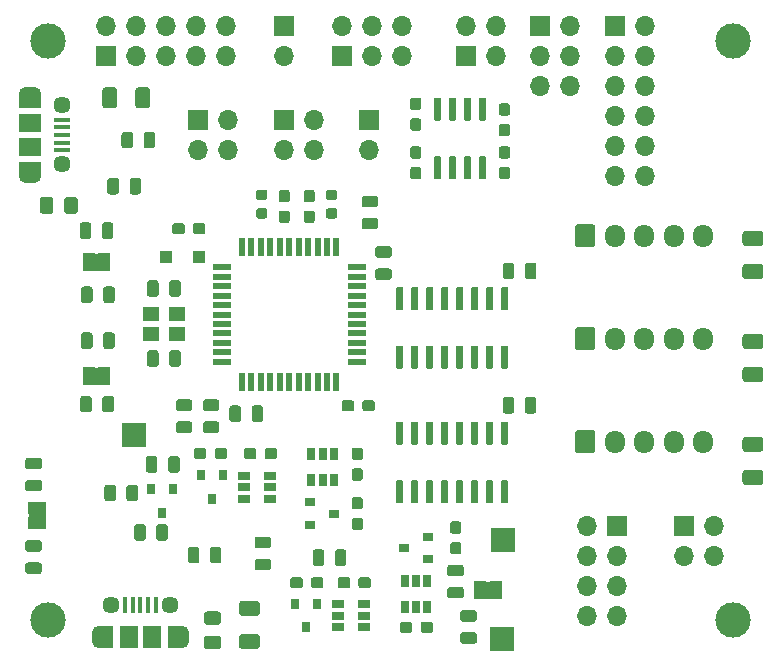
<source format=gts>
G04 #@! TF.GenerationSoftware,KiCad,Pcbnew,5.1.5-52549c5~84~ubuntu18.04.1*
G04 #@! TF.CreationDate,2020-03-06T13:52:36+00:00*
G04 #@! TF.ProjectId,sangaboard_v0.4,73616e67-6162-46f6-9172-645f76302e34,rev?*
G04 #@! TF.SameCoordinates,Original*
G04 #@! TF.FileFunction,Soldermask,Top*
G04 #@! TF.FilePolarity,Negative*
%FSLAX46Y46*%
G04 Gerber Fmt 4.6, Leading zero omitted, Abs format (unit mm)*
G04 Created by KiCad (PCBNEW 5.1.5-52549c5~84~ubuntu18.04.1) date 2020-03-06 13:52:36*
%MOMM*%
%LPD*%
G04 APERTURE LIST*
%ADD10C,0.100000*%
%ADD11R,1.000000X1.500000*%
%ADD12R,1.500000X1.000000*%
%ADD13C,0.150000*%
%ADD14R,1.500000X0.550000*%
%ADD15R,0.550000X1.500000*%
%ADD16R,1.700000X1.700000*%
%ADD17O,1.700000X1.700000*%
%ADD18C,3.000000*%
%ADD19R,1.100000X1.100000*%
%ADD20R,1.900000X1.200000*%
%ADD21O,1.900000X1.200000*%
%ADD22R,1.900000X1.500000*%
%ADD23C,1.450000*%
%ADD24R,1.350000X0.400000*%
%ADD25R,1.500000X1.900000*%
%ADD26R,0.400000X1.350000*%
%ADD27O,1.200000X1.900000*%
%ADD28R,1.200000X1.900000*%
%ADD29O,1.700000X1.950000*%
%ADD30R,1.060000X0.650000*%
%ADD31R,0.650000X1.060000*%
%ADD32R,0.800000X0.900000*%
%ADD33R,0.900000X0.800000*%
%ADD34R,2.000000X2.000000*%
%ADD35R,1.400000X1.200000*%
G04 APERTURE END LIST*
D10*
G36*
X204210000Y-109750000D02*
G01*
X204670000Y-109750000D01*
X204670000Y-111110000D01*
X204210000Y-111110000D01*
X204210000Y-109750000D01*
G37*
X204210000Y-109750000D02*
X204670000Y-109750000D01*
X204670000Y-111110000D01*
X204210000Y-111110000D01*
X204210000Y-109750000D01*
G36*
X204240000Y-119380000D02*
G01*
X204700000Y-119380000D01*
X204700000Y-120740000D01*
X204240000Y-120740000D01*
X204240000Y-119380000D01*
G37*
X204240000Y-119380000D02*
X204700000Y-119380000D01*
X204700000Y-120740000D01*
X204240000Y-120740000D01*
X204240000Y-119380000D01*
G36*
X237380000Y-137470000D02*
G01*
X237840000Y-137470000D01*
X237840000Y-138830000D01*
X237380000Y-138830000D01*
X237380000Y-137470000D01*
G37*
X237380000Y-137470000D02*
X237840000Y-137470000D01*
X237840000Y-138830000D01*
X237380000Y-138830000D01*
X237380000Y-137470000D01*
G36*
X200070000Y-131640000D02*
G01*
X200070000Y-132100000D01*
X198710000Y-132100000D01*
X198710000Y-131640000D01*
X200070000Y-131640000D01*
G37*
X200070000Y-131640000D02*
X200070000Y-132100000D01*
X198710000Y-132100000D01*
X198710000Y-131640000D01*
X200070000Y-131640000D01*
D11*
X203800000Y-110430000D03*
X205100000Y-110430000D03*
X203830000Y-120060000D03*
X205130000Y-120060000D03*
X236970000Y-138150000D03*
X238270000Y-138150000D03*
D12*
X199390000Y-131230000D03*
X199390000Y-132530000D03*
D13*
G36*
X218059504Y-139116204D02*
G01*
X218083773Y-139119804D01*
X218107571Y-139125765D01*
X218130671Y-139134030D01*
X218152849Y-139144520D01*
X218173893Y-139157133D01*
X218193598Y-139171747D01*
X218211777Y-139188223D01*
X218228253Y-139206402D01*
X218242867Y-139226107D01*
X218255480Y-139247151D01*
X218265970Y-139269329D01*
X218274235Y-139292429D01*
X218280196Y-139316227D01*
X218283796Y-139340496D01*
X218285000Y-139365000D01*
X218285000Y-140115000D01*
X218283796Y-140139504D01*
X218280196Y-140163773D01*
X218274235Y-140187571D01*
X218265970Y-140210671D01*
X218255480Y-140232849D01*
X218242867Y-140253893D01*
X218228253Y-140273598D01*
X218211777Y-140291777D01*
X218193598Y-140308253D01*
X218173893Y-140322867D01*
X218152849Y-140335480D01*
X218130671Y-140345970D01*
X218107571Y-140354235D01*
X218083773Y-140360196D01*
X218059504Y-140363796D01*
X218035000Y-140365000D01*
X216785000Y-140365000D01*
X216760496Y-140363796D01*
X216736227Y-140360196D01*
X216712429Y-140354235D01*
X216689329Y-140345970D01*
X216667151Y-140335480D01*
X216646107Y-140322867D01*
X216626402Y-140308253D01*
X216608223Y-140291777D01*
X216591747Y-140273598D01*
X216577133Y-140253893D01*
X216564520Y-140232849D01*
X216554030Y-140210671D01*
X216545765Y-140187571D01*
X216539804Y-140163773D01*
X216536204Y-140139504D01*
X216535000Y-140115000D01*
X216535000Y-139365000D01*
X216536204Y-139340496D01*
X216539804Y-139316227D01*
X216545765Y-139292429D01*
X216554030Y-139269329D01*
X216564520Y-139247151D01*
X216577133Y-139226107D01*
X216591747Y-139206402D01*
X216608223Y-139188223D01*
X216626402Y-139171747D01*
X216646107Y-139157133D01*
X216667151Y-139144520D01*
X216689329Y-139134030D01*
X216712429Y-139125765D01*
X216736227Y-139119804D01*
X216760496Y-139116204D01*
X216785000Y-139115000D01*
X218035000Y-139115000D01*
X218059504Y-139116204D01*
G37*
G36*
X218059504Y-141916204D02*
G01*
X218083773Y-141919804D01*
X218107571Y-141925765D01*
X218130671Y-141934030D01*
X218152849Y-141944520D01*
X218173893Y-141957133D01*
X218193598Y-141971747D01*
X218211777Y-141988223D01*
X218228253Y-142006402D01*
X218242867Y-142026107D01*
X218255480Y-142047151D01*
X218265970Y-142069329D01*
X218274235Y-142092429D01*
X218280196Y-142116227D01*
X218283796Y-142140496D01*
X218285000Y-142165000D01*
X218285000Y-142915000D01*
X218283796Y-142939504D01*
X218280196Y-142963773D01*
X218274235Y-142987571D01*
X218265970Y-143010671D01*
X218255480Y-143032849D01*
X218242867Y-143053893D01*
X218228253Y-143073598D01*
X218211777Y-143091777D01*
X218193598Y-143108253D01*
X218173893Y-143122867D01*
X218152849Y-143135480D01*
X218130671Y-143145970D01*
X218107571Y-143154235D01*
X218083773Y-143160196D01*
X218059504Y-143163796D01*
X218035000Y-143165000D01*
X216785000Y-143165000D01*
X216760496Y-143163796D01*
X216736227Y-143160196D01*
X216712429Y-143154235D01*
X216689329Y-143145970D01*
X216667151Y-143135480D01*
X216646107Y-143122867D01*
X216626402Y-143108253D01*
X216608223Y-143091777D01*
X216591747Y-143073598D01*
X216577133Y-143053893D01*
X216564520Y-143032849D01*
X216554030Y-143010671D01*
X216545765Y-142987571D01*
X216539804Y-142963773D01*
X216536204Y-142939504D01*
X216535000Y-142915000D01*
X216535000Y-142165000D01*
X216536204Y-142140496D01*
X216539804Y-142116227D01*
X216545765Y-142092429D01*
X216554030Y-142069329D01*
X216564520Y-142047151D01*
X216577133Y-142026107D01*
X216591747Y-142006402D01*
X216608223Y-141988223D01*
X216626402Y-141971747D01*
X216646107Y-141957133D01*
X216667151Y-141944520D01*
X216689329Y-141934030D01*
X216712429Y-141925765D01*
X216736227Y-141919804D01*
X216760496Y-141916204D01*
X216785000Y-141915000D01*
X218035000Y-141915000D01*
X218059504Y-141916204D01*
G37*
D14*
X226480000Y-110860000D03*
X226480000Y-111660000D03*
X226480000Y-112460000D03*
X226480000Y-113260000D03*
X226480000Y-114060000D03*
X226480000Y-114860000D03*
X226480000Y-115660000D03*
X226480000Y-116460000D03*
X226480000Y-117260000D03*
X226480000Y-118060000D03*
X226480000Y-118860000D03*
D15*
X224780000Y-120560000D03*
X223980000Y-120560000D03*
X223180000Y-120560000D03*
X222380000Y-120560000D03*
X221580000Y-120560000D03*
X220780000Y-120560000D03*
X219980000Y-120560000D03*
X219180000Y-120560000D03*
X218380000Y-120560000D03*
X217580000Y-120560000D03*
X216780000Y-120560000D03*
D14*
X215080000Y-118860000D03*
X215080000Y-118060000D03*
X215080000Y-117260000D03*
X215080000Y-116460000D03*
X215080000Y-115660000D03*
X215080000Y-114860000D03*
X215080000Y-114060000D03*
X215080000Y-113260000D03*
X215080000Y-112460000D03*
X215080000Y-111660000D03*
X215080000Y-110860000D03*
D15*
X216780000Y-109160000D03*
X217580000Y-109160000D03*
X218380000Y-109160000D03*
X219180000Y-109160000D03*
X219980000Y-109160000D03*
X220780000Y-109160000D03*
X221580000Y-109160000D03*
X222380000Y-109160000D03*
X223180000Y-109160000D03*
X223980000Y-109160000D03*
X224780000Y-109160000D03*
D13*
G36*
X213463279Y-107126144D02*
G01*
X213486334Y-107129563D01*
X213508943Y-107135227D01*
X213530887Y-107143079D01*
X213551957Y-107153044D01*
X213571948Y-107165026D01*
X213590668Y-107178910D01*
X213607938Y-107194562D01*
X213623590Y-107211832D01*
X213637474Y-107230552D01*
X213649456Y-107250543D01*
X213659421Y-107271613D01*
X213667273Y-107293557D01*
X213672937Y-107316166D01*
X213676356Y-107339221D01*
X213677500Y-107362500D01*
X213677500Y-107837500D01*
X213676356Y-107860779D01*
X213672937Y-107883834D01*
X213667273Y-107906443D01*
X213659421Y-107928387D01*
X213649456Y-107949457D01*
X213637474Y-107969448D01*
X213623590Y-107988168D01*
X213607938Y-108005438D01*
X213590668Y-108021090D01*
X213571948Y-108034974D01*
X213551957Y-108046956D01*
X213530887Y-108056921D01*
X213508943Y-108064773D01*
X213486334Y-108070437D01*
X213463279Y-108073856D01*
X213440000Y-108075000D01*
X212865000Y-108075000D01*
X212841721Y-108073856D01*
X212818666Y-108070437D01*
X212796057Y-108064773D01*
X212774113Y-108056921D01*
X212753043Y-108046956D01*
X212733052Y-108034974D01*
X212714332Y-108021090D01*
X212697062Y-108005438D01*
X212681410Y-107988168D01*
X212667526Y-107969448D01*
X212655544Y-107949457D01*
X212645579Y-107928387D01*
X212637727Y-107906443D01*
X212632063Y-107883834D01*
X212628644Y-107860779D01*
X212627500Y-107837500D01*
X212627500Y-107362500D01*
X212628644Y-107339221D01*
X212632063Y-107316166D01*
X212637727Y-107293557D01*
X212645579Y-107271613D01*
X212655544Y-107250543D01*
X212667526Y-107230552D01*
X212681410Y-107211832D01*
X212697062Y-107194562D01*
X212714332Y-107178910D01*
X212733052Y-107165026D01*
X212753043Y-107153044D01*
X212774113Y-107143079D01*
X212796057Y-107135227D01*
X212818666Y-107129563D01*
X212841721Y-107126144D01*
X212865000Y-107125000D01*
X213440000Y-107125000D01*
X213463279Y-107126144D01*
G37*
G36*
X211713279Y-107126144D02*
G01*
X211736334Y-107129563D01*
X211758943Y-107135227D01*
X211780887Y-107143079D01*
X211801957Y-107153044D01*
X211821948Y-107165026D01*
X211840668Y-107178910D01*
X211857938Y-107194562D01*
X211873590Y-107211832D01*
X211887474Y-107230552D01*
X211899456Y-107250543D01*
X211909421Y-107271613D01*
X211917273Y-107293557D01*
X211922937Y-107316166D01*
X211926356Y-107339221D01*
X211927500Y-107362500D01*
X211927500Y-107837500D01*
X211926356Y-107860779D01*
X211922937Y-107883834D01*
X211917273Y-107906443D01*
X211909421Y-107928387D01*
X211899456Y-107949457D01*
X211887474Y-107969448D01*
X211873590Y-107988168D01*
X211857938Y-108005438D01*
X211840668Y-108021090D01*
X211821948Y-108034974D01*
X211801957Y-108046956D01*
X211780887Y-108056921D01*
X211758943Y-108064773D01*
X211736334Y-108070437D01*
X211713279Y-108073856D01*
X211690000Y-108075000D01*
X211115000Y-108075000D01*
X211091721Y-108073856D01*
X211068666Y-108070437D01*
X211046057Y-108064773D01*
X211024113Y-108056921D01*
X211003043Y-108046956D01*
X210983052Y-108034974D01*
X210964332Y-108021090D01*
X210947062Y-108005438D01*
X210931410Y-107988168D01*
X210917526Y-107969448D01*
X210905544Y-107949457D01*
X210895579Y-107928387D01*
X210887727Y-107906443D01*
X210882063Y-107883834D01*
X210878644Y-107860779D01*
X210877500Y-107837500D01*
X210877500Y-107362500D01*
X210878644Y-107339221D01*
X210882063Y-107316166D01*
X210887727Y-107293557D01*
X210895579Y-107271613D01*
X210905544Y-107250543D01*
X210917526Y-107230552D01*
X210931410Y-107211832D01*
X210947062Y-107194562D01*
X210964332Y-107178910D01*
X210983052Y-107165026D01*
X211003043Y-107153044D01*
X211024113Y-107143079D01*
X211046057Y-107135227D01*
X211068666Y-107129563D01*
X211091721Y-107126144D01*
X211115000Y-107125000D01*
X211690000Y-107125000D01*
X211713279Y-107126144D01*
G37*
G36*
X227813279Y-122116144D02*
G01*
X227836334Y-122119563D01*
X227858943Y-122125227D01*
X227880887Y-122133079D01*
X227901957Y-122143044D01*
X227921948Y-122155026D01*
X227940668Y-122168910D01*
X227957938Y-122184562D01*
X227973590Y-122201832D01*
X227987474Y-122220552D01*
X227999456Y-122240543D01*
X228009421Y-122261613D01*
X228017273Y-122283557D01*
X228022937Y-122306166D01*
X228026356Y-122329221D01*
X228027500Y-122352500D01*
X228027500Y-122827500D01*
X228026356Y-122850779D01*
X228022937Y-122873834D01*
X228017273Y-122896443D01*
X228009421Y-122918387D01*
X227999456Y-122939457D01*
X227987474Y-122959448D01*
X227973590Y-122978168D01*
X227957938Y-122995438D01*
X227940668Y-123011090D01*
X227921948Y-123024974D01*
X227901957Y-123036956D01*
X227880887Y-123046921D01*
X227858943Y-123054773D01*
X227836334Y-123060437D01*
X227813279Y-123063856D01*
X227790000Y-123065000D01*
X227215000Y-123065000D01*
X227191721Y-123063856D01*
X227168666Y-123060437D01*
X227146057Y-123054773D01*
X227124113Y-123046921D01*
X227103043Y-123036956D01*
X227083052Y-123024974D01*
X227064332Y-123011090D01*
X227047062Y-122995438D01*
X227031410Y-122978168D01*
X227017526Y-122959448D01*
X227005544Y-122939457D01*
X226995579Y-122918387D01*
X226987727Y-122896443D01*
X226982063Y-122873834D01*
X226978644Y-122850779D01*
X226977500Y-122827500D01*
X226977500Y-122352500D01*
X226978644Y-122329221D01*
X226982063Y-122306166D01*
X226987727Y-122283557D01*
X226995579Y-122261613D01*
X227005544Y-122240543D01*
X227017526Y-122220552D01*
X227031410Y-122201832D01*
X227047062Y-122184562D01*
X227064332Y-122168910D01*
X227083052Y-122155026D01*
X227103043Y-122143044D01*
X227124113Y-122133079D01*
X227146057Y-122125227D01*
X227168666Y-122119563D01*
X227191721Y-122116144D01*
X227215000Y-122115000D01*
X227790000Y-122115000D01*
X227813279Y-122116144D01*
G37*
G36*
X226063279Y-122116144D02*
G01*
X226086334Y-122119563D01*
X226108943Y-122125227D01*
X226130887Y-122133079D01*
X226151957Y-122143044D01*
X226171948Y-122155026D01*
X226190668Y-122168910D01*
X226207938Y-122184562D01*
X226223590Y-122201832D01*
X226237474Y-122220552D01*
X226249456Y-122240543D01*
X226259421Y-122261613D01*
X226267273Y-122283557D01*
X226272937Y-122306166D01*
X226276356Y-122329221D01*
X226277500Y-122352500D01*
X226277500Y-122827500D01*
X226276356Y-122850779D01*
X226272937Y-122873834D01*
X226267273Y-122896443D01*
X226259421Y-122918387D01*
X226249456Y-122939457D01*
X226237474Y-122959448D01*
X226223590Y-122978168D01*
X226207938Y-122995438D01*
X226190668Y-123011090D01*
X226171948Y-123024974D01*
X226151957Y-123036956D01*
X226130887Y-123046921D01*
X226108943Y-123054773D01*
X226086334Y-123060437D01*
X226063279Y-123063856D01*
X226040000Y-123065000D01*
X225465000Y-123065000D01*
X225441721Y-123063856D01*
X225418666Y-123060437D01*
X225396057Y-123054773D01*
X225374113Y-123046921D01*
X225353043Y-123036956D01*
X225333052Y-123024974D01*
X225314332Y-123011090D01*
X225297062Y-122995438D01*
X225281410Y-122978168D01*
X225267526Y-122959448D01*
X225255544Y-122939457D01*
X225245579Y-122918387D01*
X225237727Y-122896443D01*
X225232063Y-122873834D01*
X225228644Y-122850779D01*
X225227500Y-122827500D01*
X225227500Y-122352500D01*
X225228644Y-122329221D01*
X225232063Y-122306166D01*
X225237727Y-122283557D01*
X225245579Y-122261613D01*
X225255544Y-122240543D01*
X225267526Y-122220552D01*
X225281410Y-122201832D01*
X225297062Y-122184562D01*
X225314332Y-122168910D01*
X225333052Y-122155026D01*
X225353043Y-122143044D01*
X225374113Y-122133079D01*
X225396057Y-122125227D01*
X225418666Y-122119563D01*
X225441721Y-122116144D01*
X225465000Y-122115000D01*
X226040000Y-122115000D01*
X226063279Y-122116144D01*
G37*
G36*
X222727445Y-104311144D02*
G01*
X222750500Y-104314563D01*
X222773109Y-104320227D01*
X222795053Y-104328079D01*
X222816123Y-104338044D01*
X222836114Y-104350026D01*
X222854834Y-104363910D01*
X222872104Y-104379562D01*
X222887756Y-104396832D01*
X222901640Y-104415552D01*
X222913622Y-104435543D01*
X222923587Y-104456613D01*
X222931439Y-104478557D01*
X222937103Y-104501166D01*
X222940522Y-104524221D01*
X222941666Y-104547500D01*
X222941666Y-105122500D01*
X222940522Y-105145779D01*
X222937103Y-105168834D01*
X222931439Y-105191443D01*
X222923587Y-105213387D01*
X222913622Y-105234457D01*
X222901640Y-105254448D01*
X222887756Y-105273168D01*
X222872104Y-105290438D01*
X222854834Y-105306090D01*
X222836114Y-105319974D01*
X222816123Y-105331956D01*
X222795053Y-105341921D01*
X222773109Y-105349773D01*
X222750500Y-105355437D01*
X222727445Y-105358856D01*
X222704166Y-105360000D01*
X222229166Y-105360000D01*
X222205887Y-105358856D01*
X222182832Y-105355437D01*
X222160223Y-105349773D01*
X222138279Y-105341921D01*
X222117209Y-105331956D01*
X222097218Y-105319974D01*
X222078498Y-105306090D01*
X222061228Y-105290438D01*
X222045576Y-105273168D01*
X222031692Y-105254448D01*
X222019710Y-105234457D01*
X222009745Y-105213387D01*
X222001893Y-105191443D01*
X221996229Y-105168834D01*
X221992810Y-105145779D01*
X221991666Y-105122500D01*
X221991666Y-104547500D01*
X221992810Y-104524221D01*
X221996229Y-104501166D01*
X222001893Y-104478557D01*
X222009745Y-104456613D01*
X222019710Y-104435543D01*
X222031692Y-104415552D01*
X222045576Y-104396832D01*
X222061228Y-104379562D01*
X222078498Y-104363910D01*
X222097218Y-104350026D01*
X222117209Y-104338044D01*
X222138279Y-104328079D01*
X222160223Y-104320227D01*
X222182832Y-104314563D01*
X222205887Y-104311144D01*
X222229166Y-104310000D01*
X222704166Y-104310000D01*
X222727445Y-104311144D01*
G37*
G36*
X222727445Y-106061144D02*
G01*
X222750500Y-106064563D01*
X222773109Y-106070227D01*
X222795053Y-106078079D01*
X222816123Y-106088044D01*
X222836114Y-106100026D01*
X222854834Y-106113910D01*
X222872104Y-106129562D01*
X222887756Y-106146832D01*
X222901640Y-106165552D01*
X222913622Y-106185543D01*
X222923587Y-106206613D01*
X222931439Y-106228557D01*
X222937103Y-106251166D01*
X222940522Y-106274221D01*
X222941666Y-106297500D01*
X222941666Y-106872500D01*
X222940522Y-106895779D01*
X222937103Y-106918834D01*
X222931439Y-106941443D01*
X222923587Y-106963387D01*
X222913622Y-106984457D01*
X222901640Y-107004448D01*
X222887756Y-107023168D01*
X222872104Y-107040438D01*
X222854834Y-107056090D01*
X222836114Y-107069974D01*
X222816123Y-107081956D01*
X222795053Y-107091921D01*
X222773109Y-107099773D01*
X222750500Y-107105437D01*
X222727445Y-107108856D01*
X222704166Y-107110000D01*
X222229166Y-107110000D01*
X222205887Y-107108856D01*
X222182832Y-107105437D01*
X222160223Y-107099773D01*
X222138279Y-107091921D01*
X222117209Y-107081956D01*
X222097218Y-107069974D01*
X222078498Y-107056090D01*
X222061228Y-107040438D01*
X222045576Y-107023168D01*
X222031692Y-107004448D01*
X222019710Y-106984457D01*
X222009745Y-106963387D01*
X222001893Y-106941443D01*
X221996229Y-106918834D01*
X221992810Y-106895779D01*
X221991666Y-106872500D01*
X221991666Y-106297500D01*
X221992810Y-106274221D01*
X221996229Y-106251166D01*
X222001893Y-106228557D01*
X222009745Y-106206613D01*
X222019710Y-106185543D01*
X222031692Y-106165552D01*
X222045576Y-106146832D01*
X222061228Y-106129562D01*
X222078498Y-106113910D01*
X222097218Y-106100026D01*
X222117209Y-106088044D01*
X222138279Y-106078079D01*
X222160223Y-106070227D01*
X222182832Y-106064563D01*
X222205887Y-106061144D01*
X222229166Y-106060000D01*
X222704166Y-106060000D01*
X222727445Y-106061144D01*
G37*
G36*
X220614112Y-104311144D02*
G01*
X220637167Y-104314563D01*
X220659776Y-104320227D01*
X220681720Y-104328079D01*
X220702790Y-104338044D01*
X220722781Y-104350026D01*
X220741501Y-104363910D01*
X220758771Y-104379562D01*
X220774423Y-104396832D01*
X220788307Y-104415552D01*
X220800289Y-104435543D01*
X220810254Y-104456613D01*
X220818106Y-104478557D01*
X220823770Y-104501166D01*
X220827189Y-104524221D01*
X220828333Y-104547500D01*
X220828333Y-105122500D01*
X220827189Y-105145779D01*
X220823770Y-105168834D01*
X220818106Y-105191443D01*
X220810254Y-105213387D01*
X220800289Y-105234457D01*
X220788307Y-105254448D01*
X220774423Y-105273168D01*
X220758771Y-105290438D01*
X220741501Y-105306090D01*
X220722781Y-105319974D01*
X220702790Y-105331956D01*
X220681720Y-105341921D01*
X220659776Y-105349773D01*
X220637167Y-105355437D01*
X220614112Y-105358856D01*
X220590833Y-105360000D01*
X220115833Y-105360000D01*
X220092554Y-105358856D01*
X220069499Y-105355437D01*
X220046890Y-105349773D01*
X220024946Y-105341921D01*
X220003876Y-105331956D01*
X219983885Y-105319974D01*
X219965165Y-105306090D01*
X219947895Y-105290438D01*
X219932243Y-105273168D01*
X219918359Y-105254448D01*
X219906377Y-105234457D01*
X219896412Y-105213387D01*
X219888560Y-105191443D01*
X219882896Y-105168834D01*
X219879477Y-105145779D01*
X219878333Y-105122500D01*
X219878333Y-104547500D01*
X219879477Y-104524221D01*
X219882896Y-104501166D01*
X219888560Y-104478557D01*
X219896412Y-104456613D01*
X219906377Y-104435543D01*
X219918359Y-104415552D01*
X219932243Y-104396832D01*
X219947895Y-104379562D01*
X219965165Y-104363910D01*
X219983885Y-104350026D01*
X220003876Y-104338044D01*
X220024946Y-104328079D01*
X220046890Y-104320227D01*
X220069499Y-104314563D01*
X220092554Y-104311144D01*
X220115833Y-104310000D01*
X220590833Y-104310000D01*
X220614112Y-104311144D01*
G37*
G36*
X220614112Y-106061144D02*
G01*
X220637167Y-106064563D01*
X220659776Y-106070227D01*
X220681720Y-106078079D01*
X220702790Y-106088044D01*
X220722781Y-106100026D01*
X220741501Y-106113910D01*
X220758771Y-106129562D01*
X220774423Y-106146832D01*
X220788307Y-106165552D01*
X220800289Y-106185543D01*
X220810254Y-106206613D01*
X220818106Y-106228557D01*
X220823770Y-106251166D01*
X220827189Y-106274221D01*
X220828333Y-106297500D01*
X220828333Y-106872500D01*
X220827189Y-106895779D01*
X220823770Y-106918834D01*
X220818106Y-106941443D01*
X220810254Y-106963387D01*
X220800289Y-106984457D01*
X220788307Y-107004448D01*
X220774423Y-107023168D01*
X220758771Y-107040438D01*
X220741501Y-107056090D01*
X220722781Y-107069974D01*
X220702790Y-107081956D01*
X220681720Y-107091921D01*
X220659776Y-107099773D01*
X220637167Y-107105437D01*
X220614112Y-107108856D01*
X220590833Y-107110000D01*
X220115833Y-107110000D01*
X220092554Y-107108856D01*
X220069499Y-107105437D01*
X220046890Y-107099773D01*
X220024946Y-107091921D01*
X220003876Y-107081956D01*
X219983885Y-107069974D01*
X219965165Y-107056090D01*
X219947895Y-107040438D01*
X219932243Y-107023168D01*
X219918359Y-107004448D01*
X219906377Y-106984457D01*
X219896412Y-106963387D01*
X219888560Y-106941443D01*
X219882896Y-106918834D01*
X219879477Y-106895779D01*
X219878333Y-106872500D01*
X219878333Y-106297500D01*
X219879477Y-106274221D01*
X219882896Y-106251166D01*
X219888560Y-106228557D01*
X219896412Y-106206613D01*
X219906377Y-106185543D01*
X219918359Y-106165552D01*
X219932243Y-106146832D01*
X219947895Y-106129562D01*
X219965165Y-106113910D01*
X219983885Y-106100026D01*
X220003876Y-106088044D01*
X220024946Y-106078079D01*
X220046890Y-106070227D01*
X220069499Y-106064563D01*
X220092554Y-106061144D01*
X220115833Y-106060000D01*
X220590833Y-106060000D01*
X220614112Y-106061144D01*
G37*
G36*
X205880142Y-129271174D02*
G01*
X205903803Y-129274684D01*
X205927007Y-129280496D01*
X205949529Y-129288554D01*
X205971153Y-129298782D01*
X205991670Y-129311079D01*
X206010883Y-129325329D01*
X206028607Y-129341393D01*
X206044671Y-129359117D01*
X206058921Y-129378330D01*
X206071218Y-129398847D01*
X206081446Y-129420471D01*
X206089504Y-129442993D01*
X206095316Y-129466197D01*
X206098826Y-129489858D01*
X206100000Y-129513750D01*
X206100000Y-130426250D01*
X206098826Y-130450142D01*
X206095316Y-130473803D01*
X206089504Y-130497007D01*
X206081446Y-130519529D01*
X206071218Y-130541153D01*
X206058921Y-130561670D01*
X206044671Y-130580883D01*
X206028607Y-130598607D01*
X206010883Y-130614671D01*
X205991670Y-130628921D01*
X205971153Y-130641218D01*
X205949529Y-130651446D01*
X205927007Y-130659504D01*
X205903803Y-130665316D01*
X205880142Y-130668826D01*
X205856250Y-130670000D01*
X205368750Y-130670000D01*
X205344858Y-130668826D01*
X205321197Y-130665316D01*
X205297993Y-130659504D01*
X205275471Y-130651446D01*
X205253847Y-130641218D01*
X205233330Y-130628921D01*
X205214117Y-130614671D01*
X205196393Y-130598607D01*
X205180329Y-130580883D01*
X205166079Y-130561670D01*
X205153782Y-130541153D01*
X205143554Y-130519529D01*
X205135496Y-130497007D01*
X205129684Y-130473803D01*
X205126174Y-130450142D01*
X205125000Y-130426250D01*
X205125000Y-129513750D01*
X205126174Y-129489858D01*
X205129684Y-129466197D01*
X205135496Y-129442993D01*
X205143554Y-129420471D01*
X205153782Y-129398847D01*
X205166079Y-129378330D01*
X205180329Y-129359117D01*
X205196393Y-129341393D01*
X205214117Y-129325329D01*
X205233330Y-129311079D01*
X205253847Y-129298782D01*
X205275471Y-129288554D01*
X205297993Y-129280496D01*
X205321197Y-129274684D01*
X205344858Y-129271174D01*
X205368750Y-129270000D01*
X205856250Y-129270000D01*
X205880142Y-129271174D01*
G37*
G36*
X207755142Y-129271174D02*
G01*
X207778803Y-129274684D01*
X207802007Y-129280496D01*
X207824529Y-129288554D01*
X207846153Y-129298782D01*
X207866670Y-129311079D01*
X207885883Y-129325329D01*
X207903607Y-129341393D01*
X207919671Y-129359117D01*
X207933921Y-129378330D01*
X207946218Y-129398847D01*
X207956446Y-129420471D01*
X207964504Y-129442993D01*
X207970316Y-129466197D01*
X207973826Y-129489858D01*
X207975000Y-129513750D01*
X207975000Y-130426250D01*
X207973826Y-130450142D01*
X207970316Y-130473803D01*
X207964504Y-130497007D01*
X207956446Y-130519529D01*
X207946218Y-130541153D01*
X207933921Y-130561670D01*
X207919671Y-130580883D01*
X207903607Y-130598607D01*
X207885883Y-130614671D01*
X207866670Y-130628921D01*
X207846153Y-130641218D01*
X207824529Y-130651446D01*
X207802007Y-130659504D01*
X207778803Y-130665316D01*
X207755142Y-130668826D01*
X207731250Y-130670000D01*
X207243750Y-130670000D01*
X207219858Y-130668826D01*
X207196197Y-130665316D01*
X207172993Y-130659504D01*
X207150471Y-130651446D01*
X207128847Y-130641218D01*
X207108330Y-130628921D01*
X207089117Y-130614671D01*
X207071393Y-130598607D01*
X207055329Y-130580883D01*
X207041079Y-130561670D01*
X207028782Y-130541153D01*
X207018554Y-130519529D01*
X207010496Y-130497007D01*
X207004684Y-130473803D01*
X207001174Y-130450142D01*
X207000000Y-130426250D01*
X207000000Y-129513750D01*
X207001174Y-129489858D01*
X207004684Y-129466197D01*
X207010496Y-129442993D01*
X207018554Y-129420471D01*
X207028782Y-129398847D01*
X207041079Y-129378330D01*
X207055329Y-129359117D01*
X207071393Y-129341393D01*
X207089117Y-129325329D01*
X207108330Y-129311079D01*
X207128847Y-129298782D01*
X207150471Y-129288554D01*
X207172993Y-129280496D01*
X207196197Y-129274684D01*
X207219858Y-129271174D01*
X207243750Y-129270000D01*
X207731250Y-129270000D01*
X207755142Y-129271174D01*
G37*
G36*
X208412642Y-132611174D02*
G01*
X208436303Y-132614684D01*
X208459507Y-132620496D01*
X208482029Y-132628554D01*
X208503653Y-132638782D01*
X208524170Y-132651079D01*
X208543383Y-132665329D01*
X208561107Y-132681393D01*
X208577171Y-132699117D01*
X208591421Y-132718330D01*
X208603718Y-132738847D01*
X208613946Y-132760471D01*
X208622004Y-132782993D01*
X208627816Y-132806197D01*
X208631326Y-132829858D01*
X208632500Y-132853750D01*
X208632500Y-133766250D01*
X208631326Y-133790142D01*
X208627816Y-133813803D01*
X208622004Y-133837007D01*
X208613946Y-133859529D01*
X208603718Y-133881153D01*
X208591421Y-133901670D01*
X208577171Y-133920883D01*
X208561107Y-133938607D01*
X208543383Y-133954671D01*
X208524170Y-133968921D01*
X208503653Y-133981218D01*
X208482029Y-133991446D01*
X208459507Y-133999504D01*
X208436303Y-134005316D01*
X208412642Y-134008826D01*
X208388750Y-134010000D01*
X207901250Y-134010000D01*
X207877358Y-134008826D01*
X207853697Y-134005316D01*
X207830493Y-133999504D01*
X207807971Y-133991446D01*
X207786347Y-133981218D01*
X207765830Y-133968921D01*
X207746617Y-133954671D01*
X207728893Y-133938607D01*
X207712829Y-133920883D01*
X207698579Y-133901670D01*
X207686282Y-133881153D01*
X207676054Y-133859529D01*
X207667996Y-133837007D01*
X207662184Y-133813803D01*
X207658674Y-133790142D01*
X207657500Y-133766250D01*
X207657500Y-132853750D01*
X207658674Y-132829858D01*
X207662184Y-132806197D01*
X207667996Y-132782993D01*
X207676054Y-132760471D01*
X207686282Y-132738847D01*
X207698579Y-132718330D01*
X207712829Y-132699117D01*
X207728893Y-132681393D01*
X207746617Y-132665329D01*
X207765830Y-132651079D01*
X207786347Y-132638782D01*
X207807971Y-132628554D01*
X207830493Y-132620496D01*
X207853697Y-132614684D01*
X207877358Y-132611174D01*
X207901250Y-132610000D01*
X208388750Y-132610000D01*
X208412642Y-132611174D01*
G37*
G36*
X210287642Y-132611174D02*
G01*
X210311303Y-132614684D01*
X210334507Y-132620496D01*
X210357029Y-132628554D01*
X210378653Y-132638782D01*
X210399170Y-132651079D01*
X210418383Y-132665329D01*
X210436107Y-132681393D01*
X210452171Y-132699117D01*
X210466421Y-132718330D01*
X210478718Y-132738847D01*
X210488946Y-132760471D01*
X210497004Y-132782993D01*
X210502816Y-132806197D01*
X210506326Y-132829858D01*
X210507500Y-132853750D01*
X210507500Y-133766250D01*
X210506326Y-133790142D01*
X210502816Y-133813803D01*
X210497004Y-133837007D01*
X210488946Y-133859529D01*
X210478718Y-133881153D01*
X210466421Y-133901670D01*
X210452171Y-133920883D01*
X210436107Y-133938607D01*
X210418383Y-133954671D01*
X210399170Y-133968921D01*
X210378653Y-133981218D01*
X210357029Y-133991446D01*
X210334507Y-133999504D01*
X210311303Y-134005316D01*
X210287642Y-134008826D01*
X210263750Y-134010000D01*
X209776250Y-134010000D01*
X209752358Y-134008826D01*
X209728697Y-134005316D01*
X209705493Y-133999504D01*
X209682971Y-133991446D01*
X209661347Y-133981218D01*
X209640830Y-133968921D01*
X209621617Y-133954671D01*
X209603893Y-133938607D01*
X209587829Y-133920883D01*
X209573579Y-133901670D01*
X209561282Y-133881153D01*
X209551054Y-133859529D01*
X209542996Y-133837007D01*
X209537184Y-133813803D01*
X209533674Y-133790142D01*
X209532500Y-133766250D01*
X209532500Y-132853750D01*
X209533674Y-132829858D01*
X209537184Y-132806197D01*
X209542996Y-132782993D01*
X209551054Y-132760471D01*
X209561282Y-132738847D01*
X209573579Y-132718330D01*
X209587829Y-132699117D01*
X209603893Y-132681393D01*
X209621617Y-132665329D01*
X209640830Y-132651079D01*
X209661347Y-132638782D01*
X209682971Y-132628554D01*
X209705493Y-132620496D01*
X209728697Y-132614684D01*
X209752358Y-132611174D01*
X209776250Y-132610000D01*
X210263750Y-132610000D01*
X210287642Y-132611174D01*
G37*
G36*
X212950142Y-134521174D02*
G01*
X212973803Y-134524684D01*
X212997007Y-134530496D01*
X213019529Y-134538554D01*
X213041153Y-134548782D01*
X213061670Y-134561079D01*
X213080883Y-134575329D01*
X213098607Y-134591393D01*
X213114671Y-134609117D01*
X213128921Y-134628330D01*
X213141218Y-134648847D01*
X213151446Y-134670471D01*
X213159504Y-134692993D01*
X213165316Y-134716197D01*
X213168826Y-134739858D01*
X213170000Y-134763750D01*
X213170000Y-135676250D01*
X213168826Y-135700142D01*
X213165316Y-135723803D01*
X213159504Y-135747007D01*
X213151446Y-135769529D01*
X213141218Y-135791153D01*
X213128921Y-135811670D01*
X213114671Y-135830883D01*
X213098607Y-135848607D01*
X213080883Y-135864671D01*
X213061670Y-135878921D01*
X213041153Y-135891218D01*
X213019529Y-135901446D01*
X212997007Y-135909504D01*
X212973803Y-135915316D01*
X212950142Y-135918826D01*
X212926250Y-135920000D01*
X212438750Y-135920000D01*
X212414858Y-135918826D01*
X212391197Y-135915316D01*
X212367993Y-135909504D01*
X212345471Y-135901446D01*
X212323847Y-135891218D01*
X212303330Y-135878921D01*
X212284117Y-135864671D01*
X212266393Y-135848607D01*
X212250329Y-135830883D01*
X212236079Y-135811670D01*
X212223782Y-135791153D01*
X212213554Y-135769529D01*
X212205496Y-135747007D01*
X212199684Y-135723803D01*
X212196174Y-135700142D01*
X212195000Y-135676250D01*
X212195000Y-134763750D01*
X212196174Y-134739858D01*
X212199684Y-134716197D01*
X212205496Y-134692993D01*
X212213554Y-134670471D01*
X212223782Y-134648847D01*
X212236079Y-134628330D01*
X212250329Y-134609117D01*
X212266393Y-134591393D01*
X212284117Y-134575329D01*
X212303330Y-134561079D01*
X212323847Y-134548782D01*
X212345471Y-134538554D01*
X212367993Y-134530496D01*
X212391197Y-134524684D01*
X212414858Y-134521174D01*
X212438750Y-134520000D01*
X212926250Y-134520000D01*
X212950142Y-134521174D01*
G37*
G36*
X214825142Y-134521174D02*
G01*
X214848803Y-134524684D01*
X214872007Y-134530496D01*
X214894529Y-134538554D01*
X214916153Y-134548782D01*
X214936670Y-134561079D01*
X214955883Y-134575329D01*
X214973607Y-134591393D01*
X214989671Y-134609117D01*
X215003921Y-134628330D01*
X215016218Y-134648847D01*
X215026446Y-134670471D01*
X215034504Y-134692993D01*
X215040316Y-134716197D01*
X215043826Y-134739858D01*
X215045000Y-134763750D01*
X215045000Y-135676250D01*
X215043826Y-135700142D01*
X215040316Y-135723803D01*
X215034504Y-135747007D01*
X215026446Y-135769529D01*
X215016218Y-135791153D01*
X215003921Y-135811670D01*
X214989671Y-135830883D01*
X214973607Y-135848607D01*
X214955883Y-135864671D01*
X214936670Y-135878921D01*
X214916153Y-135891218D01*
X214894529Y-135901446D01*
X214872007Y-135909504D01*
X214848803Y-135915316D01*
X214825142Y-135918826D01*
X214801250Y-135920000D01*
X214313750Y-135920000D01*
X214289858Y-135918826D01*
X214266197Y-135915316D01*
X214242993Y-135909504D01*
X214220471Y-135901446D01*
X214198847Y-135891218D01*
X214178330Y-135878921D01*
X214159117Y-135864671D01*
X214141393Y-135848607D01*
X214125329Y-135830883D01*
X214111079Y-135811670D01*
X214098782Y-135791153D01*
X214088554Y-135769529D01*
X214080496Y-135747007D01*
X214074684Y-135723803D01*
X214071174Y-135700142D01*
X214070000Y-135676250D01*
X214070000Y-134763750D01*
X214071174Y-134739858D01*
X214074684Y-134716197D01*
X214080496Y-134692993D01*
X214088554Y-134670471D01*
X214098782Y-134648847D01*
X214111079Y-134628330D01*
X214125329Y-134609117D01*
X214141393Y-134591393D01*
X214159117Y-134575329D01*
X214178330Y-134561079D01*
X214198847Y-134548782D01*
X214220471Y-134538554D01*
X214242993Y-134530496D01*
X214266197Y-134524684D01*
X214289858Y-134521174D01*
X214313750Y-134520000D01*
X214801250Y-134520000D01*
X214825142Y-134521174D01*
G37*
G36*
X207330142Y-99401174D02*
G01*
X207353803Y-99404684D01*
X207377007Y-99410496D01*
X207399529Y-99418554D01*
X207421153Y-99428782D01*
X207441670Y-99441079D01*
X207460883Y-99455329D01*
X207478607Y-99471393D01*
X207494671Y-99489117D01*
X207508921Y-99508330D01*
X207521218Y-99528847D01*
X207531446Y-99550471D01*
X207539504Y-99572993D01*
X207545316Y-99596197D01*
X207548826Y-99619858D01*
X207550000Y-99643750D01*
X207550000Y-100556250D01*
X207548826Y-100580142D01*
X207545316Y-100603803D01*
X207539504Y-100627007D01*
X207531446Y-100649529D01*
X207521218Y-100671153D01*
X207508921Y-100691670D01*
X207494671Y-100710883D01*
X207478607Y-100728607D01*
X207460883Y-100744671D01*
X207441670Y-100758921D01*
X207421153Y-100771218D01*
X207399529Y-100781446D01*
X207377007Y-100789504D01*
X207353803Y-100795316D01*
X207330142Y-100798826D01*
X207306250Y-100800000D01*
X206818750Y-100800000D01*
X206794858Y-100798826D01*
X206771197Y-100795316D01*
X206747993Y-100789504D01*
X206725471Y-100781446D01*
X206703847Y-100771218D01*
X206683330Y-100758921D01*
X206664117Y-100744671D01*
X206646393Y-100728607D01*
X206630329Y-100710883D01*
X206616079Y-100691670D01*
X206603782Y-100671153D01*
X206593554Y-100649529D01*
X206585496Y-100627007D01*
X206579684Y-100603803D01*
X206576174Y-100580142D01*
X206575000Y-100556250D01*
X206575000Y-99643750D01*
X206576174Y-99619858D01*
X206579684Y-99596197D01*
X206585496Y-99572993D01*
X206593554Y-99550471D01*
X206603782Y-99528847D01*
X206616079Y-99508330D01*
X206630329Y-99489117D01*
X206646393Y-99471393D01*
X206664117Y-99455329D01*
X206683330Y-99441079D01*
X206703847Y-99428782D01*
X206725471Y-99418554D01*
X206747993Y-99410496D01*
X206771197Y-99404684D01*
X206794858Y-99401174D01*
X206818750Y-99400000D01*
X207306250Y-99400000D01*
X207330142Y-99401174D01*
G37*
G36*
X209205142Y-99401174D02*
G01*
X209228803Y-99404684D01*
X209252007Y-99410496D01*
X209274529Y-99418554D01*
X209296153Y-99428782D01*
X209316670Y-99441079D01*
X209335883Y-99455329D01*
X209353607Y-99471393D01*
X209369671Y-99489117D01*
X209383921Y-99508330D01*
X209396218Y-99528847D01*
X209406446Y-99550471D01*
X209414504Y-99572993D01*
X209420316Y-99596197D01*
X209423826Y-99619858D01*
X209425000Y-99643750D01*
X209425000Y-100556250D01*
X209423826Y-100580142D01*
X209420316Y-100603803D01*
X209414504Y-100627007D01*
X209406446Y-100649529D01*
X209396218Y-100671153D01*
X209383921Y-100691670D01*
X209369671Y-100710883D01*
X209353607Y-100728607D01*
X209335883Y-100744671D01*
X209316670Y-100758921D01*
X209296153Y-100771218D01*
X209274529Y-100781446D01*
X209252007Y-100789504D01*
X209228803Y-100795316D01*
X209205142Y-100798826D01*
X209181250Y-100800000D01*
X208693750Y-100800000D01*
X208669858Y-100798826D01*
X208646197Y-100795316D01*
X208622993Y-100789504D01*
X208600471Y-100781446D01*
X208578847Y-100771218D01*
X208558330Y-100758921D01*
X208539117Y-100744671D01*
X208521393Y-100728607D01*
X208505329Y-100710883D01*
X208491079Y-100691670D01*
X208478782Y-100671153D01*
X208468554Y-100649529D01*
X208460496Y-100627007D01*
X208454684Y-100603803D01*
X208451174Y-100580142D01*
X208450000Y-100556250D01*
X208450000Y-99643750D01*
X208451174Y-99619858D01*
X208454684Y-99596197D01*
X208460496Y-99572993D01*
X208468554Y-99550471D01*
X208478782Y-99528847D01*
X208491079Y-99508330D01*
X208505329Y-99489117D01*
X208521393Y-99471393D01*
X208539117Y-99455329D01*
X208558330Y-99441079D01*
X208578847Y-99428782D01*
X208600471Y-99418554D01*
X208622993Y-99410496D01*
X208646197Y-99404684D01*
X208669858Y-99401174D01*
X208693750Y-99400000D01*
X209181250Y-99400000D01*
X209205142Y-99401174D01*
G37*
D16*
X248360000Y-90450000D03*
D17*
X250900000Y-90450000D03*
X248360000Y-92990000D03*
X250900000Y-92990000D03*
X248360000Y-95530000D03*
X250900000Y-95530000D03*
X248360000Y-98070000D03*
X250900000Y-98070000D03*
X248360000Y-100610000D03*
X250900000Y-100610000D03*
X248360000Y-103150000D03*
X250900000Y-103150000D03*
D18*
X200360000Y-140734000D03*
X258360000Y-140734000D03*
X258360000Y-91734000D03*
X200360000Y-91734000D03*
D17*
X245974000Y-140415001D03*
X248514000Y-140415001D03*
X245974000Y-137875001D03*
X248514000Y-137875001D03*
X245974000Y-135335001D03*
X248514000Y-135335001D03*
X245974000Y-132795001D03*
D16*
X248514000Y-132795001D03*
D13*
G36*
X229240142Y-110961174D02*
G01*
X229263803Y-110964684D01*
X229287007Y-110970496D01*
X229309529Y-110978554D01*
X229331153Y-110988782D01*
X229351670Y-111001079D01*
X229370883Y-111015329D01*
X229388607Y-111031393D01*
X229404671Y-111049117D01*
X229418921Y-111068330D01*
X229431218Y-111088847D01*
X229441446Y-111110471D01*
X229449504Y-111132993D01*
X229455316Y-111156197D01*
X229458826Y-111179858D01*
X229460000Y-111203750D01*
X229460000Y-111691250D01*
X229458826Y-111715142D01*
X229455316Y-111738803D01*
X229449504Y-111762007D01*
X229441446Y-111784529D01*
X229431218Y-111806153D01*
X229418921Y-111826670D01*
X229404671Y-111845883D01*
X229388607Y-111863607D01*
X229370883Y-111879671D01*
X229351670Y-111893921D01*
X229331153Y-111906218D01*
X229309529Y-111916446D01*
X229287007Y-111924504D01*
X229263803Y-111930316D01*
X229240142Y-111933826D01*
X229216250Y-111935000D01*
X228303750Y-111935000D01*
X228279858Y-111933826D01*
X228256197Y-111930316D01*
X228232993Y-111924504D01*
X228210471Y-111916446D01*
X228188847Y-111906218D01*
X228168330Y-111893921D01*
X228149117Y-111879671D01*
X228131393Y-111863607D01*
X228115329Y-111845883D01*
X228101079Y-111826670D01*
X228088782Y-111806153D01*
X228078554Y-111784529D01*
X228070496Y-111762007D01*
X228064684Y-111738803D01*
X228061174Y-111715142D01*
X228060000Y-111691250D01*
X228060000Y-111203750D01*
X228061174Y-111179858D01*
X228064684Y-111156197D01*
X228070496Y-111132993D01*
X228078554Y-111110471D01*
X228088782Y-111088847D01*
X228101079Y-111068330D01*
X228115329Y-111049117D01*
X228131393Y-111031393D01*
X228149117Y-111015329D01*
X228168330Y-111001079D01*
X228188847Y-110988782D01*
X228210471Y-110978554D01*
X228232993Y-110970496D01*
X228256197Y-110964684D01*
X228279858Y-110961174D01*
X228303750Y-110960000D01*
X229216250Y-110960000D01*
X229240142Y-110961174D01*
G37*
G36*
X229240142Y-109086174D02*
G01*
X229263803Y-109089684D01*
X229287007Y-109095496D01*
X229309529Y-109103554D01*
X229331153Y-109113782D01*
X229351670Y-109126079D01*
X229370883Y-109140329D01*
X229388607Y-109156393D01*
X229404671Y-109174117D01*
X229418921Y-109193330D01*
X229431218Y-109213847D01*
X229441446Y-109235471D01*
X229449504Y-109257993D01*
X229455316Y-109281197D01*
X229458826Y-109304858D01*
X229460000Y-109328750D01*
X229460000Y-109816250D01*
X229458826Y-109840142D01*
X229455316Y-109863803D01*
X229449504Y-109887007D01*
X229441446Y-109909529D01*
X229431218Y-109931153D01*
X229418921Y-109951670D01*
X229404671Y-109970883D01*
X229388607Y-109988607D01*
X229370883Y-110004671D01*
X229351670Y-110018921D01*
X229331153Y-110031218D01*
X229309529Y-110041446D01*
X229287007Y-110049504D01*
X229263803Y-110055316D01*
X229240142Y-110058826D01*
X229216250Y-110060000D01*
X228303750Y-110060000D01*
X228279858Y-110058826D01*
X228256197Y-110055316D01*
X228232993Y-110049504D01*
X228210471Y-110041446D01*
X228188847Y-110031218D01*
X228168330Y-110018921D01*
X228149117Y-110004671D01*
X228131393Y-109988607D01*
X228115329Y-109970883D01*
X228101079Y-109951670D01*
X228088782Y-109931153D01*
X228078554Y-109909529D01*
X228070496Y-109887007D01*
X228064684Y-109863803D01*
X228061174Y-109840142D01*
X228060000Y-109816250D01*
X228060000Y-109328750D01*
X228061174Y-109304858D01*
X228064684Y-109281197D01*
X228070496Y-109257993D01*
X228078554Y-109235471D01*
X228088782Y-109213847D01*
X228101079Y-109193330D01*
X228115329Y-109174117D01*
X228131393Y-109156393D01*
X228149117Y-109140329D01*
X228168330Y-109126079D01*
X228188847Y-109113782D01*
X228210471Y-109103554D01*
X228232993Y-109095496D01*
X228256197Y-109089684D01*
X228279858Y-109086174D01*
X228303750Y-109085000D01*
X229216250Y-109085000D01*
X229240142Y-109086174D01*
G37*
G36*
X209500142Y-117891174D02*
G01*
X209523803Y-117894684D01*
X209547007Y-117900496D01*
X209569529Y-117908554D01*
X209591153Y-117918782D01*
X209611670Y-117931079D01*
X209630883Y-117945329D01*
X209648607Y-117961393D01*
X209664671Y-117979117D01*
X209678921Y-117998330D01*
X209691218Y-118018847D01*
X209701446Y-118040471D01*
X209709504Y-118062993D01*
X209715316Y-118086197D01*
X209718826Y-118109858D01*
X209720000Y-118133750D01*
X209720000Y-119046250D01*
X209718826Y-119070142D01*
X209715316Y-119093803D01*
X209709504Y-119117007D01*
X209701446Y-119139529D01*
X209691218Y-119161153D01*
X209678921Y-119181670D01*
X209664671Y-119200883D01*
X209648607Y-119218607D01*
X209630883Y-119234671D01*
X209611670Y-119248921D01*
X209591153Y-119261218D01*
X209569529Y-119271446D01*
X209547007Y-119279504D01*
X209523803Y-119285316D01*
X209500142Y-119288826D01*
X209476250Y-119290000D01*
X208988750Y-119290000D01*
X208964858Y-119288826D01*
X208941197Y-119285316D01*
X208917993Y-119279504D01*
X208895471Y-119271446D01*
X208873847Y-119261218D01*
X208853330Y-119248921D01*
X208834117Y-119234671D01*
X208816393Y-119218607D01*
X208800329Y-119200883D01*
X208786079Y-119181670D01*
X208773782Y-119161153D01*
X208763554Y-119139529D01*
X208755496Y-119117007D01*
X208749684Y-119093803D01*
X208746174Y-119070142D01*
X208745000Y-119046250D01*
X208745000Y-118133750D01*
X208746174Y-118109858D01*
X208749684Y-118086197D01*
X208755496Y-118062993D01*
X208763554Y-118040471D01*
X208773782Y-118018847D01*
X208786079Y-117998330D01*
X208800329Y-117979117D01*
X208816393Y-117961393D01*
X208834117Y-117945329D01*
X208853330Y-117931079D01*
X208873847Y-117918782D01*
X208895471Y-117908554D01*
X208917993Y-117900496D01*
X208941197Y-117894684D01*
X208964858Y-117891174D01*
X208988750Y-117890000D01*
X209476250Y-117890000D01*
X209500142Y-117891174D01*
G37*
G36*
X211375142Y-117891174D02*
G01*
X211398803Y-117894684D01*
X211422007Y-117900496D01*
X211444529Y-117908554D01*
X211466153Y-117918782D01*
X211486670Y-117931079D01*
X211505883Y-117945329D01*
X211523607Y-117961393D01*
X211539671Y-117979117D01*
X211553921Y-117998330D01*
X211566218Y-118018847D01*
X211576446Y-118040471D01*
X211584504Y-118062993D01*
X211590316Y-118086197D01*
X211593826Y-118109858D01*
X211595000Y-118133750D01*
X211595000Y-119046250D01*
X211593826Y-119070142D01*
X211590316Y-119093803D01*
X211584504Y-119117007D01*
X211576446Y-119139529D01*
X211566218Y-119161153D01*
X211553921Y-119181670D01*
X211539671Y-119200883D01*
X211523607Y-119218607D01*
X211505883Y-119234671D01*
X211486670Y-119248921D01*
X211466153Y-119261218D01*
X211444529Y-119271446D01*
X211422007Y-119279504D01*
X211398803Y-119285316D01*
X211375142Y-119288826D01*
X211351250Y-119290000D01*
X210863750Y-119290000D01*
X210839858Y-119288826D01*
X210816197Y-119285316D01*
X210792993Y-119279504D01*
X210770471Y-119271446D01*
X210748847Y-119261218D01*
X210728330Y-119248921D01*
X210709117Y-119234671D01*
X210691393Y-119218607D01*
X210675329Y-119200883D01*
X210661079Y-119181670D01*
X210648782Y-119161153D01*
X210638554Y-119139529D01*
X210630496Y-119117007D01*
X210624684Y-119093803D01*
X210621174Y-119070142D01*
X210620000Y-119046250D01*
X210620000Y-118133750D01*
X210621174Y-118109858D01*
X210624684Y-118086197D01*
X210630496Y-118062993D01*
X210638554Y-118040471D01*
X210648782Y-118018847D01*
X210661079Y-117998330D01*
X210675329Y-117979117D01*
X210691393Y-117961393D01*
X210709117Y-117945329D01*
X210728330Y-117931079D01*
X210748847Y-117918782D01*
X210770471Y-117908554D01*
X210792993Y-117900496D01*
X210816197Y-117894684D01*
X210839858Y-117891174D01*
X210863750Y-117890000D01*
X211351250Y-117890000D01*
X211375142Y-117891174D01*
G37*
G36*
X211375142Y-111961174D02*
G01*
X211398803Y-111964684D01*
X211422007Y-111970496D01*
X211444529Y-111978554D01*
X211466153Y-111988782D01*
X211486670Y-112001079D01*
X211505883Y-112015329D01*
X211523607Y-112031393D01*
X211539671Y-112049117D01*
X211553921Y-112068330D01*
X211566218Y-112088847D01*
X211576446Y-112110471D01*
X211584504Y-112132993D01*
X211590316Y-112156197D01*
X211593826Y-112179858D01*
X211595000Y-112203750D01*
X211595000Y-113116250D01*
X211593826Y-113140142D01*
X211590316Y-113163803D01*
X211584504Y-113187007D01*
X211576446Y-113209529D01*
X211566218Y-113231153D01*
X211553921Y-113251670D01*
X211539671Y-113270883D01*
X211523607Y-113288607D01*
X211505883Y-113304671D01*
X211486670Y-113318921D01*
X211466153Y-113331218D01*
X211444529Y-113341446D01*
X211422007Y-113349504D01*
X211398803Y-113355316D01*
X211375142Y-113358826D01*
X211351250Y-113360000D01*
X210863750Y-113360000D01*
X210839858Y-113358826D01*
X210816197Y-113355316D01*
X210792993Y-113349504D01*
X210770471Y-113341446D01*
X210748847Y-113331218D01*
X210728330Y-113318921D01*
X210709117Y-113304671D01*
X210691393Y-113288607D01*
X210675329Y-113270883D01*
X210661079Y-113251670D01*
X210648782Y-113231153D01*
X210638554Y-113209529D01*
X210630496Y-113187007D01*
X210624684Y-113163803D01*
X210621174Y-113140142D01*
X210620000Y-113116250D01*
X210620000Y-112203750D01*
X210621174Y-112179858D01*
X210624684Y-112156197D01*
X210630496Y-112132993D01*
X210638554Y-112110471D01*
X210648782Y-112088847D01*
X210661079Y-112068330D01*
X210675329Y-112049117D01*
X210691393Y-112031393D01*
X210709117Y-112015329D01*
X210728330Y-112001079D01*
X210748847Y-111988782D01*
X210770471Y-111978554D01*
X210792993Y-111970496D01*
X210816197Y-111964684D01*
X210839858Y-111961174D01*
X210863750Y-111960000D01*
X211351250Y-111960000D01*
X211375142Y-111961174D01*
G37*
G36*
X209500142Y-111961174D02*
G01*
X209523803Y-111964684D01*
X209547007Y-111970496D01*
X209569529Y-111978554D01*
X209591153Y-111988782D01*
X209611670Y-112001079D01*
X209630883Y-112015329D01*
X209648607Y-112031393D01*
X209664671Y-112049117D01*
X209678921Y-112068330D01*
X209691218Y-112088847D01*
X209701446Y-112110471D01*
X209709504Y-112132993D01*
X209715316Y-112156197D01*
X209718826Y-112179858D01*
X209720000Y-112203750D01*
X209720000Y-113116250D01*
X209718826Y-113140142D01*
X209715316Y-113163803D01*
X209709504Y-113187007D01*
X209701446Y-113209529D01*
X209691218Y-113231153D01*
X209678921Y-113251670D01*
X209664671Y-113270883D01*
X209648607Y-113288607D01*
X209630883Y-113304671D01*
X209611670Y-113318921D01*
X209591153Y-113331218D01*
X209569529Y-113341446D01*
X209547007Y-113349504D01*
X209523803Y-113355316D01*
X209500142Y-113358826D01*
X209476250Y-113360000D01*
X208988750Y-113360000D01*
X208964858Y-113358826D01*
X208941197Y-113355316D01*
X208917993Y-113349504D01*
X208895471Y-113341446D01*
X208873847Y-113331218D01*
X208853330Y-113318921D01*
X208834117Y-113304671D01*
X208816393Y-113288607D01*
X208800329Y-113270883D01*
X208786079Y-113251670D01*
X208773782Y-113231153D01*
X208763554Y-113209529D01*
X208755496Y-113187007D01*
X208749684Y-113163803D01*
X208746174Y-113140142D01*
X208745000Y-113116250D01*
X208745000Y-112203750D01*
X208746174Y-112179858D01*
X208749684Y-112156197D01*
X208755496Y-112132993D01*
X208763554Y-112110471D01*
X208773782Y-112088847D01*
X208786079Y-112068330D01*
X208800329Y-112049117D01*
X208816393Y-112031393D01*
X208834117Y-112015329D01*
X208853330Y-112001079D01*
X208873847Y-111988782D01*
X208895471Y-111978554D01*
X208917993Y-111970496D01*
X208941197Y-111964684D01*
X208964858Y-111961174D01*
X208988750Y-111960000D01*
X209476250Y-111960000D01*
X209500142Y-111961174D01*
G37*
G36*
X206137642Y-103301174D02*
G01*
X206161303Y-103304684D01*
X206184507Y-103310496D01*
X206207029Y-103318554D01*
X206228653Y-103328782D01*
X206249170Y-103341079D01*
X206268383Y-103355329D01*
X206286107Y-103371393D01*
X206302171Y-103389117D01*
X206316421Y-103408330D01*
X206328718Y-103428847D01*
X206338946Y-103450471D01*
X206347004Y-103472993D01*
X206352816Y-103496197D01*
X206356326Y-103519858D01*
X206357500Y-103543750D01*
X206357500Y-104456250D01*
X206356326Y-104480142D01*
X206352816Y-104503803D01*
X206347004Y-104527007D01*
X206338946Y-104549529D01*
X206328718Y-104571153D01*
X206316421Y-104591670D01*
X206302171Y-104610883D01*
X206286107Y-104628607D01*
X206268383Y-104644671D01*
X206249170Y-104658921D01*
X206228653Y-104671218D01*
X206207029Y-104681446D01*
X206184507Y-104689504D01*
X206161303Y-104695316D01*
X206137642Y-104698826D01*
X206113750Y-104700000D01*
X205626250Y-104700000D01*
X205602358Y-104698826D01*
X205578697Y-104695316D01*
X205555493Y-104689504D01*
X205532971Y-104681446D01*
X205511347Y-104671218D01*
X205490830Y-104658921D01*
X205471617Y-104644671D01*
X205453893Y-104628607D01*
X205437829Y-104610883D01*
X205423579Y-104591670D01*
X205411282Y-104571153D01*
X205401054Y-104549529D01*
X205392996Y-104527007D01*
X205387184Y-104503803D01*
X205383674Y-104480142D01*
X205382500Y-104456250D01*
X205382500Y-103543750D01*
X205383674Y-103519858D01*
X205387184Y-103496197D01*
X205392996Y-103472993D01*
X205401054Y-103450471D01*
X205411282Y-103428847D01*
X205423579Y-103408330D01*
X205437829Y-103389117D01*
X205453893Y-103371393D01*
X205471617Y-103355329D01*
X205490830Y-103341079D01*
X205511347Y-103328782D01*
X205532971Y-103318554D01*
X205555493Y-103310496D01*
X205578697Y-103304684D01*
X205602358Y-103301174D01*
X205626250Y-103300000D01*
X206113750Y-103300000D01*
X206137642Y-103301174D01*
G37*
G36*
X208012642Y-103301174D02*
G01*
X208036303Y-103304684D01*
X208059507Y-103310496D01*
X208082029Y-103318554D01*
X208103653Y-103328782D01*
X208124170Y-103341079D01*
X208143383Y-103355329D01*
X208161107Y-103371393D01*
X208177171Y-103389117D01*
X208191421Y-103408330D01*
X208203718Y-103428847D01*
X208213946Y-103450471D01*
X208222004Y-103472993D01*
X208227816Y-103496197D01*
X208231326Y-103519858D01*
X208232500Y-103543750D01*
X208232500Y-104456250D01*
X208231326Y-104480142D01*
X208227816Y-104503803D01*
X208222004Y-104527007D01*
X208213946Y-104549529D01*
X208203718Y-104571153D01*
X208191421Y-104591670D01*
X208177171Y-104610883D01*
X208161107Y-104628607D01*
X208143383Y-104644671D01*
X208124170Y-104658921D01*
X208103653Y-104671218D01*
X208082029Y-104681446D01*
X208059507Y-104689504D01*
X208036303Y-104695316D01*
X208012642Y-104698826D01*
X207988750Y-104700000D01*
X207501250Y-104700000D01*
X207477358Y-104698826D01*
X207453697Y-104695316D01*
X207430493Y-104689504D01*
X207407971Y-104681446D01*
X207386347Y-104671218D01*
X207365830Y-104658921D01*
X207346617Y-104644671D01*
X207328893Y-104628607D01*
X207312829Y-104610883D01*
X207298579Y-104591670D01*
X207286282Y-104571153D01*
X207276054Y-104549529D01*
X207267996Y-104527007D01*
X207262184Y-104503803D01*
X207258674Y-104480142D01*
X207257500Y-104456250D01*
X207257500Y-103543750D01*
X207258674Y-103519858D01*
X207262184Y-103496197D01*
X207267996Y-103472993D01*
X207276054Y-103450471D01*
X207286282Y-103428847D01*
X207298579Y-103408330D01*
X207312829Y-103389117D01*
X207328893Y-103371393D01*
X207346617Y-103355329D01*
X207365830Y-103341079D01*
X207386347Y-103328782D01*
X207407971Y-103318554D01*
X207430493Y-103310496D01*
X207453697Y-103304684D01*
X207477358Y-103301174D01*
X207501250Y-103300000D01*
X207988750Y-103300000D01*
X208012642Y-103301174D01*
G37*
G36*
X219022142Y-133668674D02*
G01*
X219045803Y-133672184D01*
X219069007Y-133677996D01*
X219091529Y-133686054D01*
X219113153Y-133696282D01*
X219133670Y-133708579D01*
X219152883Y-133722829D01*
X219170607Y-133738893D01*
X219186671Y-133756617D01*
X219200921Y-133775830D01*
X219213218Y-133796347D01*
X219223446Y-133817971D01*
X219231504Y-133840493D01*
X219237316Y-133863697D01*
X219240826Y-133887358D01*
X219242000Y-133911250D01*
X219242000Y-134398750D01*
X219240826Y-134422642D01*
X219237316Y-134446303D01*
X219231504Y-134469507D01*
X219223446Y-134492029D01*
X219213218Y-134513653D01*
X219200921Y-134534170D01*
X219186671Y-134553383D01*
X219170607Y-134571107D01*
X219152883Y-134587171D01*
X219133670Y-134601421D01*
X219113153Y-134613718D01*
X219091529Y-134623946D01*
X219069007Y-134632004D01*
X219045803Y-134637816D01*
X219022142Y-134641326D01*
X218998250Y-134642500D01*
X218085750Y-134642500D01*
X218061858Y-134641326D01*
X218038197Y-134637816D01*
X218014993Y-134632004D01*
X217992471Y-134623946D01*
X217970847Y-134613718D01*
X217950330Y-134601421D01*
X217931117Y-134587171D01*
X217913393Y-134571107D01*
X217897329Y-134553383D01*
X217883079Y-134534170D01*
X217870782Y-134513653D01*
X217860554Y-134492029D01*
X217852496Y-134469507D01*
X217846684Y-134446303D01*
X217843174Y-134422642D01*
X217842000Y-134398750D01*
X217842000Y-133911250D01*
X217843174Y-133887358D01*
X217846684Y-133863697D01*
X217852496Y-133840493D01*
X217860554Y-133817971D01*
X217870782Y-133796347D01*
X217883079Y-133775830D01*
X217897329Y-133756617D01*
X217913393Y-133738893D01*
X217931117Y-133722829D01*
X217950330Y-133708579D01*
X217970847Y-133696282D01*
X217992471Y-133686054D01*
X218014993Y-133677996D01*
X218038197Y-133672184D01*
X218061858Y-133668674D01*
X218085750Y-133667500D01*
X218998250Y-133667500D01*
X219022142Y-133668674D01*
G37*
G36*
X219022142Y-135543674D02*
G01*
X219045803Y-135547184D01*
X219069007Y-135552996D01*
X219091529Y-135561054D01*
X219113153Y-135571282D01*
X219133670Y-135583579D01*
X219152883Y-135597829D01*
X219170607Y-135613893D01*
X219186671Y-135631617D01*
X219200921Y-135650830D01*
X219213218Y-135671347D01*
X219223446Y-135692971D01*
X219231504Y-135715493D01*
X219237316Y-135738697D01*
X219240826Y-135762358D01*
X219242000Y-135786250D01*
X219242000Y-136273750D01*
X219240826Y-136297642D01*
X219237316Y-136321303D01*
X219231504Y-136344507D01*
X219223446Y-136367029D01*
X219213218Y-136388653D01*
X219200921Y-136409170D01*
X219186671Y-136428383D01*
X219170607Y-136446107D01*
X219152883Y-136462171D01*
X219133670Y-136476421D01*
X219113153Y-136488718D01*
X219091529Y-136498946D01*
X219069007Y-136507004D01*
X219045803Y-136512816D01*
X219022142Y-136516326D01*
X218998250Y-136517500D01*
X218085750Y-136517500D01*
X218061858Y-136516326D01*
X218038197Y-136512816D01*
X218014993Y-136507004D01*
X217992471Y-136498946D01*
X217970847Y-136488718D01*
X217950330Y-136476421D01*
X217931117Y-136462171D01*
X217913393Y-136446107D01*
X217897329Y-136428383D01*
X217883079Y-136409170D01*
X217870782Y-136388653D01*
X217860554Y-136367029D01*
X217852496Y-136344507D01*
X217846684Y-136321303D01*
X217843174Y-136297642D01*
X217842000Y-136273750D01*
X217842000Y-135786250D01*
X217843174Y-135762358D01*
X217846684Y-135738697D01*
X217852496Y-135715493D01*
X217860554Y-135692971D01*
X217870782Y-135671347D01*
X217883079Y-135650830D01*
X217897329Y-135631617D01*
X217913393Y-135613893D01*
X217931117Y-135597829D01*
X217950330Y-135583579D01*
X217970847Y-135571282D01*
X217992471Y-135561054D01*
X218014993Y-135552996D01*
X218038197Y-135547184D01*
X218061858Y-135543674D01*
X218085750Y-135542500D01*
X218998250Y-135542500D01*
X219022142Y-135543674D01*
G37*
G36*
X228080142Y-106681174D02*
G01*
X228103803Y-106684684D01*
X228127007Y-106690496D01*
X228149529Y-106698554D01*
X228171153Y-106708782D01*
X228191670Y-106721079D01*
X228210883Y-106735329D01*
X228228607Y-106751393D01*
X228244671Y-106769117D01*
X228258921Y-106788330D01*
X228271218Y-106808847D01*
X228281446Y-106830471D01*
X228289504Y-106852993D01*
X228295316Y-106876197D01*
X228298826Y-106899858D01*
X228300000Y-106923750D01*
X228300000Y-107411250D01*
X228298826Y-107435142D01*
X228295316Y-107458803D01*
X228289504Y-107482007D01*
X228281446Y-107504529D01*
X228271218Y-107526153D01*
X228258921Y-107546670D01*
X228244671Y-107565883D01*
X228228607Y-107583607D01*
X228210883Y-107599671D01*
X228191670Y-107613921D01*
X228171153Y-107626218D01*
X228149529Y-107636446D01*
X228127007Y-107644504D01*
X228103803Y-107650316D01*
X228080142Y-107653826D01*
X228056250Y-107655000D01*
X227143750Y-107655000D01*
X227119858Y-107653826D01*
X227096197Y-107650316D01*
X227072993Y-107644504D01*
X227050471Y-107636446D01*
X227028847Y-107626218D01*
X227008330Y-107613921D01*
X226989117Y-107599671D01*
X226971393Y-107583607D01*
X226955329Y-107565883D01*
X226941079Y-107546670D01*
X226928782Y-107526153D01*
X226918554Y-107504529D01*
X226910496Y-107482007D01*
X226904684Y-107458803D01*
X226901174Y-107435142D01*
X226900000Y-107411250D01*
X226900000Y-106923750D01*
X226901174Y-106899858D01*
X226904684Y-106876197D01*
X226910496Y-106852993D01*
X226918554Y-106830471D01*
X226928782Y-106808847D01*
X226941079Y-106788330D01*
X226955329Y-106769117D01*
X226971393Y-106751393D01*
X226989117Y-106735329D01*
X227008330Y-106721079D01*
X227028847Y-106708782D01*
X227050471Y-106698554D01*
X227072993Y-106690496D01*
X227096197Y-106684684D01*
X227119858Y-106681174D01*
X227143750Y-106680000D01*
X228056250Y-106680000D01*
X228080142Y-106681174D01*
G37*
G36*
X228080142Y-104806174D02*
G01*
X228103803Y-104809684D01*
X228127007Y-104815496D01*
X228149529Y-104823554D01*
X228171153Y-104833782D01*
X228191670Y-104846079D01*
X228210883Y-104860329D01*
X228228607Y-104876393D01*
X228244671Y-104894117D01*
X228258921Y-104913330D01*
X228271218Y-104933847D01*
X228281446Y-104955471D01*
X228289504Y-104977993D01*
X228295316Y-105001197D01*
X228298826Y-105024858D01*
X228300000Y-105048750D01*
X228300000Y-105536250D01*
X228298826Y-105560142D01*
X228295316Y-105583803D01*
X228289504Y-105607007D01*
X228281446Y-105629529D01*
X228271218Y-105651153D01*
X228258921Y-105671670D01*
X228244671Y-105690883D01*
X228228607Y-105708607D01*
X228210883Y-105724671D01*
X228191670Y-105738921D01*
X228171153Y-105751218D01*
X228149529Y-105761446D01*
X228127007Y-105769504D01*
X228103803Y-105775316D01*
X228080142Y-105778826D01*
X228056250Y-105780000D01*
X227143750Y-105780000D01*
X227119858Y-105778826D01*
X227096197Y-105775316D01*
X227072993Y-105769504D01*
X227050471Y-105761446D01*
X227028847Y-105751218D01*
X227008330Y-105738921D01*
X226989117Y-105724671D01*
X226971393Y-105708607D01*
X226955329Y-105690883D01*
X226941079Y-105671670D01*
X226928782Y-105651153D01*
X226918554Y-105629529D01*
X226910496Y-105607007D01*
X226904684Y-105583803D01*
X226901174Y-105560142D01*
X226900000Y-105536250D01*
X226900000Y-105048750D01*
X226901174Y-105024858D01*
X226904684Y-105001197D01*
X226910496Y-104977993D01*
X226918554Y-104955471D01*
X226928782Y-104933847D01*
X226941079Y-104913330D01*
X226955329Y-104894117D01*
X226971393Y-104876393D01*
X226989117Y-104860329D01*
X227008330Y-104846079D01*
X227028847Y-104833782D01*
X227050471Y-104823554D01*
X227072993Y-104815496D01*
X227096197Y-104809684D01*
X227119858Y-104806174D01*
X227143750Y-104805000D01*
X228056250Y-104805000D01*
X228080142Y-104806174D01*
G37*
G36*
X218347642Y-122561174D02*
G01*
X218371303Y-122564684D01*
X218394507Y-122570496D01*
X218417029Y-122578554D01*
X218438653Y-122588782D01*
X218459170Y-122601079D01*
X218478383Y-122615329D01*
X218496107Y-122631393D01*
X218512171Y-122649117D01*
X218526421Y-122668330D01*
X218538718Y-122688847D01*
X218548946Y-122710471D01*
X218557004Y-122732993D01*
X218562816Y-122756197D01*
X218566326Y-122779858D01*
X218567500Y-122803750D01*
X218567500Y-123716250D01*
X218566326Y-123740142D01*
X218562816Y-123763803D01*
X218557004Y-123787007D01*
X218548946Y-123809529D01*
X218538718Y-123831153D01*
X218526421Y-123851670D01*
X218512171Y-123870883D01*
X218496107Y-123888607D01*
X218478383Y-123904671D01*
X218459170Y-123918921D01*
X218438653Y-123931218D01*
X218417029Y-123941446D01*
X218394507Y-123949504D01*
X218371303Y-123955316D01*
X218347642Y-123958826D01*
X218323750Y-123960000D01*
X217836250Y-123960000D01*
X217812358Y-123958826D01*
X217788697Y-123955316D01*
X217765493Y-123949504D01*
X217742971Y-123941446D01*
X217721347Y-123931218D01*
X217700830Y-123918921D01*
X217681617Y-123904671D01*
X217663893Y-123888607D01*
X217647829Y-123870883D01*
X217633579Y-123851670D01*
X217621282Y-123831153D01*
X217611054Y-123809529D01*
X217602996Y-123787007D01*
X217597184Y-123763803D01*
X217593674Y-123740142D01*
X217592500Y-123716250D01*
X217592500Y-122803750D01*
X217593674Y-122779858D01*
X217597184Y-122756197D01*
X217602996Y-122732993D01*
X217611054Y-122710471D01*
X217621282Y-122688847D01*
X217633579Y-122668330D01*
X217647829Y-122649117D01*
X217663893Y-122631393D01*
X217681617Y-122615329D01*
X217700830Y-122601079D01*
X217721347Y-122588782D01*
X217742971Y-122578554D01*
X217765493Y-122570496D01*
X217788697Y-122564684D01*
X217812358Y-122561174D01*
X217836250Y-122560000D01*
X218323750Y-122560000D01*
X218347642Y-122561174D01*
G37*
G36*
X216472642Y-122561174D02*
G01*
X216496303Y-122564684D01*
X216519507Y-122570496D01*
X216542029Y-122578554D01*
X216563653Y-122588782D01*
X216584170Y-122601079D01*
X216603383Y-122615329D01*
X216621107Y-122631393D01*
X216637171Y-122649117D01*
X216651421Y-122668330D01*
X216663718Y-122688847D01*
X216673946Y-122710471D01*
X216682004Y-122732993D01*
X216687816Y-122756197D01*
X216691326Y-122779858D01*
X216692500Y-122803750D01*
X216692500Y-123716250D01*
X216691326Y-123740142D01*
X216687816Y-123763803D01*
X216682004Y-123787007D01*
X216673946Y-123809529D01*
X216663718Y-123831153D01*
X216651421Y-123851670D01*
X216637171Y-123870883D01*
X216621107Y-123888607D01*
X216603383Y-123904671D01*
X216584170Y-123918921D01*
X216563653Y-123931218D01*
X216542029Y-123941446D01*
X216519507Y-123949504D01*
X216496303Y-123955316D01*
X216472642Y-123958826D01*
X216448750Y-123960000D01*
X215961250Y-123960000D01*
X215937358Y-123958826D01*
X215913697Y-123955316D01*
X215890493Y-123949504D01*
X215867971Y-123941446D01*
X215846347Y-123931218D01*
X215825830Y-123918921D01*
X215806617Y-123904671D01*
X215788893Y-123888607D01*
X215772829Y-123870883D01*
X215758579Y-123851670D01*
X215746282Y-123831153D01*
X215736054Y-123809529D01*
X215727996Y-123787007D01*
X215722184Y-123763803D01*
X215718674Y-123740142D01*
X215717500Y-123716250D01*
X215717500Y-122803750D01*
X215718674Y-122779858D01*
X215722184Y-122756197D01*
X215727996Y-122732993D01*
X215736054Y-122710471D01*
X215746282Y-122688847D01*
X215758579Y-122668330D01*
X215772829Y-122649117D01*
X215788893Y-122631393D01*
X215806617Y-122615329D01*
X215825830Y-122601079D01*
X215846347Y-122588782D01*
X215867971Y-122578554D01*
X215890493Y-122570496D01*
X215913697Y-122564684D01*
X215937358Y-122561174D01*
X215961250Y-122560000D01*
X216448750Y-122560000D01*
X216472642Y-122561174D01*
G37*
G36*
X225397642Y-134741174D02*
G01*
X225421303Y-134744684D01*
X225444507Y-134750496D01*
X225467029Y-134758554D01*
X225488653Y-134768782D01*
X225509170Y-134781079D01*
X225528383Y-134795329D01*
X225546107Y-134811393D01*
X225562171Y-134829117D01*
X225576421Y-134848330D01*
X225588718Y-134868847D01*
X225598946Y-134890471D01*
X225607004Y-134912993D01*
X225612816Y-134936197D01*
X225616326Y-134959858D01*
X225617500Y-134983750D01*
X225617500Y-135896250D01*
X225616326Y-135920142D01*
X225612816Y-135943803D01*
X225607004Y-135967007D01*
X225598946Y-135989529D01*
X225588718Y-136011153D01*
X225576421Y-136031670D01*
X225562171Y-136050883D01*
X225546107Y-136068607D01*
X225528383Y-136084671D01*
X225509170Y-136098921D01*
X225488653Y-136111218D01*
X225467029Y-136121446D01*
X225444507Y-136129504D01*
X225421303Y-136135316D01*
X225397642Y-136138826D01*
X225373750Y-136140000D01*
X224886250Y-136140000D01*
X224862358Y-136138826D01*
X224838697Y-136135316D01*
X224815493Y-136129504D01*
X224792971Y-136121446D01*
X224771347Y-136111218D01*
X224750830Y-136098921D01*
X224731617Y-136084671D01*
X224713893Y-136068607D01*
X224697829Y-136050883D01*
X224683579Y-136031670D01*
X224671282Y-136011153D01*
X224661054Y-135989529D01*
X224652996Y-135967007D01*
X224647184Y-135943803D01*
X224643674Y-135920142D01*
X224642500Y-135896250D01*
X224642500Y-134983750D01*
X224643674Y-134959858D01*
X224647184Y-134936197D01*
X224652996Y-134912993D01*
X224661054Y-134890471D01*
X224671282Y-134868847D01*
X224683579Y-134848330D01*
X224697829Y-134829117D01*
X224713893Y-134811393D01*
X224731617Y-134795329D01*
X224750830Y-134781079D01*
X224771347Y-134768782D01*
X224792971Y-134758554D01*
X224815493Y-134750496D01*
X224838697Y-134744684D01*
X224862358Y-134741174D01*
X224886250Y-134740000D01*
X225373750Y-134740000D01*
X225397642Y-134741174D01*
G37*
G36*
X223522642Y-134741174D02*
G01*
X223546303Y-134744684D01*
X223569507Y-134750496D01*
X223592029Y-134758554D01*
X223613653Y-134768782D01*
X223634170Y-134781079D01*
X223653383Y-134795329D01*
X223671107Y-134811393D01*
X223687171Y-134829117D01*
X223701421Y-134848330D01*
X223713718Y-134868847D01*
X223723946Y-134890471D01*
X223732004Y-134912993D01*
X223737816Y-134936197D01*
X223741326Y-134959858D01*
X223742500Y-134983750D01*
X223742500Y-135896250D01*
X223741326Y-135920142D01*
X223737816Y-135943803D01*
X223732004Y-135967007D01*
X223723946Y-135989529D01*
X223713718Y-136011153D01*
X223701421Y-136031670D01*
X223687171Y-136050883D01*
X223671107Y-136068607D01*
X223653383Y-136084671D01*
X223634170Y-136098921D01*
X223613653Y-136111218D01*
X223592029Y-136121446D01*
X223569507Y-136129504D01*
X223546303Y-136135316D01*
X223522642Y-136138826D01*
X223498750Y-136140000D01*
X223011250Y-136140000D01*
X222987358Y-136138826D01*
X222963697Y-136135316D01*
X222940493Y-136129504D01*
X222917971Y-136121446D01*
X222896347Y-136111218D01*
X222875830Y-136098921D01*
X222856617Y-136084671D01*
X222838893Y-136068607D01*
X222822829Y-136050883D01*
X222808579Y-136031670D01*
X222796282Y-136011153D01*
X222786054Y-135989529D01*
X222777996Y-135967007D01*
X222772184Y-135943803D01*
X222768674Y-135920142D01*
X222767500Y-135896250D01*
X222767500Y-134983750D01*
X222768674Y-134959858D01*
X222772184Y-134936197D01*
X222777996Y-134912993D01*
X222786054Y-134890471D01*
X222796282Y-134868847D01*
X222808579Y-134848330D01*
X222822829Y-134829117D01*
X222838893Y-134811393D01*
X222856617Y-134795329D01*
X222875830Y-134781079D01*
X222896347Y-134768782D01*
X222917971Y-134758554D01*
X222940493Y-134750496D01*
X222963697Y-134744684D01*
X222987358Y-134741174D01*
X223011250Y-134740000D01*
X223498750Y-134740000D01*
X223522642Y-134741174D01*
G37*
G36*
X211277642Y-126851174D02*
G01*
X211301303Y-126854684D01*
X211324507Y-126860496D01*
X211347029Y-126868554D01*
X211368653Y-126878782D01*
X211389170Y-126891079D01*
X211408383Y-126905329D01*
X211426107Y-126921393D01*
X211442171Y-126939117D01*
X211456421Y-126958330D01*
X211468718Y-126978847D01*
X211478946Y-127000471D01*
X211487004Y-127022993D01*
X211492816Y-127046197D01*
X211496326Y-127069858D01*
X211497500Y-127093750D01*
X211497500Y-128006250D01*
X211496326Y-128030142D01*
X211492816Y-128053803D01*
X211487004Y-128077007D01*
X211478946Y-128099529D01*
X211468718Y-128121153D01*
X211456421Y-128141670D01*
X211442171Y-128160883D01*
X211426107Y-128178607D01*
X211408383Y-128194671D01*
X211389170Y-128208921D01*
X211368653Y-128221218D01*
X211347029Y-128231446D01*
X211324507Y-128239504D01*
X211301303Y-128245316D01*
X211277642Y-128248826D01*
X211253750Y-128250000D01*
X210766250Y-128250000D01*
X210742358Y-128248826D01*
X210718697Y-128245316D01*
X210695493Y-128239504D01*
X210672971Y-128231446D01*
X210651347Y-128221218D01*
X210630830Y-128208921D01*
X210611617Y-128194671D01*
X210593893Y-128178607D01*
X210577829Y-128160883D01*
X210563579Y-128141670D01*
X210551282Y-128121153D01*
X210541054Y-128099529D01*
X210532996Y-128077007D01*
X210527184Y-128053803D01*
X210523674Y-128030142D01*
X210522500Y-128006250D01*
X210522500Y-127093750D01*
X210523674Y-127069858D01*
X210527184Y-127046197D01*
X210532996Y-127022993D01*
X210541054Y-127000471D01*
X210551282Y-126978847D01*
X210563579Y-126958330D01*
X210577829Y-126939117D01*
X210593893Y-126921393D01*
X210611617Y-126905329D01*
X210630830Y-126891079D01*
X210651347Y-126878782D01*
X210672971Y-126868554D01*
X210695493Y-126860496D01*
X210718697Y-126854684D01*
X210742358Y-126851174D01*
X210766250Y-126850000D01*
X211253750Y-126850000D01*
X211277642Y-126851174D01*
G37*
G36*
X209402642Y-126851174D02*
G01*
X209426303Y-126854684D01*
X209449507Y-126860496D01*
X209472029Y-126868554D01*
X209493653Y-126878782D01*
X209514170Y-126891079D01*
X209533383Y-126905329D01*
X209551107Y-126921393D01*
X209567171Y-126939117D01*
X209581421Y-126958330D01*
X209593718Y-126978847D01*
X209603946Y-127000471D01*
X209612004Y-127022993D01*
X209617816Y-127046197D01*
X209621326Y-127069858D01*
X209622500Y-127093750D01*
X209622500Y-128006250D01*
X209621326Y-128030142D01*
X209617816Y-128053803D01*
X209612004Y-128077007D01*
X209603946Y-128099529D01*
X209593718Y-128121153D01*
X209581421Y-128141670D01*
X209567171Y-128160883D01*
X209551107Y-128178607D01*
X209533383Y-128194671D01*
X209514170Y-128208921D01*
X209493653Y-128221218D01*
X209472029Y-128231446D01*
X209449507Y-128239504D01*
X209426303Y-128245316D01*
X209402642Y-128248826D01*
X209378750Y-128250000D01*
X208891250Y-128250000D01*
X208867358Y-128248826D01*
X208843697Y-128245316D01*
X208820493Y-128239504D01*
X208797971Y-128231446D01*
X208776347Y-128221218D01*
X208755830Y-128208921D01*
X208736617Y-128194671D01*
X208718893Y-128178607D01*
X208702829Y-128160883D01*
X208688579Y-128141670D01*
X208676282Y-128121153D01*
X208666054Y-128099529D01*
X208657996Y-128077007D01*
X208652184Y-128053803D01*
X208648674Y-128030142D01*
X208647500Y-128006250D01*
X208647500Y-127093750D01*
X208648674Y-127069858D01*
X208652184Y-127046197D01*
X208657996Y-127022993D01*
X208666054Y-127000471D01*
X208676282Y-126978847D01*
X208688579Y-126958330D01*
X208702829Y-126939117D01*
X208718893Y-126921393D01*
X208736617Y-126905329D01*
X208755830Y-126891079D01*
X208776347Y-126878782D01*
X208797971Y-126868554D01*
X208820493Y-126860496D01*
X208843697Y-126854684D01*
X208867358Y-126851174D01*
X208891250Y-126850000D01*
X209378750Y-126850000D01*
X209402642Y-126851174D01*
G37*
G36*
X241487642Y-110471174D02*
G01*
X241511303Y-110474684D01*
X241534507Y-110480496D01*
X241557029Y-110488554D01*
X241578653Y-110498782D01*
X241599170Y-110511079D01*
X241618383Y-110525329D01*
X241636107Y-110541393D01*
X241652171Y-110559117D01*
X241666421Y-110578330D01*
X241678718Y-110598847D01*
X241688946Y-110620471D01*
X241697004Y-110642993D01*
X241702816Y-110666197D01*
X241706326Y-110689858D01*
X241707500Y-110713750D01*
X241707500Y-111626250D01*
X241706326Y-111650142D01*
X241702816Y-111673803D01*
X241697004Y-111697007D01*
X241688946Y-111719529D01*
X241678718Y-111741153D01*
X241666421Y-111761670D01*
X241652171Y-111780883D01*
X241636107Y-111798607D01*
X241618383Y-111814671D01*
X241599170Y-111828921D01*
X241578653Y-111841218D01*
X241557029Y-111851446D01*
X241534507Y-111859504D01*
X241511303Y-111865316D01*
X241487642Y-111868826D01*
X241463750Y-111870000D01*
X240976250Y-111870000D01*
X240952358Y-111868826D01*
X240928697Y-111865316D01*
X240905493Y-111859504D01*
X240882971Y-111851446D01*
X240861347Y-111841218D01*
X240840830Y-111828921D01*
X240821617Y-111814671D01*
X240803893Y-111798607D01*
X240787829Y-111780883D01*
X240773579Y-111761670D01*
X240761282Y-111741153D01*
X240751054Y-111719529D01*
X240742996Y-111697007D01*
X240737184Y-111673803D01*
X240733674Y-111650142D01*
X240732500Y-111626250D01*
X240732500Y-110713750D01*
X240733674Y-110689858D01*
X240737184Y-110666197D01*
X240742996Y-110642993D01*
X240751054Y-110620471D01*
X240761282Y-110598847D01*
X240773579Y-110578330D01*
X240787829Y-110559117D01*
X240803893Y-110541393D01*
X240821617Y-110525329D01*
X240840830Y-110511079D01*
X240861347Y-110498782D01*
X240882971Y-110488554D01*
X240905493Y-110480496D01*
X240928697Y-110474684D01*
X240952358Y-110471174D01*
X240976250Y-110470000D01*
X241463750Y-110470000D01*
X241487642Y-110471174D01*
G37*
G36*
X239612642Y-110471174D02*
G01*
X239636303Y-110474684D01*
X239659507Y-110480496D01*
X239682029Y-110488554D01*
X239703653Y-110498782D01*
X239724170Y-110511079D01*
X239743383Y-110525329D01*
X239761107Y-110541393D01*
X239777171Y-110559117D01*
X239791421Y-110578330D01*
X239803718Y-110598847D01*
X239813946Y-110620471D01*
X239822004Y-110642993D01*
X239827816Y-110666197D01*
X239831326Y-110689858D01*
X239832500Y-110713750D01*
X239832500Y-111626250D01*
X239831326Y-111650142D01*
X239827816Y-111673803D01*
X239822004Y-111697007D01*
X239813946Y-111719529D01*
X239803718Y-111741153D01*
X239791421Y-111761670D01*
X239777171Y-111780883D01*
X239761107Y-111798607D01*
X239743383Y-111814671D01*
X239724170Y-111828921D01*
X239703653Y-111841218D01*
X239682029Y-111851446D01*
X239659507Y-111859504D01*
X239636303Y-111865316D01*
X239612642Y-111868826D01*
X239588750Y-111870000D01*
X239101250Y-111870000D01*
X239077358Y-111868826D01*
X239053697Y-111865316D01*
X239030493Y-111859504D01*
X239007971Y-111851446D01*
X238986347Y-111841218D01*
X238965830Y-111828921D01*
X238946617Y-111814671D01*
X238928893Y-111798607D01*
X238912829Y-111780883D01*
X238898579Y-111761670D01*
X238886282Y-111741153D01*
X238876054Y-111719529D01*
X238867996Y-111697007D01*
X238862184Y-111673803D01*
X238858674Y-111650142D01*
X238857500Y-111626250D01*
X238857500Y-110713750D01*
X238858674Y-110689858D01*
X238862184Y-110666197D01*
X238867996Y-110642993D01*
X238876054Y-110620471D01*
X238886282Y-110598847D01*
X238898579Y-110578330D01*
X238912829Y-110559117D01*
X238928893Y-110541393D01*
X238946617Y-110525329D01*
X238965830Y-110511079D01*
X238986347Y-110498782D01*
X239007971Y-110488554D01*
X239030493Y-110480496D01*
X239053697Y-110474684D01*
X239077358Y-110471174D01*
X239101250Y-110470000D01*
X239588750Y-110470000D01*
X239612642Y-110471174D01*
G37*
G36*
X239612642Y-121851174D02*
G01*
X239636303Y-121854684D01*
X239659507Y-121860496D01*
X239682029Y-121868554D01*
X239703653Y-121878782D01*
X239724170Y-121891079D01*
X239743383Y-121905329D01*
X239761107Y-121921393D01*
X239777171Y-121939117D01*
X239791421Y-121958330D01*
X239803718Y-121978847D01*
X239813946Y-122000471D01*
X239822004Y-122022993D01*
X239827816Y-122046197D01*
X239831326Y-122069858D01*
X239832500Y-122093750D01*
X239832500Y-123006250D01*
X239831326Y-123030142D01*
X239827816Y-123053803D01*
X239822004Y-123077007D01*
X239813946Y-123099529D01*
X239803718Y-123121153D01*
X239791421Y-123141670D01*
X239777171Y-123160883D01*
X239761107Y-123178607D01*
X239743383Y-123194671D01*
X239724170Y-123208921D01*
X239703653Y-123221218D01*
X239682029Y-123231446D01*
X239659507Y-123239504D01*
X239636303Y-123245316D01*
X239612642Y-123248826D01*
X239588750Y-123250000D01*
X239101250Y-123250000D01*
X239077358Y-123248826D01*
X239053697Y-123245316D01*
X239030493Y-123239504D01*
X239007971Y-123231446D01*
X238986347Y-123221218D01*
X238965830Y-123208921D01*
X238946617Y-123194671D01*
X238928893Y-123178607D01*
X238912829Y-123160883D01*
X238898579Y-123141670D01*
X238886282Y-123121153D01*
X238876054Y-123099529D01*
X238867996Y-123077007D01*
X238862184Y-123053803D01*
X238858674Y-123030142D01*
X238857500Y-123006250D01*
X238857500Y-122093750D01*
X238858674Y-122069858D01*
X238862184Y-122046197D01*
X238867996Y-122022993D01*
X238876054Y-122000471D01*
X238886282Y-121978847D01*
X238898579Y-121958330D01*
X238912829Y-121939117D01*
X238928893Y-121921393D01*
X238946617Y-121905329D01*
X238965830Y-121891079D01*
X238986347Y-121878782D01*
X239007971Y-121868554D01*
X239030493Y-121860496D01*
X239053697Y-121854684D01*
X239077358Y-121851174D01*
X239101250Y-121850000D01*
X239588750Y-121850000D01*
X239612642Y-121851174D01*
G37*
G36*
X241487642Y-121851174D02*
G01*
X241511303Y-121854684D01*
X241534507Y-121860496D01*
X241557029Y-121868554D01*
X241578653Y-121878782D01*
X241599170Y-121891079D01*
X241618383Y-121905329D01*
X241636107Y-121921393D01*
X241652171Y-121939117D01*
X241666421Y-121958330D01*
X241678718Y-121978847D01*
X241688946Y-122000471D01*
X241697004Y-122022993D01*
X241702816Y-122046197D01*
X241706326Y-122069858D01*
X241707500Y-122093750D01*
X241707500Y-123006250D01*
X241706326Y-123030142D01*
X241702816Y-123053803D01*
X241697004Y-123077007D01*
X241688946Y-123099529D01*
X241678718Y-123121153D01*
X241666421Y-123141670D01*
X241652171Y-123160883D01*
X241636107Y-123178607D01*
X241618383Y-123194671D01*
X241599170Y-123208921D01*
X241578653Y-123221218D01*
X241557029Y-123231446D01*
X241534507Y-123239504D01*
X241511303Y-123245316D01*
X241487642Y-123248826D01*
X241463750Y-123250000D01*
X240976250Y-123250000D01*
X240952358Y-123248826D01*
X240928697Y-123245316D01*
X240905493Y-123239504D01*
X240882971Y-123231446D01*
X240861347Y-123221218D01*
X240840830Y-123208921D01*
X240821617Y-123194671D01*
X240803893Y-123178607D01*
X240787829Y-123160883D01*
X240773579Y-123141670D01*
X240761282Y-123121153D01*
X240751054Y-123099529D01*
X240742996Y-123077007D01*
X240737184Y-123053803D01*
X240733674Y-123030142D01*
X240732500Y-123006250D01*
X240732500Y-122093750D01*
X240733674Y-122069858D01*
X240737184Y-122046197D01*
X240742996Y-122022993D01*
X240751054Y-122000471D01*
X240761282Y-121978847D01*
X240773579Y-121958330D01*
X240787829Y-121939117D01*
X240803893Y-121921393D01*
X240821617Y-121905329D01*
X240840830Y-121891079D01*
X240861347Y-121878782D01*
X240882971Y-121868554D01*
X240905493Y-121860496D01*
X240928697Y-121854684D01*
X240952358Y-121851174D01*
X240976250Y-121850000D01*
X241463750Y-121850000D01*
X241487642Y-121851174D01*
G37*
D19*
X210357500Y-110000000D03*
X213157500Y-110000000D03*
D13*
G36*
X199610142Y-133978674D02*
G01*
X199633803Y-133982184D01*
X199657007Y-133987996D01*
X199679529Y-133996054D01*
X199701153Y-134006282D01*
X199721670Y-134018579D01*
X199740883Y-134032829D01*
X199758607Y-134048893D01*
X199774671Y-134066617D01*
X199788921Y-134085830D01*
X199801218Y-134106347D01*
X199811446Y-134127971D01*
X199819504Y-134150493D01*
X199825316Y-134173697D01*
X199828826Y-134197358D01*
X199830000Y-134221250D01*
X199830000Y-134708750D01*
X199828826Y-134732642D01*
X199825316Y-134756303D01*
X199819504Y-134779507D01*
X199811446Y-134802029D01*
X199801218Y-134823653D01*
X199788921Y-134844170D01*
X199774671Y-134863383D01*
X199758607Y-134881107D01*
X199740883Y-134897171D01*
X199721670Y-134911421D01*
X199701153Y-134923718D01*
X199679529Y-134933946D01*
X199657007Y-134942004D01*
X199633803Y-134947816D01*
X199610142Y-134951326D01*
X199586250Y-134952500D01*
X198673750Y-134952500D01*
X198649858Y-134951326D01*
X198626197Y-134947816D01*
X198602993Y-134942004D01*
X198580471Y-134933946D01*
X198558847Y-134923718D01*
X198538330Y-134911421D01*
X198519117Y-134897171D01*
X198501393Y-134881107D01*
X198485329Y-134863383D01*
X198471079Y-134844170D01*
X198458782Y-134823653D01*
X198448554Y-134802029D01*
X198440496Y-134779507D01*
X198434684Y-134756303D01*
X198431174Y-134732642D01*
X198430000Y-134708750D01*
X198430000Y-134221250D01*
X198431174Y-134197358D01*
X198434684Y-134173697D01*
X198440496Y-134150493D01*
X198448554Y-134127971D01*
X198458782Y-134106347D01*
X198471079Y-134085830D01*
X198485329Y-134066617D01*
X198501393Y-134048893D01*
X198519117Y-134032829D01*
X198538330Y-134018579D01*
X198558847Y-134006282D01*
X198580471Y-133996054D01*
X198602993Y-133987996D01*
X198626197Y-133982184D01*
X198649858Y-133978674D01*
X198673750Y-133977500D01*
X199586250Y-133977500D01*
X199610142Y-133978674D01*
G37*
G36*
X199610142Y-135853674D02*
G01*
X199633803Y-135857184D01*
X199657007Y-135862996D01*
X199679529Y-135871054D01*
X199701153Y-135881282D01*
X199721670Y-135893579D01*
X199740883Y-135907829D01*
X199758607Y-135923893D01*
X199774671Y-135941617D01*
X199788921Y-135960830D01*
X199801218Y-135981347D01*
X199811446Y-136002971D01*
X199819504Y-136025493D01*
X199825316Y-136048697D01*
X199828826Y-136072358D01*
X199830000Y-136096250D01*
X199830000Y-136583750D01*
X199828826Y-136607642D01*
X199825316Y-136631303D01*
X199819504Y-136654507D01*
X199811446Y-136677029D01*
X199801218Y-136698653D01*
X199788921Y-136719170D01*
X199774671Y-136738383D01*
X199758607Y-136756107D01*
X199740883Y-136772171D01*
X199721670Y-136786421D01*
X199701153Y-136798718D01*
X199679529Y-136808946D01*
X199657007Y-136817004D01*
X199633803Y-136822816D01*
X199610142Y-136826326D01*
X199586250Y-136827500D01*
X198673750Y-136827500D01*
X198649858Y-136826326D01*
X198626197Y-136822816D01*
X198602993Y-136817004D01*
X198580471Y-136808946D01*
X198558847Y-136798718D01*
X198538330Y-136786421D01*
X198519117Y-136772171D01*
X198501393Y-136756107D01*
X198485329Y-136738383D01*
X198471079Y-136719170D01*
X198458782Y-136698653D01*
X198448554Y-136677029D01*
X198440496Y-136654507D01*
X198434684Y-136631303D01*
X198431174Y-136607642D01*
X198430000Y-136583750D01*
X198430000Y-136096250D01*
X198431174Y-136072358D01*
X198434684Y-136048697D01*
X198440496Y-136025493D01*
X198448554Y-136002971D01*
X198458782Y-135981347D01*
X198471079Y-135960830D01*
X198485329Y-135941617D01*
X198501393Y-135923893D01*
X198519117Y-135907829D01*
X198538330Y-135893579D01*
X198558847Y-135881282D01*
X198580471Y-135871054D01*
X198602993Y-135862996D01*
X198626197Y-135857184D01*
X198649858Y-135853674D01*
X198673750Y-135852500D01*
X199586250Y-135852500D01*
X199610142Y-135853674D01*
G37*
G36*
X236450142Y-141768674D02*
G01*
X236473803Y-141772184D01*
X236497007Y-141777996D01*
X236519529Y-141786054D01*
X236541153Y-141796282D01*
X236561670Y-141808579D01*
X236580883Y-141822829D01*
X236598607Y-141838893D01*
X236614671Y-141856617D01*
X236628921Y-141875830D01*
X236641218Y-141896347D01*
X236651446Y-141917971D01*
X236659504Y-141940493D01*
X236665316Y-141963697D01*
X236668826Y-141987358D01*
X236670000Y-142011250D01*
X236670000Y-142498750D01*
X236668826Y-142522642D01*
X236665316Y-142546303D01*
X236659504Y-142569507D01*
X236651446Y-142592029D01*
X236641218Y-142613653D01*
X236628921Y-142634170D01*
X236614671Y-142653383D01*
X236598607Y-142671107D01*
X236580883Y-142687171D01*
X236561670Y-142701421D01*
X236541153Y-142713718D01*
X236519529Y-142723946D01*
X236497007Y-142732004D01*
X236473803Y-142737816D01*
X236450142Y-142741326D01*
X236426250Y-142742500D01*
X235513750Y-142742500D01*
X235489858Y-142741326D01*
X235466197Y-142737816D01*
X235442993Y-142732004D01*
X235420471Y-142723946D01*
X235398847Y-142713718D01*
X235378330Y-142701421D01*
X235359117Y-142687171D01*
X235341393Y-142671107D01*
X235325329Y-142653383D01*
X235311079Y-142634170D01*
X235298782Y-142613653D01*
X235288554Y-142592029D01*
X235280496Y-142569507D01*
X235274684Y-142546303D01*
X235271174Y-142522642D01*
X235270000Y-142498750D01*
X235270000Y-142011250D01*
X235271174Y-141987358D01*
X235274684Y-141963697D01*
X235280496Y-141940493D01*
X235288554Y-141917971D01*
X235298782Y-141896347D01*
X235311079Y-141875830D01*
X235325329Y-141856617D01*
X235341393Y-141838893D01*
X235359117Y-141822829D01*
X235378330Y-141808579D01*
X235398847Y-141796282D01*
X235420471Y-141786054D01*
X235442993Y-141777996D01*
X235466197Y-141772184D01*
X235489858Y-141768674D01*
X235513750Y-141767500D01*
X236426250Y-141767500D01*
X236450142Y-141768674D01*
G37*
G36*
X236450142Y-139893674D02*
G01*
X236473803Y-139897184D01*
X236497007Y-139902996D01*
X236519529Y-139911054D01*
X236541153Y-139921282D01*
X236561670Y-139933579D01*
X236580883Y-139947829D01*
X236598607Y-139963893D01*
X236614671Y-139981617D01*
X236628921Y-140000830D01*
X236641218Y-140021347D01*
X236651446Y-140042971D01*
X236659504Y-140065493D01*
X236665316Y-140088697D01*
X236668826Y-140112358D01*
X236670000Y-140136250D01*
X236670000Y-140623750D01*
X236668826Y-140647642D01*
X236665316Y-140671303D01*
X236659504Y-140694507D01*
X236651446Y-140717029D01*
X236641218Y-140738653D01*
X236628921Y-140759170D01*
X236614671Y-140778383D01*
X236598607Y-140796107D01*
X236580883Y-140812171D01*
X236561670Y-140826421D01*
X236541153Y-140838718D01*
X236519529Y-140848946D01*
X236497007Y-140857004D01*
X236473803Y-140862816D01*
X236450142Y-140866326D01*
X236426250Y-140867500D01*
X235513750Y-140867500D01*
X235489858Y-140866326D01*
X235466197Y-140862816D01*
X235442993Y-140857004D01*
X235420471Y-140848946D01*
X235398847Y-140838718D01*
X235378330Y-140826421D01*
X235359117Y-140812171D01*
X235341393Y-140796107D01*
X235325329Y-140778383D01*
X235311079Y-140759170D01*
X235298782Y-140738653D01*
X235288554Y-140717029D01*
X235280496Y-140694507D01*
X235274684Y-140671303D01*
X235271174Y-140647642D01*
X235270000Y-140623750D01*
X235270000Y-140136250D01*
X235271174Y-140112358D01*
X235274684Y-140088697D01*
X235280496Y-140065493D01*
X235288554Y-140042971D01*
X235298782Y-140021347D01*
X235311079Y-140000830D01*
X235325329Y-139981617D01*
X235341393Y-139963893D01*
X235359117Y-139947829D01*
X235378330Y-139933579D01*
X235398847Y-139921282D01*
X235420471Y-139911054D01*
X235442993Y-139902996D01*
X235466197Y-139897184D01*
X235489858Y-139893674D01*
X235513750Y-139892500D01*
X236426250Y-139892500D01*
X236450142Y-139893674D01*
G37*
G36*
X203907642Y-116376174D02*
G01*
X203931303Y-116379684D01*
X203954507Y-116385496D01*
X203977029Y-116393554D01*
X203998653Y-116403782D01*
X204019170Y-116416079D01*
X204038383Y-116430329D01*
X204056107Y-116446393D01*
X204072171Y-116464117D01*
X204086421Y-116483330D01*
X204098718Y-116503847D01*
X204108946Y-116525471D01*
X204117004Y-116547993D01*
X204122816Y-116571197D01*
X204126326Y-116594858D01*
X204127500Y-116618750D01*
X204127500Y-117531250D01*
X204126326Y-117555142D01*
X204122816Y-117578803D01*
X204117004Y-117602007D01*
X204108946Y-117624529D01*
X204098718Y-117646153D01*
X204086421Y-117666670D01*
X204072171Y-117685883D01*
X204056107Y-117703607D01*
X204038383Y-117719671D01*
X204019170Y-117733921D01*
X203998653Y-117746218D01*
X203977029Y-117756446D01*
X203954507Y-117764504D01*
X203931303Y-117770316D01*
X203907642Y-117773826D01*
X203883750Y-117775000D01*
X203396250Y-117775000D01*
X203372358Y-117773826D01*
X203348697Y-117770316D01*
X203325493Y-117764504D01*
X203302971Y-117756446D01*
X203281347Y-117746218D01*
X203260830Y-117733921D01*
X203241617Y-117719671D01*
X203223893Y-117703607D01*
X203207829Y-117685883D01*
X203193579Y-117666670D01*
X203181282Y-117646153D01*
X203171054Y-117624529D01*
X203162996Y-117602007D01*
X203157184Y-117578803D01*
X203153674Y-117555142D01*
X203152500Y-117531250D01*
X203152500Y-116618750D01*
X203153674Y-116594858D01*
X203157184Y-116571197D01*
X203162996Y-116547993D01*
X203171054Y-116525471D01*
X203181282Y-116503847D01*
X203193579Y-116483330D01*
X203207829Y-116464117D01*
X203223893Y-116446393D01*
X203241617Y-116430329D01*
X203260830Y-116416079D01*
X203281347Y-116403782D01*
X203302971Y-116393554D01*
X203325493Y-116385496D01*
X203348697Y-116379684D01*
X203372358Y-116376174D01*
X203396250Y-116375000D01*
X203883750Y-116375000D01*
X203907642Y-116376174D01*
G37*
G36*
X205782642Y-116376174D02*
G01*
X205806303Y-116379684D01*
X205829507Y-116385496D01*
X205852029Y-116393554D01*
X205873653Y-116403782D01*
X205894170Y-116416079D01*
X205913383Y-116430329D01*
X205931107Y-116446393D01*
X205947171Y-116464117D01*
X205961421Y-116483330D01*
X205973718Y-116503847D01*
X205983946Y-116525471D01*
X205992004Y-116547993D01*
X205997816Y-116571197D01*
X206001326Y-116594858D01*
X206002500Y-116618750D01*
X206002500Y-117531250D01*
X206001326Y-117555142D01*
X205997816Y-117578803D01*
X205992004Y-117602007D01*
X205983946Y-117624529D01*
X205973718Y-117646153D01*
X205961421Y-117666670D01*
X205947171Y-117685883D01*
X205931107Y-117703607D01*
X205913383Y-117719671D01*
X205894170Y-117733921D01*
X205873653Y-117746218D01*
X205852029Y-117756446D01*
X205829507Y-117764504D01*
X205806303Y-117770316D01*
X205782642Y-117773826D01*
X205758750Y-117775000D01*
X205271250Y-117775000D01*
X205247358Y-117773826D01*
X205223697Y-117770316D01*
X205200493Y-117764504D01*
X205177971Y-117756446D01*
X205156347Y-117746218D01*
X205135830Y-117733921D01*
X205116617Y-117719671D01*
X205098893Y-117703607D01*
X205082829Y-117685883D01*
X205068579Y-117666670D01*
X205056282Y-117646153D01*
X205046054Y-117624529D01*
X205037996Y-117602007D01*
X205032184Y-117578803D01*
X205028674Y-117555142D01*
X205027500Y-117531250D01*
X205027500Y-116618750D01*
X205028674Y-116594858D01*
X205032184Y-116571197D01*
X205037996Y-116547993D01*
X205046054Y-116525471D01*
X205056282Y-116503847D01*
X205068579Y-116483330D01*
X205082829Y-116464117D01*
X205098893Y-116446393D01*
X205116617Y-116430329D01*
X205135830Y-116416079D01*
X205156347Y-116403782D01*
X205177971Y-116393554D01*
X205200493Y-116385496D01*
X205223697Y-116379684D01*
X205247358Y-116376174D01*
X205271250Y-116375000D01*
X205758750Y-116375000D01*
X205782642Y-116376174D01*
G37*
G36*
X205782642Y-112486174D02*
G01*
X205806303Y-112489684D01*
X205829507Y-112495496D01*
X205852029Y-112503554D01*
X205873653Y-112513782D01*
X205894170Y-112526079D01*
X205913383Y-112540329D01*
X205931107Y-112556393D01*
X205947171Y-112574117D01*
X205961421Y-112593330D01*
X205973718Y-112613847D01*
X205983946Y-112635471D01*
X205992004Y-112657993D01*
X205997816Y-112681197D01*
X206001326Y-112704858D01*
X206002500Y-112728750D01*
X206002500Y-113641250D01*
X206001326Y-113665142D01*
X205997816Y-113688803D01*
X205992004Y-113712007D01*
X205983946Y-113734529D01*
X205973718Y-113756153D01*
X205961421Y-113776670D01*
X205947171Y-113795883D01*
X205931107Y-113813607D01*
X205913383Y-113829671D01*
X205894170Y-113843921D01*
X205873653Y-113856218D01*
X205852029Y-113866446D01*
X205829507Y-113874504D01*
X205806303Y-113880316D01*
X205782642Y-113883826D01*
X205758750Y-113885000D01*
X205271250Y-113885000D01*
X205247358Y-113883826D01*
X205223697Y-113880316D01*
X205200493Y-113874504D01*
X205177971Y-113866446D01*
X205156347Y-113856218D01*
X205135830Y-113843921D01*
X205116617Y-113829671D01*
X205098893Y-113813607D01*
X205082829Y-113795883D01*
X205068579Y-113776670D01*
X205056282Y-113756153D01*
X205046054Y-113734529D01*
X205037996Y-113712007D01*
X205032184Y-113688803D01*
X205028674Y-113665142D01*
X205027500Y-113641250D01*
X205027500Y-112728750D01*
X205028674Y-112704858D01*
X205032184Y-112681197D01*
X205037996Y-112657993D01*
X205046054Y-112635471D01*
X205056282Y-112613847D01*
X205068579Y-112593330D01*
X205082829Y-112574117D01*
X205098893Y-112556393D01*
X205116617Y-112540329D01*
X205135830Y-112526079D01*
X205156347Y-112513782D01*
X205177971Y-112503554D01*
X205200493Y-112495496D01*
X205223697Y-112489684D01*
X205247358Y-112486174D01*
X205271250Y-112485000D01*
X205758750Y-112485000D01*
X205782642Y-112486174D01*
G37*
G36*
X203907642Y-112486174D02*
G01*
X203931303Y-112489684D01*
X203954507Y-112495496D01*
X203977029Y-112503554D01*
X203998653Y-112513782D01*
X204019170Y-112526079D01*
X204038383Y-112540329D01*
X204056107Y-112556393D01*
X204072171Y-112574117D01*
X204086421Y-112593330D01*
X204098718Y-112613847D01*
X204108946Y-112635471D01*
X204117004Y-112657993D01*
X204122816Y-112681197D01*
X204126326Y-112704858D01*
X204127500Y-112728750D01*
X204127500Y-113641250D01*
X204126326Y-113665142D01*
X204122816Y-113688803D01*
X204117004Y-113712007D01*
X204108946Y-113734529D01*
X204098718Y-113756153D01*
X204086421Y-113776670D01*
X204072171Y-113795883D01*
X204056107Y-113813607D01*
X204038383Y-113829671D01*
X204019170Y-113843921D01*
X203998653Y-113856218D01*
X203977029Y-113866446D01*
X203954507Y-113874504D01*
X203931303Y-113880316D01*
X203907642Y-113883826D01*
X203883750Y-113885000D01*
X203396250Y-113885000D01*
X203372358Y-113883826D01*
X203348697Y-113880316D01*
X203325493Y-113874504D01*
X203302971Y-113866446D01*
X203281347Y-113856218D01*
X203260830Y-113843921D01*
X203241617Y-113829671D01*
X203223893Y-113813607D01*
X203207829Y-113795883D01*
X203193579Y-113776670D01*
X203181282Y-113756153D01*
X203171054Y-113734529D01*
X203162996Y-113712007D01*
X203157184Y-113688803D01*
X203153674Y-113665142D01*
X203152500Y-113641250D01*
X203152500Y-112728750D01*
X203153674Y-112704858D01*
X203157184Y-112681197D01*
X203162996Y-112657993D01*
X203171054Y-112635471D01*
X203181282Y-112613847D01*
X203193579Y-112593330D01*
X203207829Y-112574117D01*
X203223893Y-112556393D01*
X203241617Y-112540329D01*
X203260830Y-112526079D01*
X203281347Y-112513782D01*
X203302971Y-112503554D01*
X203325493Y-112495496D01*
X203348697Y-112489684D01*
X203372358Y-112486174D01*
X203396250Y-112485000D01*
X203883750Y-112485000D01*
X203907642Y-112486174D01*
G37*
G36*
X208779504Y-95636204D02*
G01*
X208803773Y-95639804D01*
X208827571Y-95645765D01*
X208850671Y-95654030D01*
X208872849Y-95664520D01*
X208893893Y-95677133D01*
X208913598Y-95691747D01*
X208931777Y-95708223D01*
X208948253Y-95726402D01*
X208962867Y-95746107D01*
X208975480Y-95767151D01*
X208985970Y-95789329D01*
X208994235Y-95812429D01*
X209000196Y-95836227D01*
X209003796Y-95860496D01*
X209005000Y-95885000D01*
X209005000Y-97135000D01*
X209003796Y-97159504D01*
X209000196Y-97183773D01*
X208994235Y-97207571D01*
X208985970Y-97230671D01*
X208975480Y-97252849D01*
X208962867Y-97273893D01*
X208948253Y-97293598D01*
X208931777Y-97311777D01*
X208913598Y-97328253D01*
X208893893Y-97342867D01*
X208872849Y-97355480D01*
X208850671Y-97365970D01*
X208827571Y-97374235D01*
X208803773Y-97380196D01*
X208779504Y-97383796D01*
X208755000Y-97385000D01*
X208005000Y-97385000D01*
X207980496Y-97383796D01*
X207956227Y-97380196D01*
X207932429Y-97374235D01*
X207909329Y-97365970D01*
X207887151Y-97355480D01*
X207866107Y-97342867D01*
X207846402Y-97328253D01*
X207828223Y-97311777D01*
X207811747Y-97293598D01*
X207797133Y-97273893D01*
X207784520Y-97252849D01*
X207774030Y-97230671D01*
X207765765Y-97207571D01*
X207759804Y-97183773D01*
X207756204Y-97159504D01*
X207755000Y-97135000D01*
X207755000Y-95885000D01*
X207756204Y-95860496D01*
X207759804Y-95836227D01*
X207765765Y-95812429D01*
X207774030Y-95789329D01*
X207784520Y-95767151D01*
X207797133Y-95746107D01*
X207811747Y-95726402D01*
X207828223Y-95708223D01*
X207846402Y-95691747D01*
X207866107Y-95677133D01*
X207887151Y-95664520D01*
X207909329Y-95654030D01*
X207932429Y-95645765D01*
X207956227Y-95639804D01*
X207980496Y-95636204D01*
X208005000Y-95635000D01*
X208755000Y-95635000D01*
X208779504Y-95636204D01*
G37*
G36*
X205979504Y-95636204D02*
G01*
X206003773Y-95639804D01*
X206027571Y-95645765D01*
X206050671Y-95654030D01*
X206072849Y-95664520D01*
X206093893Y-95677133D01*
X206113598Y-95691747D01*
X206131777Y-95708223D01*
X206148253Y-95726402D01*
X206162867Y-95746107D01*
X206175480Y-95767151D01*
X206185970Y-95789329D01*
X206194235Y-95812429D01*
X206200196Y-95836227D01*
X206203796Y-95860496D01*
X206205000Y-95885000D01*
X206205000Y-97135000D01*
X206203796Y-97159504D01*
X206200196Y-97183773D01*
X206194235Y-97207571D01*
X206185970Y-97230671D01*
X206175480Y-97252849D01*
X206162867Y-97273893D01*
X206148253Y-97293598D01*
X206131777Y-97311777D01*
X206113598Y-97328253D01*
X206093893Y-97342867D01*
X206072849Y-97355480D01*
X206050671Y-97365970D01*
X206027571Y-97374235D01*
X206003773Y-97380196D01*
X205979504Y-97383796D01*
X205955000Y-97385000D01*
X205205000Y-97385000D01*
X205180496Y-97383796D01*
X205156227Y-97380196D01*
X205132429Y-97374235D01*
X205109329Y-97365970D01*
X205087151Y-97355480D01*
X205066107Y-97342867D01*
X205046402Y-97328253D01*
X205028223Y-97311777D01*
X205011747Y-97293598D01*
X204997133Y-97273893D01*
X204984520Y-97252849D01*
X204974030Y-97230671D01*
X204965765Y-97207571D01*
X204959804Y-97183773D01*
X204956204Y-97159504D01*
X204955000Y-97135000D01*
X204955000Y-95885000D01*
X204956204Y-95860496D01*
X204959804Y-95836227D01*
X204965765Y-95812429D01*
X204974030Y-95789329D01*
X204984520Y-95767151D01*
X204997133Y-95746107D01*
X205011747Y-95726402D01*
X205028223Y-95708223D01*
X205046402Y-95691747D01*
X205066107Y-95677133D01*
X205087151Y-95664520D01*
X205109329Y-95654030D01*
X205132429Y-95645765D01*
X205156227Y-95639804D01*
X205180496Y-95636204D01*
X205205000Y-95635000D01*
X205955000Y-95635000D01*
X205979504Y-95636204D01*
G37*
G36*
X260679504Y-110596204D02*
G01*
X260703773Y-110599804D01*
X260727571Y-110605765D01*
X260750671Y-110614030D01*
X260772849Y-110624520D01*
X260793893Y-110637133D01*
X260813598Y-110651747D01*
X260831777Y-110668223D01*
X260848253Y-110686402D01*
X260862867Y-110706107D01*
X260875480Y-110727151D01*
X260885970Y-110749329D01*
X260894235Y-110772429D01*
X260900196Y-110796227D01*
X260903796Y-110820496D01*
X260905000Y-110845000D01*
X260905000Y-111595000D01*
X260903796Y-111619504D01*
X260900196Y-111643773D01*
X260894235Y-111667571D01*
X260885970Y-111690671D01*
X260875480Y-111712849D01*
X260862867Y-111733893D01*
X260848253Y-111753598D01*
X260831777Y-111771777D01*
X260813598Y-111788253D01*
X260793893Y-111802867D01*
X260772849Y-111815480D01*
X260750671Y-111825970D01*
X260727571Y-111834235D01*
X260703773Y-111840196D01*
X260679504Y-111843796D01*
X260655000Y-111845000D01*
X259405000Y-111845000D01*
X259380496Y-111843796D01*
X259356227Y-111840196D01*
X259332429Y-111834235D01*
X259309329Y-111825970D01*
X259287151Y-111815480D01*
X259266107Y-111802867D01*
X259246402Y-111788253D01*
X259228223Y-111771777D01*
X259211747Y-111753598D01*
X259197133Y-111733893D01*
X259184520Y-111712849D01*
X259174030Y-111690671D01*
X259165765Y-111667571D01*
X259159804Y-111643773D01*
X259156204Y-111619504D01*
X259155000Y-111595000D01*
X259155000Y-110845000D01*
X259156204Y-110820496D01*
X259159804Y-110796227D01*
X259165765Y-110772429D01*
X259174030Y-110749329D01*
X259184520Y-110727151D01*
X259197133Y-110706107D01*
X259211747Y-110686402D01*
X259228223Y-110668223D01*
X259246402Y-110651747D01*
X259266107Y-110637133D01*
X259287151Y-110624520D01*
X259309329Y-110614030D01*
X259332429Y-110605765D01*
X259356227Y-110599804D01*
X259380496Y-110596204D01*
X259405000Y-110595000D01*
X260655000Y-110595000D01*
X260679504Y-110596204D01*
G37*
G36*
X260679504Y-107796204D02*
G01*
X260703773Y-107799804D01*
X260727571Y-107805765D01*
X260750671Y-107814030D01*
X260772849Y-107824520D01*
X260793893Y-107837133D01*
X260813598Y-107851747D01*
X260831777Y-107868223D01*
X260848253Y-107886402D01*
X260862867Y-107906107D01*
X260875480Y-107927151D01*
X260885970Y-107949329D01*
X260894235Y-107972429D01*
X260900196Y-107996227D01*
X260903796Y-108020496D01*
X260905000Y-108045000D01*
X260905000Y-108795000D01*
X260903796Y-108819504D01*
X260900196Y-108843773D01*
X260894235Y-108867571D01*
X260885970Y-108890671D01*
X260875480Y-108912849D01*
X260862867Y-108933893D01*
X260848253Y-108953598D01*
X260831777Y-108971777D01*
X260813598Y-108988253D01*
X260793893Y-109002867D01*
X260772849Y-109015480D01*
X260750671Y-109025970D01*
X260727571Y-109034235D01*
X260703773Y-109040196D01*
X260679504Y-109043796D01*
X260655000Y-109045000D01*
X259405000Y-109045000D01*
X259380496Y-109043796D01*
X259356227Y-109040196D01*
X259332429Y-109034235D01*
X259309329Y-109025970D01*
X259287151Y-109015480D01*
X259266107Y-109002867D01*
X259246402Y-108988253D01*
X259228223Y-108971777D01*
X259211747Y-108953598D01*
X259197133Y-108933893D01*
X259184520Y-108912849D01*
X259174030Y-108890671D01*
X259165765Y-108867571D01*
X259159804Y-108843773D01*
X259156204Y-108819504D01*
X259155000Y-108795000D01*
X259155000Y-108045000D01*
X259156204Y-108020496D01*
X259159804Y-107996227D01*
X259165765Y-107972429D01*
X259174030Y-107949329D01*
X259184520Y-107927151D01*
X259197133Y-107906107D01*
X259211747Y-107886402D01*
X259228223Y-107868223D01*
X259246402Y-107851747D01*
X259266107Y-107837133D01*
X259287151Y-107824520D01*
X259309329Y-107814030D01*
X259332429Y-107805765D01*
X259356227Y-107799804D01*
X259380496Y-107796204D01*
X259405000Y-107795000D01*
X260655000Y-107795000D01*
X260679504Y-107796204D01*
G37*
G36*
X260679504Y-116511204D02*
G01*
X260703773Y-116514804D01*
X260727571Y-116520765D01*
X260750671Y-116529030D01*
X260772849Y-116539520D01*
X260793893Y-116552133D01*
X260813598Y-116566747D01*
X260831777Y-116583223D01*
X260848253Y-116601402D01*
X260862867Y-116621107D01*
X260875480Y-116642151D01*
X260885970Y-116664329D01*
X260894235Y-116687429D01*
X260900196Y-116711227D01*
X260903796Y-116735496D01*
X260905000Y-116760000D01*
X260905000Y-117510000D01*
X260903796Y-117534504D01*
X260900196Y-117558773D01*
X260894235Y-117582571D01*
X260885970Y-117605671D01*
X260875480Y-117627849D01*
X260862867Y-117648893D01*
X260848253Y-117668598D01*
X260831777Y-117686777D01*
X260813598Y-117703253D01*
X260793893Y-117717867D01*
X260772849Y-117730480D01*
X260750671Y-117740970D01*
X260727571Y-117749235D01*
X260703773Y-117755196D01*
X260679504Y-117758796D01*
X260655000Y-117760000D01*
X259405000Y-117760000D01*
X259380496Y-117758796D01*
X259356227Y-117755196D01*
X259332429Y-117749235D01*
X259309329Y-117740970D01*
X259287151Y-117730480D01*
X259266107Y-117717867D01*
X259246402Y-117703253D01*
X259228223Y-117686777D01*
X259211747Y-117668598D01*
X259197133Y-117648893D01*
X259184520Y-117627849D01*
X259174030Y-117605671D01*
X259165765Y-117582571D01*
X259159804Y-117558773D01*
X259156204Y-117534504D01*
X259155000Y-117510000D01*
X259155000Y-116760000D01*
X259156204Y-116735496D01*
X259159804Y-116711227D01*
X259165765Y-116687429D01*
X259174030Y-116664329D01*
X259184520Y-116642151D01*
X259197133Y-116621107D01*
X259211747Y-116601402D01*
X259228223Y-116583223D01*
X259246402Y-116566747D01*
X259266107Y-116552133D01*
X259287151Y-116539520D01*
X259309329Y-116529030D01*
X259332429Y-116520765D01*
X259356227Y-116514804D01*
X259380496Y-116511204D01*
X259405000Y-116510000D01*
X260655000Y-116510000D01*
X260679504Y-116511204D01*
G37*
G36*
X260679504Y-119311204D02*
G01*
X260703773Y-119314804D01*
X260727571Y-119320765D01*
X260750671Y-119329030D01*
X260772849Y-119339520D01*
X260793893Y-119352133D01*
X260813598Y-119366747D01*
X260831777Y-119383223D01*
X260848253Y-119401402D01*
X260862867Y-119421107D01*
X260875480Y-119442151D01*
X260885970Y-119464329D01*
X260894235Y-119487429D01*
X260900196Y-119511227D01*
X260903796Y-119535496D01*
X260905000Y-119560000D01*
X260905000Y-120310000D01*
X260903796Y-120334504D01*
X260900196Y-120358773D01*
X260894235Y-120382571D01*
X260885970Y-120405671D01*
X260875480Y-120427849D01*
X260862867Y-120448893D01*
X260848253Y-120468598D01*
X260831777Y-120486777D01*
X260813598Y-120503253D01*
X260793893Y-120517867D01*
X260772849Y-120530480D01*
X260750671Y-120540970D01*
X260727571Y-120549235D01*
X260703773Y-120555196D01*
X260679504Y-120558796D01*
X260655000Y-120560000D01*
X259405000Y-120560000D01*
X259380496Y-120558796D01*
X259356227Y-120555196D01*
X259332429Y-120549235D01*
X259309329Y-120540970D01*
X259287151Y-120530480D01*
X259266107Y-120517867D01*
X259246402Y-120503253D01*
X259228223Y-120486777D01*
X259211747Y-120468598D01*
X259197133Y-120448893D01*
X259184520Y-120427849D01*
X259174030Y-120405671D01*
X259165765Y-120382571D01*
X259159804Y-120358773D01*
X259156204Y-120334504D01*
X259155000Y-120310000D01*
X259155000Y-119560000D01*
X259156204Y-119535496D01*
X259159804Y-119511227D01*
X259165765Y-119487429D01*
X259174030Y-119464329D01*
X259184520Y-119442151D01*
X259197133Y-119421107D01*
X259211747Y-119401402D01*
X259228223Y-119383223D01*
X259246402Y-119366747D01*
X259266107Y-119352133D01*
X259287151Y-119339520D01*
X259309329Y-119329030D01*
X259332429Y-119320765D01*
X259356227Y-119314804D01*
X259380496Y-119311204D01*
X259405000Y-119310000D01*
X260655000Y-119310000D01*
X260679504Y-119311204D01*
G37*
G36*
X260679504Y-125226204D02*
G01*
X260703773Y-125229804D01*
X260727571Y-125235765D01*
X260750671Y-125244030D01*
X260772849Y-125254520D01*
X260793893Y-125267133D01*
X260813598Y-125281747D01*
X260831777Y-125298223D01*
X260848253Y-125316402D01*
X260862867Y-125336107D01*
X260875480Y-125357151D01*
X260885970Y-125379329D01*
X260894235Y-125402429D01*
X260900196Y-125426227D01*
X260903796Y-125450496D01*
X260905000Y-125475000D01*
X260905000Y-126225000D01*
X260903796Y-126249504D01*
X260900196Y-126273773D01*
X260894235Y-126297571D01*
X260885970Y-126320671D01*
X260875480Y-126342849D01*
X260862867Y-126363893D01*
X260848253Y-126383598D01*
X260831777Y-126401777D01*
X260813598Y-126418253D01*
X260793893Y-126432867D01*
X260772849Y-126445480D01*
X260750671Y-126455970D01*
X260727571Y-126464235D01*
X260703773Y-126470196D01*
X260679504Y-126473796D01*
X260655000Y-126475000D01*
X259405000Y-126475000D01*
X259380496Y-126473796D01*
X259356227Y-126470196D01*
X259332429Y-126464235D01*
X259309329Y-126455970D01*
X259287151Y-126445480D01*
X259266107Y-126432867D01*
X259246402Y-126418253D01*
X259228223Y-126401777D01*
X259211747Y-126383598D01*
X259197133Y-126363893D01*
X259184520Y-126342849D01*
X259174030Y-126320671D01*
X259165765Y-126297571D01*
X259159804Y-126273773D01*
X259156204Y-126249504D01*
X259155000Y-126225000D01*
X259155000Y-125475000D01*
X259156204Y-125450496D01*
X259159804Y-125426227D01*
X259165765Y-125402429D01*
X259174030Y-125379329D01*
X259184520Y-125357151D01*
X259197133Y-125336107D01*
X259211747Y-125316402D01*
X259228223Y-125298223D01*
X259246402Y-125281747D01*
X259266107Y-125267133D01*
X259287151Y-125254520D01*
X259309329Y-125244030D01*
X259332429Y-125235765D01*
X259356227Y-125229804D01*
X259380496Y-125226204D01*
X259405000Y-125225000D01*
X260655000Y-125225000D01*
X260679504Y-125226204D01*
G37*
G36*
X260679504Y-128026204D02*
G01*
X260703773Y-128029804D01*
X260727571Y-128035765D01*
X260750671Y-128044030D01*
X260772849Y-128054520D01*
X260793893Y-128067133D01*
X260813598Y-128081747D01*
X260831777Y-128098223D01*
X260848253Y-128116402D01*
X260862867Y-128136107D01*
X260875480Y-128157151D01*
X260885970Y-128179329D01*
X260894235Y-128202429D01*
X260900196Y-128226227D01*
X260903796Y-128250496D01*
X260905000Y-128275000D01*
X260905000Y-129025000D01*
X260903796Y-129049504D01*
X260900196Y-129073773D01*
X260894235Y-129097571D01*
X260885970Y-129120671D01*
X260875480Y-129142849D01*
X260862867Y-129163893D01*
X260848253Y-129183598D01*
X260831777Y-129201777D01*
X260813598Y-129218253D01*
X260793893Y-129232867D01*
X260772849Y-129245480D01*
X260750671Y-129255970D01*
X260727571Y-129264235D01*
X260703773Y-129270196D01*
X260679504Y-129273796D01*
X260655000Y-129275000D01*
X259405000Y-129275000D01*
X259380496Y-129273796D01*
X259356227Y-129270196D01*
X259332429Y-129264235D01*
X259309329Y-129255970D01*
X259287151Y-129245480D01*
X259266107Y-129232867D01*
X259246402Y-129218253D01*
X259228223Y-129201777D01*
X259211747Y-129183598D01*
X259197133Y-129163893D01*
X259184520Y-129142849D01*
X259174030Y-129120671D01*
X259165765Y-129097571D01*
X259159804Y-129073773D01*
X259156204Y-129049504D01*
X259155000Y-129025000D01*
X259155000Y-128275000D01*
X259156204Y-128250496D01*
X259159804Y-128226227D01*
X259165765Y-128202429D01*
X259174030Y-128179329D01*
X259184520Y-128157151D01*
X259197133Y-128136107D01*
X259211747Y-128116402D01*
X259228223Y-128098223D01*
X259246402Y-128081747D01*
X259266107Y-128067133D01*
X259287151Y-128054520D01*
X259309329Y-128044030D01*
X259332429Y-128035765D01*
X259356227Y-128029804D01*
X259380496Y-128026204D01*
X259405000Y-128025000D01*
X260655000Y-128025000D01*
X260679504Y-128026204D01*
G37*
D20*
X198820000Y-96750000D03*
X198820000Y-102550000D03*
D21*
X198820000Y-103150000D03*
X198820000Y-96150000D03*
D22*
X198820000Y-98650000D03*
D23*
X201520000Y-102150000D03*
D24*
X201520000Y-99650000D03*
X201520000Y-100300000D03*
X201520000Y-100950000D03*
X201520000Y-98350000D03*
X201520000Y-99000000D03*
D23*
X201520000Y-97150000D03*
D22*
X198820000Y-100650000D03*
D25*
X209180000Y-142180000D03*
D23*
X205680000Y-139480000D03*
D26*
X207530000Y-139480000D03*
X206880000Y-139480000D03*
X209480000Y-139480000D03*
X208830000Y-139480000D03*
X208180000Y-139480000D03*
D23*
X210680000Y-139480000D03*
D25*
X207180000Y-142180000D03*
D27*
X204680000Y-142180000D03*
X211680000Y-142180000D03*
D28*
X211080000Y-142180000D03*
X205280000Y-142180000D03*
D17*
X244590000Y-95530000D03*
X242050000Y-95530000D03*
X244590000Y-92990000D03*
X242050000Y-92990000D03*
X244590000Y-90450000D03*
D16*
X242050000Y-90450000D03*
X220295000Y-98400000D03*
D17*
X222835000Y-98400000D03*
X220295000Y-100940000D03*
X222835000Y-100940000D03*
X215610000Y-100940000D03*
X213070000Y-100940000D03*
X215610000Y-98400000D03*
D16*
X213070000Y-98400000D03*
X225260000Y-93000000D03*
D17*
X225260000Y-90460000D03*
X227800000Y-93000000D03*
X227800000Y-90460000D03*
X230340000Y-93000000D03*
X230340000Y-90460000D03*
D16*
X254230000Y-132795001D03*
D17*
X256770000Y-132795001D03*
X254230000Y-135335001D03*
X256770000Y-135335001D03*
D29*
X255840000Y-108190000D03*
X253340000Y-108190000D03*
X250840000Y-108190000D03*
X248340000Y-108190000D03*
D13*
G36*
X246464504Y-107216204D02*
G01*
X246488773Y-107219804D01*
X246512571Y-107225765D01*
X246535671Y-107234030D01*
X246557849Y-107244520D01*
X246578893Y-107257133D01*
X246598598Y-107271747D01*
X246616777Y-107288223D01*
X246633253Y-107306402D01*
X246647867Y-107326107D01*
X246660480Y-107347151D01*
X246670970Y-107369329D01*
X246679235Y-107392429D01*
X246685196Y-107416227D01*
X246688796Y-107440496D01*
X246690000Y-107465000D01*
X246690000Y-108915000D01*
X246688796Y-108939504D01*
X246685196Y-108963773D01*
X246679235Y-108987571D01*
X246670970Y-109010671D01*
X246660480Y-109032849D01*
X246647867Y-109053893D01*
X246633253Y-109073598D01*
X246616777Y-109091777D01*
X246598598Y-109108253D01*
X246578893Y-109122867D01*
X246557849Y-109135480D01*
X246535671Y-109145970D01*
X246512571Y-109154235D01*
X246488773Y-109160196D01*
X246464504Y-109163796D01*
X246440000Y-109165000D01*
X245240000Y-109165000D01*
X245215496Y-109163796D01*
X245191227Y-109160196D01*
X245167429Y-109154235D01*
X245144329Y-109145970D01*
X245122151Y-109135480D01*
X245101107Y-109122867D01*
X245081402Y-109108253D01*
X245063223Y-109091777D01*
X245046747Y-109073598D01*
X245032133Y-109053893D01*
X245019520Y-109032849D01*
X245009030Y-109010671D01*
X245000765Y-108987571D01*
X244994804Y-108963773D01*
X244991204Y-108939504D01*
X244990000Y-108915000D01*
X244990000Y-107465000D01*
X244991204Y-107440496D01*
X244994804Y-107416227D01*
X245000765Y-107392429D01*
X245009030Y-107369329D01*
X245019520Y-107347151D01*
X245032133Y-107326107D01*
X245046747Y-107306402D01*
X245063223Y-107288223D01*
X245081402Y-107271747D01*
X245101107Y-107257133D01*
X245122151Y-107244520D01*
X245144329Y-107234030D01*
X245167429Y-107225765D01*
X245191227Y-107219804D01*
X245215496Y-107216204D01*
X245240000Y-107215000D01*
X246440000Y-107215000D01*
X246464504Y-107216204D01*
G37*
G36*
X246464504Y-115931204D02*
G01*
X246488773Y-115934804D01*
X246512571Y-115940765D01*
X246535671Y-115949030D01*
X246557849Y-115959520D01*
X246578893Y-115972133D01*
X246598598Y-115986747D01*
X246616777Y-116003223D01*
X246633253Y-116021402D01*
X246647867Y-116041107D01*
X246660480Y-116062151D01*
X246670970Y-116084329D01*
X246679235Y-116107429D01*
X246685196Y-116131227D01*
X246688796Y-116155496D01*
X246690000Y-116180000D01*
X246690000Y-117630000D01*
X246688796Y-117654504D01*
X246685196Y-117678773D01*
X246679235Y-117702571D01*
X246670970Y-117725671D01*
X246660480Y-117747849D01*
X246647867Y-117768893D01*
X246633253Y-117788598D01*
X246616777Y-117806777D01*
X246598598Y-117823253D01*
X246578893Y-117837867D01*
X246557849Y-117850480D01*
X246535671Y-117860970D01*
X246512571Y-117869235D01*
X246488773Y-117875196D01*
X246464504Y-117878796D01*
X246440000Y-117880000D01*
X245240000Y-117880000D01*
X245215496Y-117878796D01*
X245191227Y-117875196D01*
X245167429Y-117869235D01*
X245144329Y-117860970D01*
X245122151Y-117850480D01*
X245101107Y-117837867D01*
X245081402Y-117823253D01*
X245063223Y-117806777D01*
X245046747Y-117788598D01*
X245032133Y-117768893D01*
X245019520Y-117747849D01*
X245009030Y-117725671D01*
X245000765Y-117702571D01*
X244994804Y-117678773D01*
X244991204Y-117654504D01*
X244990000Y-117630000D01*
X244990000Y-116180000D01*
X244991204Y-116155496D01*
X244994804Y-116131227D01*
X245000765Y-116107429D01*
X245009030Y-116084329D01*
X245019520Y-116062151D01*
X245032133Y-116041107D01*
X245046747Y-116021402D01*
X245063223Y-116003223D01*
X245081402Y-115986747D01*
X245101107Y-115972133D01*
X245122151Y-115959520D01*
X245144329Y-115949030D01*
X245167429Y-115940765D01*
X245191227Y-115934804D01*
X245215496Y-115931204D01*
X245240000Y-115930000D01*
X246440000Y-115930000D01*
X246464504Y-115931204D01*
G37*
D29*
X248340000Y-116905000D03*
X250840000Y-116905000D03*
X253340000Y-116905000D03*
X255840000Y-116905000D03*
D13*
G36*
X246464504Y-124646204D02*
G01*
X246488773Y-124649804D01*
X246512571Y-124655765D01*
X246535671Y-124664030D01*
X246557849Y-124674520D01*
X246578893Y-124687133D01*
X246598598Y-124701747D01*
X246616777Y-124718223D01*
X246633253Y-124736402D01*
X246647867Y-124756107D01*
X246660480Y-124777151D01*
X246670970Y-124799329D01*
X246679235Y-124822429D01*
X246685196Y-124846227D01*
X246688796Y-124870496D01*
X246690000Y-124895000D01*
X246690000Y-126345000D01*
X246688796Y-126369504D01*
X246685196Y-126393773D01*
X246679235Y-126417571D01*
X246670970Y-126440671D01*
X246660480Y-126462849D01*
X246647867Y-126483893D01*
X246633253Y-126503598D01*
X246616777Y-126521777D01*
X246598598Y-126538253D01*
X246578893Y-126552867D01*
X246557849Y-126565480D01*
X246535671Y-126575970D01*
X246512571Y-126584235D01*
X246488773Y-126590196D01*
X246464504Y-126593796D01*
X246440000Y-126595000D01*
X245240000Y-126595000D01*
X245215496Y-126593796D01*
X245191227Y-126590196D01*
X245167429Y-126584235D01*
X245144329Y-126575970D01*
X245122151Y-126565480D01*
X245101107Y-126552867D01*
X245081402Y-126538253D01*
X245063223Y-126521777D01*
X245046747Y-126503598D01*
X245032133Y-126483893D01*
X245019520Y-126462849D01*
X245009030Y-126440671D01*
X245000765Y-126417571D01*
X244994804Y-126393773D01*
X244991204Y-126369504D01*
X244990000Y-126345000D01*
X244990000Y-124895000D01*
X244991204Y-124870496D01*
X244994804Y-124846227D01*
X245000765Y-124822429D01*
X245009030Y-124799329D01*
X245019520Y-124777151D01*
X245032133Y-124756107D01*
X245046747Y-124736402D01*
X245063223Y-124718223D01*
X245081402Y-124701747D01*
X245101107Y-124687133D01*
X245122151Y-124674520D01*
X245144329Y-124664030D01*
X245167429Y-124655765D01*
X245191227Y-124649804D01*
X245215496Y-124646204D01*
X245240000Y-124645000D01*
X246440000Y-124645000D01*
X246464504Y-124646204D01*
G37*
D29*
X248340000Y-125620000D03*
X250840000Y-125620000D03*
X253340000Y-125620000D03*
X255840000Y-125620000D03*
D16*
X227520000Y-98400000D03*
D17*
X227520000Y-100940000D03*
D16*
X205230000Y-93000000D03*
D17*
X205230000Y-90460000D03*
X207770000Y-93000000D03*
X207770000Y-90460000D03*
X210310000Y-93000000D03*
X210310000Y-90460000D03*
X212850000Y-93000000D03*
X212850000Y-90460000D03*
X215390000Y-93000000D03*
X215390000Y-90460000D03*
D13*
G36*
X202644505Y-104921204D02*
G01*
X202668773Y-104924804D01*
X202692572Y-104930765D01*
X202715671Y-104939030D01*
X202737850Y-104949520D01*
X202758893Y-104962132D01*
X202778599Y-104976747D01*
X202796777Y-104993223D01*
X202813253Y-105011401D01*
X202827868Y-105031107D01*
X202840480Y-105052150D01*
X202850970Y-105074329D01*
X202859235Y-105097428D01*
X202865196Y-105121227D01*
X202868796Y-105145495D01*
X202870000Y-105169999D01*
X202870000Y-106070001D01*
X202868796Y-106094505D01*
X202865196Y-106118773D01*
X202859235Y-106142572D01*
X202850970Y-106165671D01*
X202840480Y-106187850D01*
X202827868Y-106208893D01*
X202813253Y-106228599D01*
X202796777Y-106246777D01*
X202778599Y-106263253D01*
X202758893Y-106277868D01*
X202737850Y-106290480D01*
X202715671Y-106300970D01*
X202692572Y-106309235D01*
X202668773Y-106315196D01*
X202644505Y-106318796D01*
X202620001Y-106320000D01*
X201969999Y-106320000D01*
X201945495Y-106318796D01*
X201921227Y-106315196D01*
X201897428Y-106309235D01*
X201874329Y-106300970D01*
X201852150Y-106290480D01*
X201831107Y-106277868D01*
X201811401Y-106263253D01*
X201793223Y-106246777D01*
X201776747Y-106228599D01*
X201762132Y-106208893D01*
X201749520Y-106187850D01*
X201739030Y-106165671D01*
X201730765Y-106142572D01*
X201724804Y-106118773D01*
X201721204Y-106094505D01*
X201720000Y-106070001D01*
X201720000Y-105169999D01*
X201721204Y-105145495D01*
X201724804Y-105121227D01*
X201730765Y-105097428D01*
X201739030Y-105074329D01*
X201749520Y-105052150D01*
X201762132Y-105031107D01*
X201776747Y-105011401D01*
X201793223Y-104993223D01*
X201811401Y-104976747D01*
X201831107Y-104962132D01*
X201852150Y-104949520D01*
X201874329Y-104939030D01*
X201897428Y-104930765D01*
X201921227Y-104924804D01*
X201945495Y-104921204D01*
X201969999Y-104920000D01*
X202620001Y-104920000D01*
X202644505Y-104921204D01*
G37*
G36*
X200594505Y-104921204D02*
G01*
X200618773Y-104924804D01*
X200642572Y-104930765D01*
X200665671Y-104939030D01*
X200687850Y-104949520D01*
X200708893Y-104962132D01*
X200728599Y-104976747D01*
X200746777Y-104993223D01*
X200763253Y-105011401D01*
X200777868Y-105031107D01*
X200790480Y-105052150D01*
X200800970Y-105074329D01*
X200809235Y-105097428D01*
X200815196Y-105121227D01*
X200818796Y-105145495D01*
X200820000Y-105169999D01*
X200820000Y-106070001D01*
X200818796Y-106094505D01*
X200815196Y-106118773D01*
X200809235Y-106142572D01*
X200800970Y-106165671D01*
X200790480Y-106187850D01*
X200777868Y-106208893D01*
X200763253Y-106228599D01*
X200746777Y-106246777D01*
X200728599Y-106263253D01*
X200708893Y-106277868D01*
X200687850Y-106290480D01*
X200665671Y-106300970D01*
X200642572Y-106309235D01*
X200618773Y-106315196D01*
X200594505Y-106318796D01*
X200570001Y-106320000D01*
X199919999Y-106320000D01*
X199895495Y-106318796D01*
X199871227Y-106315196D01*
X199847428Y-106309235D01*
X199824329Y-106300970D01*
X199802150Y-106290480D01*
X199781107Y-106277868D01*
X199761401Y-106263253D01*
X199743223Y-106246777D01*
X199726747Y-106228599D01*
X199712132Y-106208893D01*
X199699520Y-106187850D01*
X199689030Y-106165671D01*
X199680765Y-106142572D01*
X199674804Y-106118773D01*
X199671204Y-106094505D01*
X199670000Y-106070001D01*
X199670000Y-105169999D01*
X199671204Y-105145495D01*
X199674804Y-105121227D01*
X199680765Y-105097428D01*
X199689030Y-105074329D01*
X199699520Y-105052150D01*
X199712132Y-105031107D01*
X199726747Y-105011401D01*
X199743223Y-104993223D01*
X199761401Y-104976747D01*
X199781107Y-104962132D01*
X199802150Y-104949520D01*
X199824329Y-104939030D01*
X199847428Y-104930765D01*
X199871227Y-104924804D01*
X199895495Y-104921204D01*
X199919999Y-104920000D01*
X200570001Y-104920000D01*
X200594505Y-104921204D01*
G37*
G36*
X214754505Y-139996204D02*
G01*
X214778773Y-139999804D01*
X214802572Y-140005765D01*
X214825671Y-140014030D01*
X214847850Y-140024520D01*
X214868893Y-140037132D01*
X214888599Y-140051747D01*
X214906777Y-140068223D01*
X214923253Y-140086401D01*
X214937868Y-140106107D01*
X214950480Y-140127150D01*
X214960970Y-140149329D01*
X214969235Y-140172428D01*
X214975196Y-140196227D01*
X214978796Y-140220495D01*
X214980000Y-140244999D01*
X214980000Y-140895001D01*
X214978796Y-140919505D01*
X214975196Y-140943773D01*
X214969235Y-140967572D01*
X214960970Y-140990671D01*
X214950480Y-141012850D01*
X214937868Y-141033893D01*
X214923253Y-141053599D01*
X214906777Y-141071777D01*
X214888599Y-141088253D01*
X214868893Y-141102868D01*
X214847850Y-141115480D01*
X214825671Y-141125970D01*
X214802572Y-141134235D01*
X214778773Y-141140196D01*
X214754505Y-141143796D01*
X214730001Y-141145000D01*
X213829999Y-141145000D01*
X213805495Y-141143796D01*
X213781227Y-141140196D01*
X213757428Y-141134235D01*
X213734329Y-141125970D01*
X213712150Y-141115480D01*
X213691107Y-141102868D01*
X213671401Y-141088253D01*
X213653223Y-141071777D01*
X213636747Y-141053599D01*
X213622132Y-141033893D01*
X213609520Y-141012850D01*
X213599030Y-140990671D01*
X213590765Y-140967572D01*
X213584804Y-140943773D01*
X213581204Y-140919505D01*
X213580000Y-140895001D01*
X213580000Y-140244999D01*
X213581204Y-140220495D01*
X213584804Y-140196227D01*
X213590765Y-140172428D01*
X213599030Y-140149329D01*
X213609520Y-140127150D01*
X213622132Y-140106107D01*
X213636747Y-140086401D01*
X213653223Y-140068223D01*
X213671401Y-140051747D01*
X213691107Y-140037132D01*
X213712150Y-140024520D01*
X213734329Y-140014030D01*
X213757428Y-140005765D01*
X213781227Y-139999804D01*
X213805495Y-139996204D01*
X213829999Y-139995000D01*
X214730001Y-139995000D01*
X214754505Y-139996204D01*
G37*
G36*
X214754505Y-142046204D02*
G01*
X214778773Y-142049804D01*
X214802572Y-142055765D01*
X214825671Y-142064030D01*
X214847850Y-142074520D01*
X214868893Y-142087132D01*
X214888599Y-142101747D01*
X214906777Y-142118223D01*
X214923253Y-142136401D01*
X214937868Y-142156107D01*
X214950480Y-142177150D01*
X214960970Y-142199329D01*
X214969235Y-142222428D01*
X214975196Y-142246227D01*
X214978796Y-142270495D01*
X214980000Y-142294999D01*
X214980000Y-142945001D01*
X214978796Y-142969505D01*
X214975196Y-142993773D01*
X214969235Y-143017572D01*
X214960970Y-143040671D01*
X214950480Y-143062850D01*
X214937868Y-143083893D01*
X214923253Y-143103599D01*
X214906777Y-143121777D01*
X214888599Y-143138253D01*
X214868893Y-143152868D01*
X214847850Y-143165480D01*
X214825671Y-143175970D01*
X214802572Y-143184235D01*
X214778773Y-143190196D01*
X214754505Y-143193796D01*
X214730001Y-143195000D01*
X213829999Y-143195000D01*
X213805495Y-143193796D01*
X213781227Y-143190196D01*
X213757428Y-143184235D01*
X213734329Y-143175970D01*
X213712150Y-143165480D01*
X213691107Y-143152868D01*
X213671401Y-143138253D01*
X213653223Y-143121777D01*
X213636747Y-143103599D01*
X213622132Y-143083893D01*
X213609520Y-143062850D01*
X213599030Y-143040671D01*
X213590765Y-143017572D01*
X213584804Y-142993773D01*
X213581204Y-142969505D01*
X213580000Y-142945001D01*
X213580000Y-142294999D01*
X213581204Y-142270495D01*
X213584804Y-142246227D01*
X213590765Y-142222428D01*
X213599030Y-142199329D01*
X213609520Y-142177150D01*
X213622132Y-142156107D01*
X213636747Y-142136401D01*
X213653223Y-142118223D01*
X213671401Y-142101747D01*
X213691107Y-142087132D01*
X213712150Y-142074520D01*
X213734329Y-142064030D01*
X213757428Y-142055765D01*
X213781227Y-142049804D01*
X213805495Y-142046204D01*
X213829999Y-142045000D01*
X214730001Y-142045000D01*
X214754505Y-142046204D01*
G37*
D30*
X224940000Y-140350000D03*
X224940000Y-141300000D03*
X224940000Y-139400000D03*
X227140000Y-139400000D03*
X227140000Y-140350000D03*
X227140000Y-141300000D03*
D31*
X223600000Y-128880000D03*
X224550000Y-128880000D03*
X222650000Y-128880000D03*
X222650000Y-126680000D03*
X223600000Y-126680000D03*
X224550000Y-126680000D03*
D32*
X223150000Y-139340000D03*
X221250000Y-139340000D03*
X222200000Y-141340000D03*
D33*
X224570000Y-131710000D03*
X222570000Y-132660000D03*
X222570000Y-130760000D03*
D30*
X219190000Y-130440000D03*
X219190000Y-129490000D03*
X219190000Y-128540000D03*
X216990000Y-128540000D03*
X216990000Y-130440000D03*
X216990000Y-129490000D03*
D32*
X215180000Y-128460000D03*
X213280000Y-128460000D03*
X214230000Y-130460000D03*
D31*
X230570000Y-139610000D03*
X231520000Y-139610000D03*
X232470000Y-139610000D03*
X232470000Y-137410000D03*
X230570000Y-137410000D03*
X231520000Y-137410000D03*
D33*
X230530000Y-134620000D03*
X232530000Y-133670000D03*
X232530000Y-135570000D03*
D13*
G36*
X212360142Y-122043674D02*
G01*
X212383803Y-122047184D01*
X212407007Y-122052996D01*
X212429529Y-122061054D01*
X212451153Y-122071282D01*
X212471670Y-122083579D01*
X212490883Y-122097829D01*
X212508607Y-122113893D01*
X212524671Y-122131617D01*
X212538921Y-122150830D01*
X212551218Y-122171347D01*
X212561446Y-122192971D01*
X212569504Y-122215493D01*
X212575316Y-122238697D01*
X212578826Y-122262358D01*
X212580000Y-122286250D01*
X212580000Y-122773750D01*
X212578826Y-122797642D01*
X212575316Y-122821303D01*
X212569504Y-122844507D01*
X212561446Y-122867029D01*
X212551218Y-122888653D01*
X212538921Y-122909170D01*
X212524671Y-122928383D01*
X212508607Y-122946107D01*
X212490883Y-122962171D01*
X212471670Y-122976421D01*
X212451153Y-122988718D01*
X212429529Y-122998946D01*
X212407007Y-123007004D01*
X212383803Y-123012816D01*
X212360142Y-123016326D01*
X212336250Y-123017500D01*
X211423750Y-123017500D01*
X211399858Y-123016326D01*
X211376197Y-123012816D01*
X211352993Y-123007004D01*
X211330471Y-122998946D01*
X211308847Y-122988718D01*
X211288330Y-122976421D01*
X211269117Y-122962171D01*
X211251393Y-122946107D01*
X211235329Y-122928383D01*
X211221079Y-122909170D01*
X211208782Y-122888653D01*
X211198554Y-122867029D01*
X211190496Y-122844507D01*
X211184684Y-122821303D01*
X211181174Y-122797642D01*
X211180000Y-122773750D01*
X211180000Y-122286250D01*
X211181174Y-122262358D01*
X211184684Y-122238697D01*
X211190496Y-122215493D01*
X211198554Y-122192971D01*
X211208782Y-122171347D01*
X211221079Y-122150830D01*
X211235329Y-122131617D01*
X211251393Y-122113893D01*
X211269117Y-122097829D01*
X211288330Y-122083579D01*
X211308847Y-122071282D01*
X211330471Y-122061054D01*
X211352993Y-122052996D01*
X211376197Y-122047184D01*
X211399858Y-122043674D01*
X211423750Y-122042500D01*
X212336250Y-122042500D01*
X212360142Y-122043674D01*
G37*
G36*
X212360142Y-123918674D02*
G01*
X212383803Y-123922184D01*
X212407007Y-123927996D01*
X212429529Y-123936054D01*
X212451153Y-123946282D01*
X212471670Y-123958579D01*
X212490883Y-123972829D01*
X212508607Y-123988893D01*
X212524671Y-124006617D01*
X212538921Y-124025830D01*
X212551218Y-124046347D01*
X212561446Y-124067971D01*
X212569504Y-124090493D01*
X212575316Y-124113697D01*
X212578826Y-124137358D01*
X212580000Y-124161250D01*
X212580000Y-124648750D01*
X212578826Y-124672642D01*
X212575316Y-124696303D01*
X212569504Y-124719507D01*
X212561446Y-124742029D01*
X212551218Y-124763653D01*
X212538921Y-124784170D01*
X212524671Y-124803383D01*
X212508607Y-124821107D01*
X212490883Y-124837171D01*
X212471670Y-124851421D01*
X212451153Y-124863718D01*
X212429529Y-124873946D01*
X212407007Y-124882004D01*
X212383803Y-124887816D01*
X212360142Y-124891326D01*
X212336250Y-124892500D01*
X211423750Y-124892500D01*
X211399858Y-124891326D01*
X211376197Y-124887816D01*
X211352993Y-124882004D01*
X211330471Y-124873946D01*
X211308847Y-124863718D01*
X211288330Y-124851421D01*
X211269117Y-124837171D01*
X211251393Y-124821107D01*
X211235329Y-124803383D01*
X211221079Y-124784170D01*
X211208782Y-124763653D01*
X211198554Y-124742029D01*
X211190496Y-124719507D01*
X211184684Y-124696303D01*
X211181174Y-124672642D01*
X211180000Y-124648750D01*
X211180000Y-124161250D01*
X211181174Y-124137358D01*
X211184684Y-124113697D01*
X211190496Y-124090493D01*
X211198554Y-124067971D01*
X211208782Y-124046347D01*
X211221079Y-124025830D01*
X211235329Y-124006617D01*
X211251393Y-123988893D01*
X211269117Y-123972829D01*
X211288330Y-123958579D01*
X211308847Y-123946282D01*
X211330471Y-123936054D01*
X211352993Y-123927996D01*
X211376197Y-123922184D01*
X211399858Y-123918674D01*
X211423750Y-123917500D01*
X212336250Y-123917500D01*
X212360142Y-123918674D01*
G37*
G36*
X214650142Y-123918674D02*
G01*
X214673803Y-123922184D01*
X214697007Y-123927996D01*
X214719529Y-123936054D01*
X214741153Y-123946282D01*
X214761670Y-123958579D01*
X214780883Y-123972829D01*
X214798607Y-123988893D01*
X214814671Y-124006617D01*
X214828921Y-124025830D01*
X214841218Y-124046347D01*
X214851446Y-124067971D01*
X214859504Y-124090493D01*
X214865316Y-124113697D01*
X214868826Y-124137358D01*
X214870000Y-124161250D01*
X214870000Y-124648750D01*
X214868826Y-124672642D01*
X214865316Y-124696303D01*
X214859504Y-124719507D01*
X214851446Y-124742029D01*
X214841218Y-124763653D01*
X214828921Y-124784170D01*
X214814671Y-124803383D01*
X214798607Y-124821107D01*
X214780883Y-124837171D01*
X214761670Y-124851421D01*
X214741153Y-124863718D01*
X214719529Y-124873946D01*
X214697007Y-124882004D01*
X214673803Y-124887816D01*
X214650142Y-124891326D01*
X214626250Y-124892500D01*
X213713750Y-124892500D01*
X213689858Y-124891326D01*
X213666197Y-124887816D01*
X213642993Y-124882004D01*
X213620471Y-124873946D01*
X213598847Y-124863718D01*
X213578330Y-124851421D01*
X213559117Y-124837171D01*
X213541393Y-124821107D01*
X213525329Y-124803383D01*
X213511079Y-124784170D01*
X213498782Y-124763653D01*
X213488554Y-124742029D01*
X213480496Y-124719507D01*
X213474684Y-124696303D01*
X213471174Y-124672642D01*
X213470000Y-124648750D01*
X213470000Y-124161250D01*
X213471174Y-124137358D01*
X213474684Y-124113697D01*
X213480496Y-124090493D01*
X213488554Y-124067971D01*
X213498782Y-124046347D01*
X213511079Y-124025830D01*
X213525329Y-124006617D01*
X213541393Y-123988893D01*
X213559117Y-123972829D01*
X213578330Y-123958579D01*
X213598847Y-123946282D01*
X213620471Y-123936054D01*
X213642993Y-123927996D01*
X213666197Y-123922184D01*
X213689858Y-123918674D01*
X213713750Y-123917500D01*
X214626250Y-123917500D01*
X214650142Y-123918674D01*
G37*
G36*
X214650142Y-122043674D02*
G01*
X214673803Y-122047184D01*
X214697007Y-122052996D01*
X214719529Y-122061054D01*
X214741153Y-122071282D01*
X214761670Y-122083579D01*
X214780883Y-122097829D01*
X214798607Y-122113893D01*
X214814671Y-122131617D01*
X214828921Y-122150830D01*
X214841218Y-122171347D01*
X214851446Y-122192971D01*
X214859504Y-122215493D01*
X214865316Y-122238697D01*
X214868826Y-122262358D01*
X214870000Y-122286250D01*
X214870000Y-122773750D01*
X214868826Y-122797642D01*
X214865316Y-122821303D01*
X214859504Y-122844507D01*
X214851446Y-122867029D01*
X214841218Y-122888653D01*
X214828921Y-122909170D01*
X214814671Y-122928383D01*
X214798607Y-122946107D01*
X214780883Y-122962171D01*
X214761670Y-122976421D01*
X214741153Y-122988718D01*
X214719529Y-122998946D01*
X214697007Y-123007004D01*
X214673803Y-123012816D01*
X214650142Y-123016326D01*
X214626250Y-123017500D01*
X213713750Y-123017500D01*
X213689858Y-123016326D01*
X213666197Y-123012816D01*
X213642993Y-123007004D01*
X213620471Y-122998946D01*
X213598847Y-122988718D01*
X213578330Y-122976421D01*
X213559117Y-122962171D01*
X213541393Y-122946107D01*
X213525329Y-122928383D01*
X213511079Y-122909170D01*
X213498782Y-122888653D01*
X213488554Y-122867029D01*
X213480496Y-122844507D01*
X213474684Y-122821303D01*
X213471174Y-122797642D01*
X213470000Y-122773750D01*
X213470000Y-122286250D01*
X213471174Y-122262358D01*
X213474684Y-122238697D01*
X213480496Y-122215493D01*
X213488554Y-122192971D01*
X213498782Y-122171347D01*
X213511079Y-122150830D01*
X213525329Y-122131617D01*
X213541393Y-122113893D01*
X213559117Y-122097829D01*
X213578330Y-122083579D01*
X213598847Y-122071282D01*
X213620471Y-122061054D01*
X213642993Y-122052996D01*
X213666197Y-122047184D01*
X213689858Y-122043674D01*
X213713750Y-122042500D01*
X214626250Y-122042500D01*
X214650142Y-122043674D01*
G37*
G36*
X227475779Y-137096144D02*
G01*
X227498834Y-137099563D01*
X227521443Y-137105227D01*
X227543387Y-137113079D01*
X227564457Y-137123044D01*
X227584448Y-137135026D01*
X227603168Y-137148910D01*
X227620438Y-137164562D01*
X227636090Y-137181832D01*
X227649974Y-137200552D01*
X227661956Y-137220543D01*
X227671921Y-137241613D01*
X227679773Y-137263557D01*
X227685437Y-137286166D01*
X227688856Y-137309221D01*
X227690000Y-137332500D01*
X227690000Y-137807500D01*
X227688856Y-137830779D01*
X227685437Y-137853834D01*
X227679773Y-137876443D01*
X227671921Y-137898387D01*
X227661956Y-137919457D01*
X227649974Y-137939448D01*
X227636090Y-137958168D01*
X227620438Y-137975438D01*
X227603168Y-137991090D01*
X227584448Y-138004974D01*
X227564457Y-138016956D01*
X227543387Y-138026921D01*
X227521443Y-138034773D01*
X227498834Y-138040437D01*
X227475779Y-138043856D01*
X227452500Y-138045000D01*
X226877500Y-138045000D01*
X226854221Y-138043856D01*
X226831166Y-138040437D01*
X226808557Y-138034773D01*
X226786613Y-138026921D01*
X226765543Y-138016956D01*
X226745552Y-138004974D01*
X226726832Y-137991090D01*
X226709562Y-137975438D01*
X226693910Y-137958168D01*
X226680026Y-137939448D01*
X226668044Y-137919457D01*
X226658079Y-137898387D01*
X226650227Y-137876443D01*
X226644563Y-137853834D01*
X226641144Y-137830779D01*
X226640000Y-137807500D01*
X226640000Y-137332500D01*
X226641144Y-137309221D01*
X226644563Y-137286166D01*
X226650227Y-137263557D01*
X226658079Y-137241613D01*
X226668044Y-137220543D01*
X226680026Y-137200552D01*
X226693910Y-137181832D01*
X226709562Y-137164562D01*
X226726832Y-137148910D01*
X226745552Y-137135026D01*
X226765543Y-137123044D01*
X226786613Y-137113079D01*
X226808557Y-137105227D01*
X226831166Y-137099563D01*
X226854221Y-137096144D01*
X226877500Y-137095000D01*
X227452500Y-137095000D01*
X227475779Y-137096144D01*
G37*
G36*
X225725779Y-137096144D02*
G01*
X225748834Y-137099563D01*
X225771443Y-137105227D01*
X225793387Y-137113079D01*
X225814457Y-137123044D01*
X225834448Y-137135026D01*
X225853168Y-137148910D01*
X225870438Y-137164562D01*
X225886090Y-137181832D01*
X225899974Y-137200552D01*
X225911956Y-137220543D01*
X225921921Y-137241613D01*
X225929773Y-137263557D01*
X225935437Y-137286166D01*
X225938856Y-137309221D01*
X225940000Y-137332500D01*
X225940000Y-137807500D01*
X225938856Y-137830779D01*
X225935437Y-137853834D01*
X225929773Y-137876443D01*
X225921921Y-137898387D01*
X225911956Y-137919457D01*
X225899974Y-137939448D01*
X225886090Y-137958168D01*
X225870438Y-137975438D01*
X225853168Y-137991090D01*
X225834448Y-138004974D01*
X225814457Y-138016956D01*
X225793387Y-138026921D01*
X225771443Y-138034773D01*
X225748834Y-138040437D01*
X225725779Y-138043856D01*
X225702500Y-138045000D01*
X225127500Y-138045000D01*
X225104221Y-138043856D01*
X225081166Y-138040437D01*
X225058557Y-138034773D01*
X225036613Y-138026921D01*
X225015543Y-138016956D01*
X224995552Y-138004974D01*
X224976832Y-137991090D01*
X224959562Y-137975438D01*
X224943910Y-137958168D01*
X224930026Y-137939448D01*
X224918044Y-137919457D01*
X224908079Y-137898387D01*
X224900227Y-137876443D01*
X224894563Y-137853834D01*
X224891144Y-137830779D01*
X224890000Y-137807500D01*
X224890000Y-137332500D01*
X224891144Y-137309221D01*
X224894563Y-137286166D01*
X224900227Y-137263557D01*
X224908079Y-137241613D01*
X224918044Y-137220543D01*
X224930026Y-137200552D01*
X224943910Y-137181832D01*
X224959562Y-137164562D01*
X224976832Y-137148910D01*
X224995552Y-137135026D01*
X225015543Y-137123044D01*
X225036613Y-137113079D01*
X225058557Y-137105227D01*
X225081166Y-137099563D01*
X225104221Y-137096144D01*
X225127500Y-137095000D01*
X225702500Y-137095000D01*
X225725779Y-137096144D01*
G37*
G36*
X226800779Y-126136144D02*
G01*
X226823834Y-126139563D01*
X226846443Y-126145227D01*
X226868387Y-126153079D01*
X226889457Y-126163044D01*
X226909448Y-126175026D01*
X226928168Y-126188910D01*
X226945438Y-126204562D01*
X226961090Y-126221832D01*
X226974974Y-126240552D01*
X226986956Y-126260543D01*
X226996921Y-126281613D01*
X227004773Y-126303557D01*
X227010437Y-126326166D01*
X227013856Y-126349221D01*
X227015000Y-126372500D01*
X227015000Y-126947500D01*
X227013856Y-126970779D01*
X227010437Y-126993834D01*
X227004773Y-127016443D01*
X226996921Y-127038387D01*
X226986956Y-127059457D01*
X226974974Y-127079448D01*
X226961090Y-127098168D01*
X226945438Y-127115438D01*
X226928168Y-127131090D01*
X226909448Y-127144974D01*
X226889457Y-127156956D01*
X226868387Y-127166921D01*
X226846443Y-127174773D01*
X226823834Y-127180437D01*
X226800779Y-127183856D01*
X226777500Y-127185000D01*
X226302500Y-127185000D01*
X226279221Y-127183856D01*
X226256166Y-127180437D01*
X226233557Y-127174773D01*
X226211613Y-127166921D01*
X226190543Y-127156956D01*
X226170552Y-127144974D01*
X226151832Y-127131090D01*
X226134562Y-127115438D01*
X226118910Y-127098168D01*
X226105026Y-127079448D01*
X226093044Y-127059457D01*
X226083079Y-127038387D01*
X226075227Y-127016443D01*
X226069563Y-126993834D01*
X226066144Y-126970779D01*
X226065000Y-126947500D01*
X226065000Y-126372500D01*
X226066144Y-126349221D01*
X226069563Y-126326166D01*
X226075227Y-126303557D01*
X226083079Y-126281613D01*
X226093044Y-126260543D01*
X226105026Y-126240552D01*
X226118910Y-126221832D01*
X226134562Y-126204562D01*
X226151832Y-126188910D01*
X226170552Y-126175026D01*
X226190543Y-126163044D01*
X226211613Y-126153079D01*
X226233557Y-126145227D01*
X226256166Y-126139563D01*
X226279221Y-126136144D01*
X226302500Y-126135000D01*
X226777500Y-126135000D01*
X226800779Y-126136144D01*
G37*
G36*
X226800779Y-127886144D02*
G01*
X226823834Y-127889563D01*
X226846443Y-127895227D01*
X226868387Y-127903079D01*
X226889457Y-127913044D01*
X226909448Y-127925026D01*
X226928168Y-127938910D01*
X226945438Y-127954562D01*
X226961090Y-127971832D01*
X226974974Y-127990552D01*
X226986956Y-128010543D01*
X226996921Y-128031613D01*
X227004773Y-128053557D01*
X227010437Y-128076166D01*
X227013856Y-128099221D01*
X227015000Y-128122500D01*
X227015000Y-128697500D01*
X227013856Y-128720779D01*
X227010437Y-128743834D01*
X227004773Y-128766443D01*
X226996921Y-128788387D01*
X226986956Y-128809457D01*
X226974974Y-128829448D01*
X226961090Y-128848168D01*
X226945438Y-128865438D01*
X226928168Y-128881090D01*
X226909448Y-128894974D01*
X226889457Y-128906956D01*
X226868387Y-128916921D01*
X226846443Y-128924773D01*
X226823834Y-128930437D01*
X226800779Y-128933856D01*
X226777500Y-128935000D01*
X226302500Y-128935000D01*
X226279221Y-128933856D01*
X226256166Y-128930437D01*
X226233557Y-128924773D01*
X226211613Y-128916921D01*
X226190543Y-128906956D01*
X226170552Y-128894974D01*
X226151832Y-128881090D01*
X226134562Y-128865438D01*
X226118910Y-128848168D01*
X226105026Y-128829448D01*
X226093044Y-128809457D01*
X226083079Y-128788387D01*
X226075227Y-128766443D01*
X226069563Y-128743834D01*
X226066144Y-128720779D01*
X226065000Y-128697500D01*
X226065000Y-128122500D01*
X226066144Y-128099221D01*
X226069563Y-128076166D01*
X226075227Y-128053557D01*
X226083079Y-128031613D01*
X226093044Y-128010543D01*
X226105026Y-127990552D01*
X226118910Y-127971832D01*
X226134562Y-127954562D01*
X226151832Y-127938910D01*
X226170552Y-127925026D01*
X226190543Y-127913044D01*
X226211613Y-127903079D01*
X226233557Y-127895227D01*
X226256166Y-127889563D01*
X226279221Y-127886144D01*
X226302500Y-127885000D01*
X226777500Y-127885000D01*
X226800779Y-127886144D01*
G37*
G36*
X221710779Y-137096144D02*
G01*
X221733834Y-137099563D01*
X221756443Y-137105227D01*
X221778387Y-137113079D01*
X221799457Y-137123044D01*
X221819448Y-137135026D01*
X221838168Y-137148910D01*
X221855438Y-137164562D01*
X221871090Y-137181832D01*
X221884974Y-137200552D01*
X221896956Y-137220543D01*
X221906921Y-137241613D01*
X221914773Y-137263557D01*
X221920437Y-137286166D01*
X221923856Y-137309221D01*
X221925000Y-137332500D01*
X221925000Y-137807500D01*
X221923856Y-137830779D01*
X221920437Y-137853834D01*
X221914773Y-137876443D01*
X221906921Y-137898387D01*
X221896956Y-137919457D01*
X221884974Y-137939448D01*
X221871090Y-137958168D01*
X221855438Y-137975438D01*
X221838168Y-137991090D01*
X221819448Y-138004974D01*
X221799457Y-138016956D01*
X221778387Y-138026921D01*
X221756443Y-138034773D01*
X221733834Y-138040437D01*
X221710779Y-138043856D01*
X221687500Y-138045000D01*
X221112500Y-138045000D01*
X221089221Y-138043856D01*
X221066166Y-138040437D01*
X221043557Y-138034773D01*
X221021613Y-138026921D01*
X221000543Y-138016956D01*
X220980552Y-138004974D01*
X220961832Y-137991090D01*
X220944562Y-137975438D01*
X220928910Y-137958168D01*
X220915026Y-137939448D01*
X220903044Y-137919457D01*
X220893079Y-137898387D01*
X220885227Y-137876443D01*
X220879563Y-137853834D01*
X220876144Y-137830779D01*
X220875000Y-137807500D01*
X220875000Y-137332500D01*
X220876144Y-137309221D01*
X220879563Y-137286166D01*
X220885227Y-137263557D01*
X220893079Y-137241613D01*
X220903044Y-137220543D01*
X220915026Y-137200552D01*
X220928910Y-137181832D01*
X220944562Y-137164562D01*
X220961832Y-137148910D01*
X220980552Y-137135026D01*
X221000543Y-137123044D01*
X221021613Y-137113079D01*
X221043557Y-137105227D01*
X221066166Y-137099563D01*
X221089221Y-137096144D01*
X221112500Y-137095000D01*
X221687500Y-137095000D01*
X221710779Y-137096144D01*
G37*
G36*
X223460779Y-137096144D02*
G01*
X223483834Y-137099563D01*
X223506443Y-137105227D01*
X223528387Y-137113079D01*
X223549457Y-137123044D01*
X223569448Y-137135026D01*
X223588168Y-137148910D01*
X223605438Y-137164562D01*
X223621090Y-137181832D01*
X223634974Y-137200552D01*
X223646956Y-137220543D01*
X223656921Y-137241613D01*
X223664773Y-137263557D01*
X223670437Y-137286166D01*
X223673856Y-137309221D01*
X223675000Y-137332500D01*
X223675000Y-137807500D01*
X223673856Y-137830779D01*
X223670437Y-137853834D01*
X223664773Y-137876443D01*
X223656921Y-137898387D01*
X223646956Y-137919457D01*
X223634974Y-137939448D01*
X223621090Y-137958168D01*
X223605438Y-137975438D01*
X223588168Y-137991090D01*
X223569448Y-138004974D01*
X223549457Y-138016956D01*
X223528387Y-138026921D01*
X223506443Y-138034773D01*
X223483834Y-138040437D01*
X223460779Y-138043856D01*
X223437500Y-138045000D01*
X222862500Y-138045000D01*
X222839221Y-138043856D01*
X222816166Y-138040437D01*
X222793557Y-138034773D01*
X222771613Y-138026921D01*
X222750543Y-138016956D01*
X222730552Y-138004974D01*
X222711832Y-137991090D01*
X222694562Y-137975438D01*
X222678910Y-137958168D01*
X222665026Y-137939448D01*
X222653044Y-137919457D01*
X222643079Y-137898387D01*
X222635227Y-137876443D01*
X222629563Y-137853834D01*
X222626144Y-137830779D01*
X222625000Y-137807500D01*
X222625000Y-137332500D01*
X222626144Y-137309221D01*
X222629563Y-137286166D01*
X222635227Y-137263557D01*
X222643079Y-137241613D01*
X222653044Y-137220543D01*
X222665026Y-137200552D01*
X222678910Y-137181832D01*
X222694562Y-137164562D01*
X222711832Y-137148910D01*
X222730552Y-137135026D01*
X222750543Y-137123044D01*
X222771613Y-137113079D01*
X222793557Y-137105227D01*
X222816166Y-137099563D01*
X222839221Y-137096144D01*
X222862500Y-137095000D01*
X223437500Y-137095000D01*
X223460779Y-137096144D01*
G37*
G36*
X226800779Y-130316144D02*
G01*
X226823834Y-130319563D01*
X226846443Y-130325227D01*
X226868387Y-130333079D01*
X226889457Y-130343044D01*
X226909448Y-130355026D01*
X226928168Y-130368910D01*
X226945438Y-130384562D01*
X226961090Y-130401832D01*
X226974974Y-130420552D01*
X226986956Y-130440543D01*
X226996921Y-130461613D01*
X227004773Y-130483557D01*
X227010437Y-130506166D01*
X227013856Y-130529221D01*
X227015000Y-130552500D01*
X227015000Y-131127500D01*
X227013856Y-131150779D01*
X227010437Y-131173834D01*
X227004773Y-131196443D01*
X226996921Y-131218387D01*
X226986956Y-131239457D01*
X226974974Y-131259448D01*
X226961090Y-131278168D01*
X226945438Y-131295438D01*
X226928168Y-131311090D01*
X226909448Y-131324974D01*
X226889457Y-131336956D01*
X226868387Y-131346921D01*
X226846443Y-131354773D01*
X226823834Y-131360437D01*
X226800779Y-131363856D01*
X226777500Y-131365000D01*
X226302500Y-131365000D01*
X226279221Y-131363856D01*
X226256166Y-131360437D01*
X226233557Y-131354773D01*
X226211613Y-131346921D01*
X226190543Y-131336956D01*
X226170552Y-131324974D01*
X226151832Y-131311090D01*
X226134562Y-131295438D01*
X226118910Y-131278168D01*
X226105026Y-131259448D01*
X226093044Y-131239457D01*
X226083079Y-131218387D01*
X226075227Y-131196443D01*
X226069563Y-131173834D01*
X226066144Y-131150779D01*
X226065000Y-131127500D01*
X226065000Y-130552500D01*
X226066144Y-130529221D01*
X226069563Y-130506166D01*
X226075227Y-130483557D01*
X226083079Y-130461613D01*
X226093044Y-130440543D01*
X226105026Y-130420552D01*
X226118910Y-130401832D01*
X226134562Y-130384562D01*
X226151832Y-130368910D01*
X226170552Y-130355026D01*
X226190543Y-130343044D01*
X226211613Y-130333079D01*
X226233557Y-130325227D01*
X226256166Y-130319563D01*
X226279221Y-130316144D01*
X226302500Y-130315000D01*
X226777500Y-130315000D01*
X226800779Y-130316144D01*
G37*
G36*
X226800779Y-132066144D02*
G01*
X226823834Y-132069563D01*
X226846443Y-132075227D01*
X226868387Y-132083079D01*
X226889457Y-132093044D01*
X226909448Y-132105026D01*
X226928168Y-132118910D01*
X226945438Y-132134562D01*
X226961090Y-132151832D01*
X226974974Y-132170552D01*
X226986956Y-132190543D01*
X226996921Y-132211613D01*
X227004773Y-132233557D01*
X227010437Y-132256166D01*
X227013856Y-132279221D01*
X227015000Y-132302500D01*
X227015000Y-132877500D01*
X227013856Y-132900779D01*
X227010437Y-132923834D01*
X227004773Y-132946443D01*
X226996921Y-132968387D01*
X226986956Y-132989457D01*
X226974974Y-133009448D01*
X226961090Y-133028168D01*
X226945438Y-133045438D01*
X226928168Y-133061090D01*
X226909448Y-133074974D01*
X226889457Y-133086956D01*
X226868387Y-133096921D01*
X226846443Y-133104773D01*
X226823834Y-133110437D01*
X226800779Y-133113856D01*
X226777500Y-133115000D01*
X226302500Y-133115000D01*
X226279221Y-133113856D01*
X226256166Y-133110437D01*
X226233557Y-133104773D01*
X226211613Y-133096921D01*
X226190543Y-133086956D01*
X226170552Y-133074974D01*
X226151832Y-133061090D01*
X226134562Y-133045438D01*
X226118910Y-133028168D01*
X226105026Y-133009448D01*
X226093044Y-132989457D01*
X226083079Y-132968387D01*
X226075227Y-132946443D01*
X226069563Y-132923834D01*
X226066144Y-132900779D01*
X226065000Y-132877500D01*
X226065000Y-132302500D01*
X226066144Y-132279221D01*
X226069563Y-132256166D01*
X226075227Y-132233557D01*
X226083079Y-132211613D01*
X226093044Y-132190543D01*
X226105026Y-132170552D01*
X226118910Y-132151832D01*
X226134562Y-132134562D01*
X226151832Y-132118910D01*
X226170552Y-132105026D01*
X226190543Y-132093044D01*
X226211613Y-132083079D01*
X226233557Y-132075227D01*
X226256166Y-132069563D01*
X226279221Y-132066144D01*
X226302500Y-132065000D01*
X226777500Y-132065000D01*
X226800779Y-132066144D01*
G37*
G36*
X219530779Y-126166144D02*
G01*
X219553834Y-126169563D01*
X219576443Y-126175227D01*
X219598387Y-126183079D01*
X219619457Y-126193044D01*
X219639448Y-126205026D01*
X219658168Y-126218910D01*
X219675438Y-126234562D01*
X219691090Y-126251832D01*
X219704974Y-126270552D01*
X219716956Y-126290543D01*
X219726921Y-126311613D01*
X219734773Y-126333557D01*
X219740437Y-126356166D01*
X219743856Y-126379221D01*
X219745000Y-126402500D01*
X219745000Y-126877500D01*
X219743856Y-126900779D01*
X219740437Y-126923834D01*
X219734773Y-126946443D01*
X219726921Y-126968387D01*
X219716956Y-126989457D01*
X219704974Y-127009448D01*
X219691090Y-127028168D01*
X219675438Y-127045438D01*
X219658168Y-127061090D01*
X219639448Y-127074974D01*
X219619457Y-127086956D01*
X219598387Y-127096921D01*
X219576443Y-127104773D01*
X219553834Y-127110437D01*
X219530779Y-127113856D01*
X219507500Y-127115000D01*
X218932500Y-127115000D01*
X218909221Y-127113856D01*
X218886166Y-127110437D01*
X218863557Y-127104773D01*
X218841613Y-127096921D01*
X218820543Y-127086956D01*
X218800552Y-127074974D01*
X218781832Y-127061090D01*
X218764562Y-127045438D01*
X218748910Y-127028168D01*
X218735026Y-127009448D01*
X218723044Y-126989457D01*
X218713079Y-126968387D01*
X218705227Y-126946443D01*
X218699563Y-126923834D01*
X218696144Y-126900779D01*
X218695000Y-126877500D01*
X218695000Y-126402500D01*
X218696144Y-126379221D01*
X218699563Y-126356166D01*
X218705227Y-126333557D01*
X218713079Y-126311613D01*
X218723044Y-126290543D01*
X218735026Y-126270552D01*
X218748910Y-126251832D01*
X218764562Y-126234562D01*
X218781832Y-126218910D01*
X218800552Y-126205026D01*
X218820543Y-126193044D01*
X218841613Y-126183079D01*
X218863557Y-126175227D01*
X218886166Y-126169563D01*
X218909221Y-126166144D01*
X218932500Y-126165000D01*
X219507500Y-126165000D01*
X219530779Y-126166144D01*
G37*
G36*
X217780779Y-126166144D02*
G01*
X217803834Y-126169563D01*
X217826443Y-126175227D01*
X217848387Y-126183079D01*
X217869457Y-126193044D01*
X217889448Y-126205026D01*
X217908168Y-126218910D01*
X217925438Y-126234562D01*
X217941090Y-126251832D01*
X217954974Y-126270552D01*
X217966956Y-126290543D01*
X217976921Y-126311613D01*
X217984773Y-126333557D01*
X217990437Y-126356166D01*
X217993856Y-126379221D01*
X217995000Y-126402500D01*
X217995000Y-126877500D01*
X217993856Y-126900779D01*
X217990437Y-126923834D01*
X217984773Y-126946443D01*
X217976921Y-126968387D01*
X217966956Y-126989457D01*
X217954974Y-127009448D01*
X217941090Y-127028168D01*
X217925438Y-127045438D01*
X217908168Y-127061090D01*
X217889448Y-127074974D01*
X217869457Y-127086956D01*
X217848387Y-127096921D01*
X217826443Y-127104773D01*
X217803834Y-127110437D01*
X217780779Y-127113856D01*
X217757500Y-127115000D01*
X217182500Y-127115000D01*
X217159221Y-127113856D01*
X217136166Y-127110437D01*
X217113557Y-127104773D01*
X217091613Y-127096921D01*
X217070543Y-127086956D01*
X217050552Y-127074974D01*
X217031832Y-127061090D01*
X217014562Y-127045438D01*
X216998910Y-127028168D01*
X216985026Y-127009448D01*
X216973044Y-126989457D01*
X216963079Y-126968387D01*
X216955227Y-126946443D01*
X216949563Y-126923834D01*
X216946144Y-126900779D01*
X216945000Y-126877500D01*
X216945000Y-126402500D01*
X216946144Y-126379221D01*
X216949563Y-126356166D01*
X216955227Y-126333557D01*
X216963079Y-126311613D01*
X216973044Y-126290543D01*
X216985026Y-126270552D01*
X216998910Y-126251832D01*
X217014562Y-126234562D01*
X217031832Y-126218910D01*
X217050552Y-126205026D01*
X217070543Y-126193044D01*
X217091613Y-126183079D01*
X217113557Y-126175227D01*
X217136166Y-126169563D01*
X217159221Y-126166144D01*
X217182500Y-126165000D01*
X217757500Y-126165000D01*
X217780779Y-126166144D01*
G37*
G36*
X213560779Y-126156144D02*
G01*
X213583834Y-126159563D01*
X213606443Y-126165227D01*
X213628387Y-126173079D01*
X213649457Y-126183044D01*
X213669448Y-126195026D01*
X213688168Y-126208910D01*
X213705438Y-126224562D01*
X213721090Y-126241832D01*
X213734974Y-126260552D01*
X213746956Y-126280543D01*
X213756921Y-126301613D01*
X213764773Y-126323557D01*
X213770437Y-126346166D01*
X213773856Y-126369221D01*
X213775000Y-126392500D01*
X213775000Y-126867500D01*
X213773856Y-126890779D01*
X213770437Y-126913834D01*
X213764773Y-126936443D01*
X213756921Y-126958387D01*
X213746956Y-126979457D01*
X213734974Y-126999448D01*
X213721090Y-127018168D01*
X213705438Y-127035438D01*
X213688168Y-127051090D01*
X213669448Y-127064974D01*
X213649457Y-127076956D01*
X213628387Y-127086921D01*
X213606443Y-127094773D01*
X213583834Y-127100437D01*
X213560779Y-127103856D01*
X213537500Y-127105000D01*
X212962500Y-127105000D01*
X212939221Y-127103856D01*
X212916166Y-127100437D01*
X212893557Y-127094773D01*
X212871613Y-127086921D01*
X212850543Y-127076956D01*
X212830552Y-127064974D01*
X212811832Y-127051090D01*
X212794562Y-127035438D01*
X212778910Y-127018168D01*
X212765026Y-126999448D01*
X212753044Y-126979457D01*
X212743079Y-126958387D01*
X212735227Y-126936443D01*
X212729563Y-126913834D01*
X212726144Y-126890779D01*
X212725000Y-126867500D01*
X212725000Y-126392500D01*
X212726144Y-126369221D01*
X212729563Y-126346166D01*
X212735227Y-126323557D01*
X212743079Y-126301613D01*
X212753044Y-126280543D01*
X212765026Y-126260552D01*
X212778910Y-126241832D01*
X212794562Y-126224562D01*
X212811832Y-126208910D01*
X212830552Y-126195026D01*
X212850543Y-126183044D01*
X212871613Y-126173079D01*
X212893557Y-126165227D01*
X212916166Y-126159563D01*
X212939221Y-126156144D01*
X212962500Y-126155000D01*
X213537500Y-126155000D01*
X213560779Y-126156144D01*
G37*
G36*
X215310779Y-126156144D02*
G01*
X215333834Y-126159563D01*
X215356443Y-126165227D01*
X215378387Y-126173079D01*
X215399457Y-126183044D01*
X215419448Y-126195026D01*
X215438168Y-126208910D01*
X215455438Y-126224562D01*
X215471090Y-126241832D01*
X215484974Y-126260552D01*
X215496956Y-126280543D01*
X215506921Y-126301613D01*
X215514773Y-126323557D01*
X215520437Y-126346166D01*
X215523856Y-126369221D01*
X215525000Y-126392500D01*
X215525000Y-126867500D01*
X215523856Y-126890779D01*
X215520437Y-126913834D01*
X215514773Y-126936443D01*
X215506921Y-126958387D01*
X215496956Y-126979457D01*
X215484974Y-126999448D01*
X215471090Y-127018168D01*
X215455438Y-127035438D01*
X215438168Y-127051090D01*
X215419448Y-127064974D01*
X215399457Y-127076956D01*
X215378387Y-127086921D01*
X215356443Y-127094773D01*
X215333834Y-127100437D01*
X215310779Y-127103856D01*
X215287500Y-127105000D01*
X214712500Y-127105000D01*
X214689221Y-127103856D01*
X214666166Y-127100437D01*
X214643557Y-127094773D01*
X214621613Y-127086921D01*
X214600543Y-127076956D01*
X214580552Y-127064974D01*
X214561832Y-127051090D01*
X214544562Y-127035438D01*
X214528910Y-127018168D01*
X214515026Y-126999448D01*
X214503044Y-126979457D01*
X214493079Y-126958387D01*
X214485227Y-126936443D01*
X214479563Y-126913834D01*
X214476144Y-126890779D01*
X214475000Y-126867500D01*
X214475000Y-126392500D01*
X214476144Y-126369221D01*
X214479563Y-126346166D01*
X214485227Y-126323557D01*
X214493079Y-126301613D01*
X214503044Y-126280543D01*
X214515026Y-126260552D01*
X214528910Y-126241832D01*
X214544562Y-126224562D01*
X214561832Y-126208910D01*
X214580552Y-126195026D01*
X214600543Y-126183044D01*
X214621613Y-126173079D01*
X214643557Y-126165227D01*
X214666166Y-126159563D01*
X214689221Y-126156144D01*
X214712500Y-126155000D01*
X215287500Y-126155000D01*
X215310779Y-126156144D01*
G37*
G36*
X232735779Y-140866144D02*
G01*
X232758834Y-140869563D01*
X232781443Y-140875227D01*
X232803387Y-140883079D01*
X232824457Y-140893044D01*
X232844448Y-140905026D01*
X232863168Y-140918910D01*
X232880438Y-140934562D01*
X232896090Y-140951832D01*
X232909974Y-140970552D01*
X232921956Y-140990543D01*
X232931921Y-141011613D01*
X232939773Y-141033557D01*
X232945437Y-141056166D01*
X232948856Y-141079221D01*
X232950000Y-141102500D01*
X232950000Y-141577500D01*
X232948856Y-141600779D01*
X232945437Y-141623834D01*
X232939773Y-141646443D01*
X232931921Y-141668387D01*
X232921956Y-141689457D01*
X232909974Y-141709448D01*
X232896090Y-141728168D01*
X232880438Y-141745438D01*
X232863168Y-141761090D01*
X232844448Y-141774974D01*
X232824457Y-141786956D01*
X232803387Y-141796921D01*
X232781443Y-141804773D01*
X232758834Y-141810437D01*
X232735779Y-141813856D01*
X232712500Y-141815000D01*
X232137500Y-141815000D01*
X232114221Y-141813856D01*
X232091166Y-141810437D01*
X232068557Y-141804773D01*
X232046613Y-141796921D01*
X232025543Y-141786956D01*
X232005552Y-141774974D01*
X231986832Y-141761090D01*
X231969562Y-141745438D01*
X231953910Y-141728168D01*
X231940026Y-141709448D01*
X231928044Y-141689457D01*
X231918079Y-141668387D01*
X231910227Y-141646443D01*
X231904563Y-141623834D01*
X231901144Y-141600779D01*
X231900000Y-141577500D01*
X231900000Y-141102500D01*
X231901144Y-141079221D01*
X231904563Y-141056166D01*
X231910227Y-141033557D01*
X231918079Y-141011613D01*
X231928044Y-140990543D01*
X231940026Y-140970552D01*
X231953910Y-140951832D01*
X231969562Y-140934562D01*
X231986832Y-140918910D01*
X232005552Y-140905026D01*
X232025543Y-140893044D01*
X232046613Y-140883079D01*
X232068557Y-140875227D01*
X232091166Y-140869563D01*
X232114221Y-140866144D01*
X232137500Y-140865000D01*
X232712500Y-140865000D01*
X232735779Y-140866144D01*
G37*
G36*
X230985779Y-140866144D02*
G01*
X231008834Y-140869563D01*
X231031443Y-140875227D01*
X231053387Y-140883079D01*
X231074457Y-140893044D01*
X231094448Y-140905026D01*
X231113168Y-140918910D01*
X231130438Y-140934562D01*
X231146090Y-140951832D01*
X231159974Y-140970552D01*
X231171956Y-140990543D01*
X231181921Y-141011613D01*
X231189773Y-141033557D01*
X231195437Y-141056166D01*
X231198856Y-141079221D01*
X231200000Y-141102500D01*
X231200000Y-141577500D01*
X231198856Y-141600779D01*
X231195437Y-141623834D01*
X231189773Y-141646443D01*
X231181921Y-141668387D01*
X231171956Y-141689457D01*
X231159974Y-141709448D01*
X231146090Y-141728168D01*
X231130438Y-141745438D01*
X231113168Y-141761090D01*
X231094448Y-141774974D01*
X231074457Y-141786956D01*
X231053387Y-141796921D01*
X231031443Y-141804773D01*
X231008834Y-141810437D01*
X230985779Y-141813856D01*
X230962500Y-141815000D01*
X230387500Y-141815000D01*
X230364221Y-141813856D01*
X230341166Y-141810437D01*
X230318557Y-141804773D01*
X230296613Y-141796921D01*
X230275543Y-141786956D01*
X230255552Y-141774974D01*
X230236832Y-141761090D01*
X230219562Y-141745438D01*
X230203910Y-141728168D01*
X230190026Y-141709448D01*
X230178044Y-141689457D01*
X230168079Y-141668387D01*
X230160227Y-141646443D01*
X230154563Y-141623834D01*
X230151144Y-141600779D01*
X230150000Y-141577500D01*
X230150000Y-141102500D01*
X230151144Y-141079221D01*
X230154563Y-141056166D01*
X230160227Y-141033557D01*
X230168079Y-141011613D01*
X230178044Y-140990543D01*
X230190026Y-140970552D01*
X230203910Y-140951832D01*
X230219562Y-140934562D01*
X230236832Y-140918910D01*
X230255552Y-140905026D01*
X230275543Y-140893044D01*
X230296613Y-140883079D01*
X230318557Y-140875227D01*
X230341166Y-140869563D01*
X230364221Y-140866144D01*
X230387500Y-140865000D01*
X230962500Y-140865000D01*
X230985779Y-140866144D01*
G37*
G36*
X199620142Y-128868674D02*
G01*
X199643803Y-128872184D01*
X199667007Y-128877996D01*
X199689529Y-128886054D01*
X199711153Y-128896282D01*
X199731670Y-128908579D01*
X199750883Y-128922829D01*
X199768607Y-128938893D01*
X199784671Y-128956617D01*
X199798921Y-128975830D01*
X199811218Y-128996347D01*
X199821446Y-129017971D01*
X199829504Y-129040493D01*
X199835316Y-129063697D01*
X199838826Y-129087358D01*
X199840000Y-129111250D01*
X199840000Y-129598750D01*
X199838826Y-129622642D01*
X199835316Y-129646303D01*
X199829504Y-129669507D01*
X199821446Y-129692029D01*
X199811218Y-129713653D01*
X199798921Y-129734170D01*
X199784671Y-129753383D01*
X199768607Y-129771107D01*
X199750883Y-129787171D01*
X199731670Y-129801421D01*
X199711153Y-129813718D01*
X199689529Y-129823946D01*
X199667007Y-129832004D01*
X199643803Y-129837816D01*
X199620142Y-129841326D01*
X199596250Y-129842500D01*
X198683750Y-129842500D01*
X198659858Y-129841326D01*
X198636197Y-129837816D01*
X198612993Y-129832004D01*
X198590471Y-129823946D01*
X198568847Y-129813718D01*
X198548330Y-129801421D01*
X198529117Y-129787171D01*
X198511393Y-129771107D01*
X198495329Y-129753383D01*
X198481079Y-129734170D01*
X198468782Y-129713653D01*
X198458554Y-129692029D01*
X198450496Y-129669507D01*
X198444684Y-129646303D01*
X198441174Y-129622642D01*
X198440000Y-129598750D01*
X198440000Y-129111250D01*
X198441174Y-129087358D01*
X198444684Y-129063697D01*
X198450496Y-129040493D01*
X198458554Y-129017971D01*
X198468782Y-128996347D01*
X198481079Y-128975830D01*
X198495329Y-128956617D01*
X198511393Y-128938893D01*
X198529117Y-128922829D01*
X198548330Y-128908579D01*
X198568847Y-128896282D01*
X198590471Y-128886054D01*
X198612993Y-128877996D01*
X198636197Y-128872184D01*
X198659858Y-128868674D01*
X198683750Y-128867500D01*
X199596250Y-128867500D01*
X199620142Y-128868674D01*
G37*
G36*
X199620142Y-126993674D02*
G01*
X199643803Y-126997184D01*
X199667007Y-127002996D01*
X199689529Y-127011054D01*
X199711153Y-127021282D01*
X199731670Y-127033579D01*
X199750883Y-127047829D01*
X199768607Y-127063893D01*
X199784671Y-127081617D01*
X199798921Y-127100830D01*
X199811218Y-127121347D01*
X199821446Y-127142971D01*
X199829504Y-127165493D01*
X199835316Y-127188697D01*
X199838826Y-127212358D01*
X199840000Y-127236250D01*
X199840000Y-127723750D01*
X199838826Y-127747642D01*
X199835316Y-127771303D01*
X199829504Y-127794507D01*
X199821446Y-127817029D01*
X199811218Y-127838653D01*
X199798921Y-127859170D01*
X199784671Y-127878383D01*
X199768607Y-127896107D01*
X199750883Y-127912171D01*
X199731670Y-127926421D01*
X199711153Y-127938718D01*
X199689529Y-127948946D01*
X199667007Y-127957004D01*
X199643803Y-127962816D01*
X199620142Y-127966326D01*
X199596250Y-127967500D01*
X198683750Y-127967500D01*
X198659858Y-127966326D01*
X198636197Y-127962816D01*
X198612993Y-127957004D01*
X198590471Y-127948946D01*
X198568847Y-127938718D01*
X198548330Y-127926421D01*
X198529117Y-127912171D01*
X198511393Y-127896107D01*
X198495329Y-127878383D01*
X198481079Y-127859170D01*
X198468782Y-127838653D01*
X198458554Y-127817029D01*
X198450496Y-127794507D01*
X198444684Y-127771303D01*
X198441174Y-127747642D01*
X198440000Y-127723750D01*
X198440000Y-127236250D01*
X198441174Y-127212358D01*
X198444684Y-127188697D01*
X198450496Y-127165493D01*
X198458554Y-127142971D01*
X198468782Y-127121347D01*
X198481079Y-127100830D01*
X198495329Y-127081617D01*
X198511393Y-127063893D01*
X198529117Y-127047829D01*
X198548330Y-127033579D01*
X198568847Y-127021282D01*
X198590471Y-127011054D01*
X198612993Y-127002996D01*
X198636197Y-126997184D01*
X198659858Y-126993674D01*
X198683750Y-126992500D01*
X199596250Y-126992500D01*
X199620142Y-126993674D01*
G37*
G36*
X235340142Y-136048674D02*
G01*
X235363803Y-136052184D01*
X235387007Y-136057996D01*
X235409529Y-136066054D01*
X235431153Y-136076282D01*
X235451670Y-136088579D01*
X235470883Y-136102829D01*
X235488607Y-136118893D01*
X235504671Y-136136617D01*
X235518921Y-136155830D01*
X235531218Y-136176347D01*
X235541446Y-136197971D01*
X235549504Y-136220493D01*
X235555316Y-136243697D01*
X235558826Y-136267358D01*
X235560000Y-136291250D01*
X235560000Y-136778750D01*
X235558826Y-136802642D01*
X235555316Y-136826303D01*
X235549504Y-136849507D01*
X235541446Y-136872029D01*
X235531218Y-136893653D01*
X235518921Y-136914170D01*
X235504671Y-136933383D01*
X235488607Y-136951107D01*
X235470883Y-136967171D01*
X235451670Y-136981421D01*
X235431153Y-136993718D01*
X235409529Y-137003946D01*
X235387007Y-137012004D01*
X235363803Y-137017816D01*
X235340142Y-137021326D01*
X235316250Y-137022500D01*
X234403750Y-137022500D01*
X234379858Y-137021326D01*
X234356197Y-137017816D01*
X234332993Y-137012004D01*
X234310471Y-137003946D01*
X234288847Y-136993718D01*
X234268330Y-136981421D01*
X234249117Y-136967171D01*
X234231393Y-136951107D01*
X234215329Y-136933383D01*
X234201079Y-136914170D01*
X234188782Y-136893653D01*
X234178554Y-136872029D01*
X234170496Y-136849507D01*
X234164684Y-136826303D01*
X234161174Y-136802642D01*
X234160000Y-136778750D01*
X234160000Y-136291250D01*
X234161174Y-136267358D01*
X234164684Y-136243697D01*
X234170496Y-136220493D01*
X234178554Y-136197971D01*
X234188782Y-136176347D01*
X234201079Y-136155830D01*
X234215329Y-136136617D01*
X234231393Y-136118893D01*
X234249117Y-136102829D01*
X234268330Y-136088579D01*
X234288847Y-136076282D01*
X234310471Y-136066054D01*
X234332993Y-136057996D01*
X234356197Y-136052184D01*
X234379858Y-136048674D01*
X234403750Y-136047500D01*
X235316250Y-136047500D01*
X235340142Y-136048674D01*
G37*
G36*
X235340142Y-137923674D02*
G01*
X235363803Y-137927184D01*
X235387007Y-137932996D01*
X235409529Y-137941054D01*
X235431153Y-137951282D01*
X235451670Y-137963579D01*
X235470883Y-137977829D01*
X235488607Y-137993893D01*
X235504671Y-138011617D01*
X235518921Y-138030830D01*
X235531218Y-138051347D01*
X235541446Y-138072971D01*
X235549504Y-138095493D01*
X235555316Y-138118697D01*
X235558826Y-138142358D01*
X235560000Y-138166250D01*
X235560000Y-138653750D01*
X235558826Y-138677642D01*
X235555316Y-138701303D01*
X235549504Y-138724507D01*
X235541446Y-138747029D01*
X235531218Y-138768653D01*
X235518921Y-138789170D01*
X235504671Y-138808383D01*
X235488607Y-138826107D01*
X235470883Y-138842171D01*
X235451670Y-138856421D01*
X235431153Y-138868718D01*
X235409529Y-138878946D01*
X235387007Y-138887004D01*
X235363803Y-138892816D01*
X235340142Y-138896326D01*
X235316250Y-138897500D01*
X234403750Y-138897500D01*
X234379858Y-138896326D01*
X234356197Y-138892816D01*
X234332993Y-138887004D01*
X234310471Y-138878946D01*
X234288847Y-138868718D01*
X234268330Y-138856421D01*
X234249117Y-138842171D01*
X234231393Y-138826107D01*
X234215329Y-138808383D01*
X234201079Y-138789170D01*
X234188782Y-138768653D01*
X234178554Y-138747029D01*
X234170496Y-138724507D01*
X234164684Y-138701303D01*
X234161174Y-138677642D01*
X234160000Y-138653750D01*
X234160000Y-138166250D01*
X234161174Y-138142358D01*
X234164684Y-138118697D01*
X234170496Y-138095493D01*
X234178554Y-138072971D01*
X234188782Y-138051347D01*
X234201079Y-138030830D01*
X234215329Y-138011617D01*
X234231393Y-137993893D01*
X234249117Y-137977829D01*
X234268330Y-137963579D01*
X234288847Y-137951282D01*
X234310471Y-137941054D01*
X234332993Y-137932996D01*
X234356197Y-137927184D01*
X234379858Y-137923674D01*
X234403750Y-137922500D01*
X235316250Y-137922500D01*
X235340142Y-137923674D01*
G37*
G36*
X235140779Y-134126144D02*
G01*
X235163834Y-134129563D01*
X235186443Y-134135227D01*
X235208387Y-134143079D01*
X235229457Y-134153044D01*
X235249448Y-134165026D01*
X235268168Y-134178910D01*
X235285438Y-134194562D01*
X235301090Y-134211832D01*
X235314974Y-134230552D01*
X235326956Y-134250543D01*
X235336921Y-134271613D01*
X235344773Y-134293557D01*
X235350437Y-134316166D01*
X235353856Y-134339221D01*
X235355000Y-134362500D01*
X235355000Y-134937500D01*
X235353856Y-134960779D01*
X235350437Y-134983834D01*
X235344773Y-135006443D01*
X235336921Y-135028387D01*
X235326956Y-135049457D01*
X235314974Y-135069448D01*
X235301090Y-135088168D01*
X235285438Y-135105438D01*
X235268168Y-135121090D01*
X235249448Y-135134974D01*
X235229457Y-135146956D01*
X235208387Y-135156921D01*
X235186443Y-135164773D01*
X235163834Y-135170437D01*
X235140779Y-135173856D01*
X235117500Y-135175000D01*
X234642500Y-135175000D01*
X234619221Y-135173856D01*
X234596166Y-135170437D01*
X234573557Y-135164773D01*
X234551613Y-135156921D01*
X234530543Y-135146956D01*
X234510552Y-135134974D01*
X234491832Y-135121090D01*
X234474562Y-135105438D01*
X234458910Y-135088168D01*
X234445026Y-135069448D01*
X234433044Y-135049457D01*
X234423079Y-135028387D01*
X234415227Y-135006443D01*
X234409563Y-134983834D01*
X234406144Y-134960779D01*
X234405000Y-134937500D01*
X234405000Y-134362500D01*
X234406144Y-134339221D01*
X234409563Y-134316166D01*
X234415227Y-134293557D01*
X234423079Y-134271613D01*
X234433044Y-134250543D01*
X234445026Y-134230552D01*
X234458910Y-134211832D01*
X234474562Y-134194562D01*
X234491832Y-134178910D01*
X234510552Y-134165026D01*
X234530543Y-134153044D01*
X234551613Y-134143079D01*
X234573557Y-134135227D01*
X234596166Y-134129563D01*
X234619221Y-134126144D01*
X234642500Y-134125000D01*
X235117500Y-134125000D01*
X235140779Y-134126144D01*
G37*
G36*
X235140779Y-132376144D02*
G01*
X235163834Y-132379563D01*
X235186443Y-132385227D01*
X235208387Y-132393079D01*
X235229457Y-132403044D01*
X235249448Y-132415026D01*
X235268168Y-132428910D01*
X235285438Y-132444562D01*
X235301090Y-132461832D01*
X235314974Y-132480552D01*
X235326956Y-132500543D01*
X235336921Y-132521613D01*
X235344773Y-132543557D01*
X235350437Y-132566166D01*
X235353856Y-132589221D01*
X235355000Y-132612500D01*
X235355000Y-133187500D01*
X235353856Y-133210779D01*
X235350437Y-133233834D01*
X235344773Y-133256443D01*
X235336921Y-133278387D01*
X235326956Y-133299457D01*
X235314974Y-133319448D01*
X235301090Y-133338168D01*
X235285438Y-133355438D01*
X235268168Y-133371090D01*
X235249448Y-133384974D01*
X235229457Y-133396956D01*
X235208387Y-133406921D01*
X235186443Y-133414773D01*
X235163834Y-133420437D01*
X235140779Y-133423856D01*
X235117500Y-133425000D01*
X234642500Y-133425000D01*
X234619221Y-133423856D01*
X234596166Y-133420437D01*
X234573557Y-133414773D01*
X234551613Y-133406921D01*
X234530543Y-133396956D01*
X234510552Y-133384974D01*
X234491832Y-133371090D01*
X234474562Y-133355438D01*
X234458910Y-133338168D01*
X234445026Y-133319448D01*
X234433044Y-133299457D01*
X234423079Y-133278387D01*
X234415227Y-133256443D01*
X234409563Y-133233834D01*
X234406144Y-133210779D01*
X234405000Y-133187500D01*
X234405000Y-132612500D01*
X234406144Y-132589221D01*
X234409563Y-132566166D01*
X234415227Y-132543557D01*
X234423079Y-132521613D01*
X234433044Y-132500543D01*
X234445026Y-132480552D01*
X234458910Y-132461832D01*
X234474562Y-132444562D01*
X234491832Y-132428910D01*
X234510552Y-132415026D01*
X234530543Y-132403044D01*
X234551613Y-132393079D01*
X234573557Y-132385227D01*
X234596166Y-132379563D01*
X234619221Y-132376144D01*
X234642500Y-132375000D01*
X235117500Y-132375000D01*
X235140779Y-132376144D01*
G37*
G36*
X205712642Y-121751174D02*
G01*
X205736303Y-121754684D01*
X205759507Y-121760496D01*
X205782029Y-121768554D01*
X205803653Y-121778782D01*
X205824170Y-121791079D01*
X205843383Y-121805329D01*
X205861107Y-121821393D01*
X205877171Y-121839117D01*
X205891421Y-121858330D01*
X205903718Y-121878847D01*
X205913946Y-121900471D01*
X205922004Y-121922993D01*
X205927816Y-121946197D01*
X205931326Y-121969858D01*
X205932500Y-121993750D01*
X205932500Y-122906250D01*
X205931326Y-122930142D01*
X205927816Y-122953803D01*
X205922004Y-122977007D01*
X205913946Y-122999529D01*
X205903718Y-123021153D01*
X205891421Y-123041670D01*
X205877171Y-123060883D01*
X205861107Y-123078607D01*
X205843383Y-123094671D01*
X205824170Y-123108921D01*
X205803653Y-123121218D01*
X205782029Y-123131446D01*
X205759507Y-123139504D01*
X205736303Y-123145316D01*
X205712642Y-123148826D01*
X205688750Y-123150000D01*
X205201250Y-123150000D01*
X205177358Y-123148826D01*
X205153697Y-123145316D01*
X205130493Y-123139504D01*
X205107971Y-123131446D01*
X205086347Y-123121218D01*
X205065830Y-123108921D01*
X205046617Y-123094671D01*
X205028893Y-123078607D01*
X205012829Y-123060883D01*
X204998579Y-123041670D01*
X204986282Y-123021153D01*
X204976054Y-122999529D01*
X204967996Y-122977007D01*
X204962184Y-122953803D01*
X204958674Y-122930142D01*
X204957500Y-122906250D01*
X204957500Y-121993750D01*
X204958674Y-121969858D01*
X204962184Y-121946197D01*
X204967996Y-121922993D01*
X204976054Y-121900471D01*
X204986282Y-121878847D01*
X204998579Y-121858330D01*
X205012829Y-121839117D01*
X205028893Y-121821393D01*
X205046617Y-121805329D01*
X205065830Y-121791079D01*
X205086347Y-121778782D01*
X205107971Y-121768554D01*
X205130493Y-121760496D01*
X205153697Y-121754684D01*
X205177358Y-121751174D01*
X205201250Y-121750000D01*
X205688750Y-121750000D01*
X205712642Y-121751174D01*
G37*
G36*
X203837642Y-121751174D02*
G01*
X203861303Y-121754684D01*
X203884507Y-121760496D01*
X203907029Y-121768554D01*
X203928653Y-121778782D01*
X203949170Y-121791079D01*
X203968383Y-121805329D01*
X203986107Y-121821393D01*
X204002171Y-121839117D01*
X204016421Y-121858330D01*
X204028718Y-121878847D01*
X204038946Y-121900471D01*
X204047004Y-121922993D01*
X204052816Y-121946197D01*
X204056326Y-121969858D01*
X204057500Y-121993750D01*
X204057500Y-122906250D01*
X204056326Y-122930142D01*
X204052816Y-122953803D01*
X204047004Y-122977007D01*
X204038946Y-122999529D01*
X204028718Y-123021153D01*
X204016421Y-123041670D01*
X204002171Y-123060883D01*
X203986107Y-123078607D01*
X203968383Y-123094671D01*
X203949170Y-123108921D01*
X203928653Y-123121218D01*
X203907029Y-123131446D01*
X203884507Y-123139504D01*
X203861303Y-123145316D01*
X203837642Y-123148826D01*
X203813750Y-123150000D01*
X203326250Y-123150000D01*
X203302358Y-123148826D01*
X203278697Y-123145316D01*
X203255493Y-123139504D01*
X203232971Y-123131446D01*
X203211347Y-123121218D01*
X203190830Y-123108921D01*
X203171617Y-123094671D01*
X203153893Y-123078607D01*
X203137829Y-123060883D01*
X203123579Y-123041670D01*
X203111282Y-123021153D01*
X203101054Y-122999529D01*
X203092996Y-122977007D01*
X203087184Y-122953803D01*
X203083674Y-122930142D01*
X203082500Y-122906250D01*
X203082500Y-121993750D01*
X203083674Y-121969858D01*
X203087184Y-121946197D01*
X203092996Y-121922993D01*
X203101054Y-121900471D01*
X203111282Y-121878847D01*
X203123579Y-121858330D01*
X203137829Y-121839117D01*
X203153893Y-121821393D01*
X203171617Y-121805329D01*
X203190830Y-121791079D01*
X203211347Y-121778782D01*
X203232971Y-121768554D01*
X203255493Y-121760496D01*
X203278697Y-121754684D01*
X203302358Y-121751174D01*
X203326250Y-121750000D01*
X203813750Y-121750000D01*
X203837642Y-121751174D01*
G37*
G36*
X203802642Y-107061174D02*
G01*
X203826303Y-107064684D01*
X203849507Y-107070496D01*
X203872029Y-107078554D01*
X203893653Y-107088782D01*
X203914170Y-107101079D01*
X203933383Y-107115329D01*
X203951107Y-107131393D01*
X203967171Y-107149117D01*
X203981421Y-107168330D01*
X203993718Y-107188847D01*
X204003946Y-107210471D01*
X204012004Y-107232993D01*
X204017816Y-107256197D01*
X204021326Y-107279858D01*
X204022500Y-107303750D01*
X204022500Y-108216250D01*
X204021326Y-108240142D01*
X204017816Y-108263803D01*
X204012004Y-108287007D01*
X204003946Y-108309529D01*
X203993718Y-108331153D01*
X203981421Y-108351670D01*
X203967171Y-108370883D01*
X203951107Y-108388607D01*
X203933383Y-108404671D01*
X203914170Y-108418921D01*
X203893653Y-108431218D01*
X203872029Y-108441446D01*
X203849507Y-108449504D01*
X203826303Y-108455316D01*
X203802642Y-108458826D01*
X203778750Y-108460000D01*
X203291250Y-108460000D01*
X203267358Y-108458826D01*
X203243697Y-108455316D01*
X203220493Y-108449504D01*
X203197971Y-108441446D01*
X203176347Y-108431218D01*
X203155830Y-108418921D01*
X203136617Y-108404671D01*
X203118893Y-108388607D01*
X203102829Y-108370883D01*
X203088579Y-108351670D01*
X203076282Y-108331153D01*
X203066054Y-108309529D01*
X203057996Y-108287007D01*
X203052184Y-108263803D01*
X203048674Y-108240142D01*
X203047500Y-108216250D01*
X203047500Y-107303750D01*
X203048674Y-107279858D01*
X203052184Y-107256197D01*
X203057996Y-107232993D01*
X203066054Y-107210471D01*
X203076282Y-107188847D01*
X203088579Y-107168330D01*
X203102829Y-107149117D01*
X203118893Y-107131393D01*
X203136617Y-107115329D01*
X203155830Y-107101079D01*
X203176347Y-107088782D01*
X203197971Y-107078554D01*
X203220493Y-107070496D01*
X203243697Y-107064684D01*
X203267358Y-107061174D01*
X203291250Y-107060000D01*
X203778750Y-107060000D01*
X203802642Y-107061174D01*
G37*
G36*
X205677642Y-107061174D02*
G01*
X205701303Y-107064684D01*
X205724507Y-107070496D01*
X205747029Y-107078554D01*
X205768653Y-107088782D01*
X205789170Y-107101079D01*
X205808383Y-107115329D01*
X205826107Y-107131393D01*
X205842171Y-107149117D01*
X205856421Y-107168330D01*
X205868718Y-107188847D01*
X205878946Y-107210471D01*
X205887004Y-107232993D01*
X205892816Y-107256197D01*
X205896326Y-107279858D01*
X205897500Y-107303750D01*
X205897500Y-108216250D01*
X205896326Y-108240142D01*
X205892816Y-108263803D01*
X205887004Y-108287007D01*
X205878946Y-108309529D01*
X205868718Y-108331153D01*
X205856421Y-108351670D01*
X205842171Y-108370883D01*
X205826107Y-108388607D01*
X205808383Y-108404671D01*
X205789170Y-108418921D01*
X205768653Y-108431218D01*
X205747029Y-108441446D01*
X205724507Y-108449504D01*
X205701303Y-108455316D01*
X205677642Y-108458826D01*
X205653750Y-108460000D01*
X205166250Y-108460000D01*
X205142358Y-108458826D01*
X205118697Y-108455316D01*
X205095493Y-108449504D01*
X205072971Y-108441446D01*
X205051347Y-108431218D01*
X205030830Y-108418921D01*
X205011617Y-108404671D01*
X204993893Y-108388607D01*
X204977829Y-108370883D01*
X204963579Y-108351670D01*
X204951282Y-108331153D01*
X204941054Y-108309529D01*
X204932996Y-108287007D01*
X204927184Y-108263803D01*
X204923674Y-108240142D01*
X204922500Y-108216250D01*
X204922500Y-107303750D01*
X204923674Y-107279858D01*
X204927184Y-107256197D01*
X204932996Y-107232993D01*
X204941054Y-107210471D01*
X204951282Y-107188847D01*
X204963579Y-107168330D01*
X204977829Y-107149117D01*
X204993893Y-107131393D01*
X205011617Y-107115329D01*
X205030830Y-107101079D01*
X205051347Y-107088782D01*
X205072971Y-107078554D01*
X205095493Y-107070496D01*
X205118697Y-107064684D01*
X205142358Y-107061174D01*
X205166250Y-107060000D01*
X205653750Y-107060000D01*
X205677642Y-107061174D01*
G37*
G36*
X231756779Y-102370144D02*
G01*
X231779834Y-102373563D01*
X231802443Y-102379227D01*
X231824387Y-102387079D01*
X231845457Y-102397044D01*
X231865448Y-102409026D01*
X231884168Y-102422910D01*
X231901438Y-102438562D01*
X231917090Y-102455832D01*
X231930974Y-102474552D01*
X231942956Y-102494543D01*
X231952921Y-102515613D01*
X231960773Y-102537557D01*
X231966437Y-102560166D01*
X231969856Y-102583221D01*
X231971000Y-102606500D01*
X231971000Y-103181500D01*
X231969856Y-103204779D01*
X231966437Y-103227834D01*
X231960773Y-103250443D01*
X231952921Y-103272387D01*
X231942956Y-103293457D01*
X231930974Y-103313448D01*
X231917090Y-103332168D01*
X231901438Y-103349438D01*
X231884168Y-103365090D01*
X231865448Y-103378974D01*
X231845457Y-103390956D01*
X231824387Y-103400921D01*
X231802443Y-103408773D01*
X231779834Y-103414437D01*
X231756779Y-103417856D01*
X231733500Y-103419000D01*
X231258500Y-103419000D01*
X231235221Y-103417856D01*
X231212166Y-103414437D01*
X231189557Y-103408773D01*
X231167613Y-103400921D01*
X231146543Y-103390956D01*
X231126552Y-103378974D01*
X231107832Y-103365090D01*
X231090562Y-103349438D01*
X231074910Y-103332168D01*
X231061026Y-103313448D01*
X231049044Y-103293457D01*
X231039079Y-103272387D01*
X231031227Y-103250443D01*
X231025563Y-103227834D01*
X231022144Y-103204779D01*
X231021000Y-103181500D01*
X231021000Y-102606500D01*
X231022144Y-102583221D01*
X231025563Y-102560166D01*
X231031227Y-102537557D01*
X231039079Y-102515613D01*
X231049044Y-102494543D01*
X231061026Y-102474552D01*
X231074910Y-102455832D01*
X231090562Y-102438562D01*
X231107832Y-102422910D01*
X231126552Y-102409026D01*
X231146543Y-102397044D01*
X231167613Y-102387079D01*
X231189557Y-102379227D01*
X231212166Y-102373563D01*
X231235221Y-102370144D01*
X231258500Y-102369000D01*
X231733500Y-102369000D01*
X231756779Y-102370144D01*
G37*
G36*
X231756779Y-100620144D02*
G01*
X231779834Y-100623563D01*
X231802443Y-100629227D01*
X231824387Y-100637079D01*
X231845457Y-100647044D01*
X231865448Y-100659026D01*
X231884168Y-100672910D01*
X231901438Y-100688562D01*
X231917090Y-100705832D01*
X231930974Y-100724552D01*
X231942956Y-100744543D01*
X231952921Y-100765613D01*
X231960773Y-100787557D01*
X231966437Y-100810166D01*
X231969856Y-100833221D01*
X231971000Y-100856500D01*
X231971000Y-101431500D01*
X231969856Y-101454779D01*
X231966437Y-101477834D01*
X231960773Y-101500443D01*
X231952921Y-101522387D01*
X231942956Y-101543457D01*
X231930974Y-101563448D01*
X231917090Y-101582168D01*
X231901438Y-101599438D01*
X231884168Y-101615090D01*
X231865448Y-101628974D01*
X231845457Y-101640956D01*
X231824387Y-101650921D01*
X231802443Y-101658773D01*
X231779834Y-101664437D01*
X231756779Y-101667856D01*
X231733500Y-101669000D01*
X231258500Y-101669000D01*
X231235221Y-101667856D01*
X231212166Y-101664437D01*
X231189557Y-101658773D01*
X231167613Y-101650921D01*
X231146543Y-101640956D01*
X231126552Y-101628974D01*
X231107832Y-101615090D01*
X231090562Y-101599438D01*
X231074910Y-101582168D01*
X231061026Y-101563448D01*
X231049044Y-101543457D01*
X231039079Y-101522387D01*
X231031227Y-101500443D01*
X231025563Y-101477834D01*
X231022144Y-101454779D01*
X231021000Y-101431500D01*
X231021000Y-100856500D01*
X231022144Y-100833221D01*
X231025563Y-100810166D01*
X231031227Y-100787557D01*
X231039079Y-100765613D01*
X231049044Y-100744543D01*
X231061026Y-100724552D01*
X231074910Y-100705832D01*
X231090562Y-100688562D01*
X231107832Y-100672910D01*
X231126552Y-100659026D01*
X231146543Y-100647044D01*
X231167613Y-100637079D01*
X231189557Y-100629227D01*
X231212166Y-100623563D01*
X231235221Y-100620144D01*
X231258500Y-100619000D01*
X231733500Y-100619000D01*
X231756779Y-100620144D01*
G37*
G36*
X231756779Y-96500144D02*
G01*
X231779834Y-96503563D01*
X231802443Y-96509227D01*
X231824387Y-96517079D01*
X231845457Y-96527044D01*
X231865448Y-96539026D01*
X231884168Y-96552910D01*
X231901438Y-96568562D01*
X231917090Y-96585832D01*
X231930974Y-96604552D01*
X231942956Y-96624543D01*
X231952921Y-96645613D01*
X231960773Y-96667557D01*
X231966437Y-96690166D01*
X231969856Y-96713221D01*
X231971000Y-96736500D01*
X231971000Y-97311500D01*
X231969856Y-97334779D01*
X231966437Y-97357834D01*
X231960773Y-97380443D01*
X231952921Y-97402387D01*
X231942956Y-97423457D01*
X231930974Y-97443448D01*
X231917090Y-97462168D01*
X231901438Y-97479438D01*
X231884168Y-97495090D01*
X231865448Y-97508974D01*
X231845457Y-97520956D01*
X231824387Y-97530921D01*
X231802443Y-97538773D01*
X231779834Y-97544437D01*
X231756779Y-97547856D01*
X231733500Y-97549000D01*
X231258500Y-97549000D01*
X231235221Y-97547856D01*
X231212166Y-97544437D01*
X231189557Y-97538773D01*
X231167613Y-97530921D01*
X231146543Y-97520956D01*
X231126552Y-97508974D01*
X231107832Y-97495090D01*
X231090562Y-97479438D01*
X231074910Y-97462168D01*
X231061026Y-97443448D01*
X231049044Y-97423457D01*
X231039079Y-97402387D01*
X231031227Y-97380443D01*
X231025563Y-97357834D01*
X231022144Y-97334779D01*
X231021000Y-97311500D01*
X231021000Y-96736500D01*
X231022144Y-96713221D01*
X231025563Y-96690166D01*
X231031227Y-96667557D01*
X231039079Y-96645613D01*
X231049044Y-96624543D01*
X231061026Y-96604552D01*
X231074910Y-96585832D01*
X231090562Y-96568562D01*
X231107832Y-96552910D01*
X231126552Y-96539026D01*
X231146543Y-96527044D01*
X231167613Y-96517079D01*
X231189557Y-96509227D01*
X231212166Y-96503563D01*
X231235221Y-96500144D01*
X231258500Y-96499000D01*
X231733500Y-96499000D01*
X231756779Y-96500144D01*
G37*
G36*
X231756779Y-98250144D02*
G01*
X231779834Y-98253563D01*
X231802443Y-98259227D01*
X231824387Y-98267079D01*
X231845457Y-98277044D01*
X231865448Y-98289026D01*
X231884168Y-98302910D01*
X231901438Y-98318562D01*
X231917090Y-98335832D01*
X231930974Y-98354552D01*
X231942956Y-98374543D01*
X231952921Y-98395613D01*
X231960773Y-98417557D01*
X231966437Y-98440166D01*
X231969856Y-98463221D01*
X231971000Y-98486500D01*
X231971000Y-99061500D01*
X231969856Y-99084779D01*
X231966437Y-99107834D01*
X231960773Y-99130443D01*
X231952921Y-99152387D01*
X231942956Y-99173457D01*
X231930974Y-99193448D01*
X231917090Y-99212168D01*
X231901438Y-99229438D01*
X231884168Y-99245090D01*
X231865448Y-99258974D01*
X231845457Y-99270956D01*
X231824387Y-99280921D01*
X231802443Y-99288773D01*
X231779834Y-99294437D01*
X231756779Y-99297856D01*
X231733500Y-99299000D01*
X231258500Y-99299000D01*
X231235221Y-99297856D01*
X231212166Y-99294437D01*
X231189557Y-99288773D01*
X231167613Y-99280921D01*
X231146543Y-99270956D01*
X231126552Y-99258974D01*
X231107832Y-99245090D01*
X231090562Y-99229438D01*
X231074910Y-99212168D01*
X231061026Y-99193448D01*
X231049044Y-99173457D01*
X231039079Y-99152387D01*
X231031227Y-99130443D01*
X231025563Y-99107834D01*
X231022144Y-99084779D01*
X231021000Y-99061500D01*
X231021000Y-98486500D01*
X231022144Y-98463221D01*
X231025563Y-98440166D01*
X231031227Y-98417557D01*
X231039079Y-98395613D01*
X231049044Y-98374543D01*
X231061026Y-98354552D01*
X231074910Y-98335832D01*
X231090562Y-98318562D01*
X231107832Y-98302910D01*
X231126552Y-98289026D01*
X231146543Y-98277044D01*
X231167613Y-98267079D01*
X231189557Y-98259227D01*
X231212166Y-98253563D01*
X231235221Y-98250144D01*
X231258500Y-98249000D01*
X231733500Y-98249000D01*
X231756779Y-98250144D01*
G37*
G36*
X239266779Y-100610144D02*
G01*
X239289834Y-100613563D01*
X239312443Y-100619227D01*
X239334387Y-100627079D01*
X239355457Y-100637044D01*
X239375448Y-100649026D01*
X239394168Y-100662910D01*
X239411438Y-100678562D01*
X239427090Y-100695832D01*
X239440974Y-100714552D01*
X239452956Y-100734543D01*
X239462921Y-100755613D01*
X239470773Y-100777557D01*
X239476437Y-100800166D01*
X239479856Y-100823221D01*
X239481000Y-100846500D01*
X239481000Y-101421500D01*
X239479856Y-101444779D01*
X239476437Y-101467834D01*
X239470773Y-101490443D01*
X239462921Y-101512387D01*
X239452956Y-101533457D01*
X239440974Y-101553448D01*
X239427090Y-101572168D01*
X239411438Y-101589438D01*
X239394168Y-101605090D01*
X239375448Y-101618974D01*
X239355457Y-101630956D01*
X239334387Y-101640921D01*
X239312443Y-101648773D01*
X239289834Y-101654437D01*
X239266779Y-101657856D01*
X239243500Y-101659000D01*
X238768500Y-101659000D01*
X238745221Y-101657856D01*
X238722166Y-101654437D01*
X238699557Y-101648773D01*
X238677613Y-101640921D01*
X238656543Y-101630956D01*
X238636552Y-101618974D01*
X238617832Y-101605090D01*
X238600562Y-101589438D01*
X238584910Y-101572168D01*
X238571026Y-101553448D01*
X238559044Y-101533457D01*
X238549079Y-101512387D01*
X238541227Y-101490443D01*
X238535563Y-101467834D01*
X238532144Y-101444779D01*
X238531000Y-101421500D01*
X238531000Y-100846500D01*
X238532144Y-100823221D01*
X238535563Y-100800166D01*
X238541227Y-100777557D01*
X238549079Y-100755613D01*
X238559044Y-100734543D01*
X238571026Y-100714552D01*
X238584910Y-100695832D01*
X238600562Y-100678562D01*
X238617832Y-100662910D01*
X238636552Y-100649026D01*
X238656543Y-100637044D01*
X238677613Y-100627079D01*
X238699557Y-100619227D01*
X238722166Y-100613563D01*
X238745221Y-100610144D01*
X238768500Y-100609000D01*
X239243500Y-100609000D01*
X239266779Y-100610144D01*
G37*
G36*
X239266779Y-102360144D02*
G01*
X239289834Y-102363563D01*
X239312443Y-102369227D01*
X239334387Y-102377079D01*
X239355457Y-102387044D01*
X239375448Y-102399026D01*
X239394168Y-102412910D01*
X239411438Y-102428562D01*
X239427090Y-102445832D01*
X239440974Y-102464552D01*
X239452956Y-102484543D01*
X239462921Y-102505613D01*
X239470773Y-102527557D01*
X239476437Y-102550166D01*
X239479856Y-102573221D01*
X239481000Y-102596500D01*
X239481000Y-103171500D01*
X239479856Y-103194779D01*
X239476437Y-103217834D01*
X239470773Y-103240443D01*
X239462921Y-103262387D01*
X239452956Y-103283457D01*
X239440974Y-103303448D01*
X239427090Y-103322168D01*
X239411438Y-103339438D01*
X239394168Y-103355090D01*
X239375448Y-103368974D01*
X239355457Y-103380956D01*
X239334387Y-103390921D01*
X239312443Y-103398773D01*
X239289834Y-103404437D01*
X239266779Y-103407856D01*
X239243500Y-103409000D01*
X238768500Y-103409000D01*
X238745221Y-103407856D01*
X238722166Y-103404437D01*
X238699557Y-103398773D01*
X238677613Y-103390921D01*
X238656543Y-103380956D01*
X238636552Y-103368974D01*
X238617832Y-103355090D01*
X238600562Y-103339438D01*
X238584910Y-103322168D01*
X238571026Y-103303448D01*
X238559044Y-103283457D01*
X238549079Y-103262387D01*
X238541227Y-103240443D01*
X238535563Y-103217834D01*
X238532144Y-103194779D01*
X238531000Y-103171500D01*
X238531000Y-102596500D01*
X238532144Y-102573221D01*
X238535563Y-102550166D01*
X238541227Y-102527557D01*
X238549079Y-102505613D01*
X238559044Y-102484543D01*
X238571026Y-102464552D01*
X238584910Y-102445832D01*
X238600562Y-102428562D01*
X238617832Y-102412910D01*
X238636552Y-102399026D01*
X238656543Y-102387044D01*
X238677613Y-102377079D01*
X238699557Y-102369227D01*
X238722166Y-102363563D01*
X238745221Y-102360144D01*
X238768500Y-102359000D01*
X239243500Y-102359000D01*
X239266779Y-102360144D01*
G37*
G36*
X239256779Y-98730144D02*
G01*
X239279834Y-98733563D01*
X239302443Y-98739227D01*
X239324387Y-98747079D01*
X239345457Y-98757044D01*
X239365448Y-98769026D01*
X239384168Y-98782910D01*
X239401438Y-98798562D01*
X239417090Y-98815832D01*
X239430974Y-98834552D01*
X239442956Y-98854543D01*
X239452921Y-98875613D01*
X239460773Y-98897557D01*
X239466437Y-98920166D01*
X239469856Y-98943221D01*
X239471000Y-98966500D01*
X239471000Y-99541500D01*
X239469856Y-99564779D01*
X239466437Y-99587834D01*
X239460773Y-99610443D01*
X239452921Y-99632387D01*
X239442956Y-99653457D01*
X239430974Y-99673448D01*
X239417090Y-99692168D01*
X239401438Y-99709438D01*
X239384168Y-99725090D01*
X239365448Y-99738974D01*
X239345457Y-99750956D01*
X239324387Y-99760921D01*
X239302443Y-99768773D01*
X239279834Y-99774437D01*
X239256779Y-99777856D01*
X239233500Y-99779000D01*
X238758500Y-99779000D01*
X238735221Y-99777856D01*
X238712166Y-99774437D01*
X238689557Y-99768773D01*
X238667613Y-99760921D01*
X238646543Y-99750956D01*
X238626552Y-99738974D01*
X238607832Y-99725090D01*
X238590562Y-99709438D01*
X238574910Y-99692168D01*
X238561026Y-99673448D01*
X238549044Y-99653457D01*
X238539079Y-99632387D01*
X238531227Y-99610443D01*
X238525563Y-99587834D01*
X238522144Y-99564779D01*
X238521000Y-99541500D01*
X238521000Y-98966500D01*
X238522144Y-98943221D01*
X238525563Y-98920166D01*
X238531227Y-98897557D01*
X238539079Y-98875613D01*
X238549044Y-98854543D01*
X238561026Y-98834552D01*
X238574910Y-98815832D01*
X238590562Y-98798562D01*
X238607832Y-98782910D01*
X238626552Y-98769026D01*
X238646543Y-98757044D01*
X238667613Y-98747079D01*
X238689557Y-98739227D01*
X238712166Y-98733563D01*
X238735221Y-98730144D01*
X238758500Y-98729000D01*
X239233500Y-98729000D01*
X239256779Y-98730144D01*
G37*
G36*
X239256779Y-96980144D02*
G01*
X239279834Y-96983563D01*
X239302443Y-96989227D01*
X239324387Y-96997079D01*
X239345457Y-97007044D01*
X239365448Y-97019026D01*
X239384168Y-97032910D01*
X239401438Y-97048562D01*
X239417090Y-97065832D01*
X239430974Y-97084552D01*
X239442956Y-97104543D01*
X239452921Y-97125613D01*
X239460773Y-97147557D01*
X239466437Y-97170166D01*
X239469856Y-97193221D01*
X239471000Y-97216500D01*
X239471000Y-97791500D01*
X239469856Y-97814779D01*
X239466437Y-97837834D01*
X239460773Y-97860443D01*
X239452921Y-97882387D01*
X239442956Y-97903457D01*
X239430974Y-97923448D01*
X239417090Y-97942168D01*
X239401438Y-97959438D01*
X239384168Y-97975090D01*
X239365448Y-97988974D01*
X239345457Y-98000956D01*
X239324387Y-98010921D01*
X239302443Y-98018773D01*
X239279834Y-98024437D01*
X239256779Y-98027856D01*
X239233500Y-98029000D01*
X238758500Y-98029000D01*
X238735221Y-98027856D01*
X238712166Y-98024437D01*
X238689557Y-98018773D01*
X238667613Y-98010921D01*
X238646543Y-98000956D01*
X238626552Y-97988974D01*
X238607832Y-97975090D01*
X238590562Y-97959438D01*
X238574910Y-97942168D01*
X238561026Y-97923448D01*
X238549044Y-97903457D01*
X238539079Y-97882387D01*
X238531227Y-97860443D01*
X238525563Y-97837834D01*
X238522144Y-97814779D01*
X238521000Y-97791500D01*
X238521000Y-97216500D01*
X238522144Y-97193221D01*
X238525563Y-97170166D01*
X238531227Y-97147557D01*
X238539079Y-97125613D01*
X238549044Y-97104543D01*
X238561026Y-97084552D01*
X238574910Y-97065832D01*
X238590562Y-97048562D01*
X238607832Y-97032910D01*
X238626552Y-97019026D01*
X238646543Y-97007044D01*
X238667613Y-96997079D01*
X238689557Y-96989227D01*
X238712166Y-96983563D01*
X238735221Y-96980144D01*
X238758500Y-96979000D01*
X239233500Y-96979000D01*
X239256779Y-96980144D01*
G37*
D17*
X220340000Y-93000000D03*
D16*
X220340000Y-90460000D03*
D13*
G36*
X218737691Y-105861053D02*
G01*
X218758926Y-105864203D01*
X218779750Y-105869419D01*
X218799962Y-105876651D01*
X218819368Y-105885830D01*
X218837781Y-105896866D01*
X218855024Y-105909654D01*
X218870930Y-105924070D01*
X218885346Y-105939976D01*
X218898134Y-105957219D01*
X218909170Y-105975632D01*
X218918349Y-105995038D01*
X218925581Y-106015250D01*
X218930797Y-106036074D01*
X218933947Y-106057309D01*
X218935000Y-106078750D01*
X218935000Y-106516250D01*
X218933947Y-106537691D01*
X218930797Y-106558926D01*
X218925581Y-106579750D01*
X218918349Y-106599962D01*
X218909170Y-106619368D01*
X218898134Y-106637781D01*
X218885346Y-106655024D01*
X218870930Y-106670930D01*
X218855024Y-106685346D01*
X218837781Y-106698134D01*
X218819368Y-106709170D01*
X218799962Y-106718349D01*
X218779750Y-106725581D01*
X218758926Y-106730797D01*
X218737691Y-106733947D01*
X218716250Y-106735000D01*
X218203750Y-106735000D01*
X218182309Y-106733947D01*
X218161074Y-106730797D01*
X218140250Y-106725581D01*
X218120038Y-106718349D01*
X218100632Y-106709170D01*
X218082219Y-106698134D01*
X218064976Y-106685346D01*
X218049070Y-106670930D01*
X218034654Y-106655024D01*
X218021866Y-106637781D01*
X218010830Y-106619368D01*
X218001651Y-106599962D01*
X217994419Y-106579750D01*
X217989203Y-106558926D01*
X217986053Y-106537691D01*
X217985000Y-106516250D01*
X217985000Y-106078750D01*
X217986053Y-106057309D01*
X217989203Y-106036074D01*
X217994419Y-106015250D01*
X218001651Y-105995038D01*
X218010830Y-105975632D01*
X218021866Y-105957219D01*
X218034654Y-105939976D01*
X218049070Y-105924070D01*
X218064976Y-105909654D01*
X218082219Y-105896866D01*
X218100632Y-105885830D01*
X218120038Y-105876651D01*
X218140250Y-105869419D01*
X218161074Y-105864203D01*
X218182309Y-105861053D01*
X218203750Y-105860000D01*
X218716250Y-105860000D01*
X218737691Y-105861053D01*
G37*
G36*
X218737691Y-104286053D02*
G01*
X218758926Y-104289203D01*
X218779750Y-104294419D01*
X218799962Y-104301651D01*
X218819368Y-104310830D01*
X218837781Y-104321866D01*
X218855024Y-104334654D01*
X218870930Y-104349070D01*
X218885346Y-104364976D01*
X218898134Y-104382219D01*
X218909170Y-104400632D01*
X218918349Y-104420038D01*
X218925581Y-104440250D01*
X218930797Y-104461074D01*
X218933947Y-104482309D01*
X218935000Y-104503750D01*
X218935000Y-104941250D01*
X218933947Y-104962691D01*
X218930797Y-104983926D01*
X218925581Y-105004750D01*
X218918349Y-105024962D01*
X218909170Y-105044368D01*
X218898134Y-105062781D01*
X218885346Y-105080024D01*
X218870930Y-105095930D01*
X218855024Y-105110346D01*
X218837781Y-105123134D01*
X218819368Y-105134170D01*
X218799962Y-105143349D01*
X218779750Y-105150581D01*
X218758926Y-105155797D01*
X218737691Y-105158947D01*
X218716250Y-105160000D01*
X218203750Y-105160000D01*
X218182309Y-105158947D01*
X218161074Y-105155797D01*
X218140250Y-105150581D01*
X218120038Y-105143349D01*
X218100632Y-105134170D01*
X218082219Y-105123134D01*
X218064976Y-105110346D01*
X218049070Y-105095930D01*
X218034654Y-105080024D01*
X218021866Y-105062781D01*
X218010830Y-105044368D01*
X218001651Y-105024962D01*
X217994419Y-105004750D01*
X217989203Y-104983926D01*
X217986053Y-104962691D01*
X217985000Y-104941250D01*
X217985000Y-104503750D01*
X217986053Y-104482309D01*
X217989203Y-104461074D01*
X217994419Y-104440250D01*
X218001651Y-104420038D01*
X218010830Y-104400632D01*
X218021866Y-104382219D01*
X218034654Y-104364976D01*
X218049070Y-104349070D01*
X218064976Y-104334654D01*
X218082219Y-104321866D01*
X218100632Y-104310830D01*
X218120038Y-104301651D01*
X218140250Y-104294419D01*
X218161074Y-104289203D01*
X218182309Y-104286053D01*
X218203750Y-104285000D01*
X218716250Y-104285000D01*
X218737691Y-104286053D01*
G37*
G36*
X224637691Y-104286053D02*
G01*
X224658926Y-104289203D01*
X224679750Y-104294419D01*
X224699962Y-104301651D01*
X224719368Y-104310830D01*
X224737781Y-104321866D01*
X224755024Y-104334654D01*
X224770930Y-104349070D01*
X224785346Y-104364976D01*
X224798134Y-104382219D01*
X224809170Y-104400632D01*
X224818349Y-104420038D01*
X224825581Y-104440250D01*
X224830797Y-104461074D01*
X224833947Y-104482309D01*
X224835000Y-104503750D01*
X224835000Y-104941250D01*
X224833947Y-104962691D01*
X224830797Y-104983926D01*
X224825581Y-105004750D01*
X224818349Y-105024962D01*
X224809170Y-105044368D01*
X224798134Y-105062781D01*
X224785346Y-105080024D01*
X224770930Y-105095930D01*
X224755024Y-105110346D01*
X224737781Y-105123134D01*
X224719368Y-105134170D01*
X224699962Y-105143349D01*
X224679750Y-105150581D01*
X224658926Y-105155797D01*
X224637691Y-105158947D01*
X224616250Y-105160000D01*
X224103750Y-105160000D01*
X224082309Y-105158947D01*
X224061074Y-105155797D01*
X224040250Y-105150581D01*
X224020038Y-105143349D01*
X224000632Y-105134170D01*
X223982219Y-105123134D01*
X223964976Y-105110346D01*
X223949070Y-105095930D01*
X223934654Y-105080024D01*
X223921866Y-105062781D01*
X223910830Y-105044368D01*
X223901651Y-105024962D01*
X223894419Y-105004750D01*
X223889203Y-104983926D01*
X223886053Y-104962691D01*
X223885000Y-104941250D01*
X223885000Y-104503750D01*
X223886053Y-104482309D01*
X223889203Y-104461074D01*
X223894419Y-104440250D01*
X223901651Y-104420038D01*
X223910830Y-104400632D01*
X223921866Y-104382219D01*
X223934654Y-104364976D01*
X223949070Y-104349070D01*
X223964976Y-104334654D01*
X223982219Y-104321866D01*
X224000632Y-104310830D01*
X224020038Y-104301651D01*
X224040250Y-104294419D01*
X224061074Y-104289203D01*
X224082309Y-104286053D01*
X224103750Y-104285000D01*
X224616250Y-104285000D01*
X224637691Y-104286053D01*
G37*
G36*
X224637691Y-105861053D02*
G01*
X224658926Y-105864203D01*
X224679750Y-105869419D01*
X224699962Y-105876651D01*
X224719368Y-105885830D01*
X224737781Y-105896866D01*
X224755024Y-105909654D01*
X224770930Y-105924070D01*
X224785346Y-105939976D01*
X224798134Y-105957219D01*
X224809170Y-105975632D01*
X224818349Y-105995038D01*
X224825581Y-106015250D01*
X224830797Y-106036074D01*
X224833947Y-106057309D01*
X224835000Y-106078750D01*
X224835000Y-106516250D01*
X224833947Y-106537691D01*
X224830797Y-106558926D01*
X224825581Y-106579750D01*
X224818349Y-106599962D01*
X224809170Y-106619368D01*
X224798134Y-106637781D01*
X224785346Y-106655024D01*
X224770930Y-106670930D01*
X224755024Y-106685346D01*
X224737781Y-106698134D01*
X224719368Y-106709170D01*
X224699962Y-106718349D01*
X224679750Y-106725581D01*
X224658926Y-106730797D01*
X224637691Y-106733947D01*
X224616250Y-106735000D01*
X224103750Y-106735000D01*
X224082309Y-106733947D01*
X224061074Y-106730797D01*
X224040250Y-106725581D01*
X224020038Y-106718349D01*
X224000632Y-106709170D01*
X223982219Y-106698134D01*
X223964976Y-106685346D01*
X223949070Y-106670930D01*
X223934654Y-106655024D01*
X223921866Y-106637781D01*
X223910830Y-106619368D01*
X223901651Y-106599962D01*
X223894419Y-106579750D01*
X223889203Y-106558926D01*
X223886053Y-106537691D01*
X223885000Y-106516250D01*
X223885000Y-106078750D01*
X223886053Y-106057309D01*
X223889203Y-106036074D01*
X223894419Y-106015250D01*
X223901651Y-105995038D01*
X223910830Y-105975632D01*
X223921866Y-105957219D01*
X223934654Y-105939976D01*
X223949070Y-105924070D01*
X223964976Y-105909654D01*
X223982219Y-105896866D01*
X224000632Y-105885830D01*
X224020038Y-105876651D01*
X224040250Y-105869419D01*
X224061074Y-105864203D01*
X224082309Y-105861053D01*
X224103750Y-105860000D01*
X224616250Y-105860000D01*
X224637691Y-105861053D01*
G37*
D34*
X207600000Y-125020000D03*
X238890000Y-133940000D03*
X238780000Y-142360000D03*
D32*
X210950000Y-129650000D03*
X209050000Y-129650000D03*
X210000000Y-131650000D03*
D13*
G36*
X230289703Y-117485722D02*
G01*
X230304264Y-117487882D01*
X230318543Y-117491459D01*
X230332403Y-117496418D01*
X230345710Y-117502712D01*
X230358336Y-117510280D01*
X230370159Y-117519048D01*
X230381066Y-117528934D01*
X230390952Y-117539841D01*
X230399720Y-117551664D01*
X230407288Y-117564290D01*
X230413582Y-117577597D01*
X230418541Y-117591457D01*
X230422118Y-117605736D01*
X230424278Y-117620297D01*
X230425000Y-117635000D01*
X230425000Y-119285000D01*
X230424278Y-119299703D01*
X230422118Y-119314264D01*
X230418541Y-119328543D01*
X230413582Y-119342403D01*
X230407288Y-119355710D01*
X230399720Y-119368336D01*
X230390952Y-119380159D01*
X230381066Y-119391066D01*
X230370159Y-119400952D01*
X230358336Y-119409720D01*
X230345710Y-119417288D01*
X230332403Y-119423582D01*
X230318543Y-119428541D01*
X230304264Y-119432118D01*
X230289703Y-119434278D01*
X230275000Y-119435000D01*
X229975000Y-119435000D01*
X229960297Y-119434278D01*
X229945736Y-119432118D01*
X229931457Y-119428541D01*
X229917597Y-119423582D01*
X229904290Y-119417288D01*
X229891664Y-119409720D01*
X229879841Y-119400952D01*
X229868934Y-119391066D01*
X229859048Y-119380159D01*
X229850280Y-119368336D01*
X229842712Y-119355710D01*
X229836418Y-119342403D01*
X229831459Y-119328543D01*
X229827882Y-119314264D01*
X229825722Y-119299703D01*
X229825000Y-119285000D01*
X229825000Y-117635000D01*
X229825722Y-117620297D01*
X229827882Y-117605736D01*
X229831459Y-117591457D01*
X229836418Y-117577597D01*
X229842712Y-117564290D01*
X229850280Y-117551664D01*
X229859048Y-117539841D01*
X229868934Y-117528934D01*
X229879841Y-117519048D01*
X229891664Y-117510280D01*
X229904290Y-117502712D01*
X229917597Y-117496418D01*
X229931457Y-117491459D01*
X229945736Y-117487882D01*
X229960297Y-117485722D01*
X229975000Y-117485000D01*
X230275000Y-117485000D01*
X230289703Y-117485722D01*
G37*
G36*
X231559703Y-117485722D02*
G01*
X231574264Y-117487882D01*
X231588543Y-117491459D01*
X231602403Y-117496418D01*
X231615710Y-117502712D01*
X231628336Y-117510280D01*
X231640159Y-117519048D01*
X231651066Y-117528934D01*
X231660952Y-117539841D01*
X231669720Y-117551664D01*
X231677288Y-117564290D01*
X231683582Y-117577597D01*
X231688541Y-117591457D01*
X231692118Y-117605736D01*
X231694278Y-117620297D01*
X231695000Y-117635000D01*
X231695000Y-119285000D01*
X231694278Y-119299703D01*
X231692118Y-119314264D01*
X231688541Y-119328543D01*
X231683582Y-119342403D01*
X231677288Y-119355710D01*
X231669720Y-119368336D01*
X231660952Y-119380159D01*
X231651066Y-119391066D01*
X231640159Y-119400952D01*
X231628336Y-119409720D01*
X231615710Y-119417288D01*
X231602403Y-119423582D01*
X231588543Y-119428541D01*
X231574264Y-119432118D01*
X231559703Y-119434278D01*
X231545000Y-119435000D01*
X231245000Y-119435000D01*
X231230297Y-119434278D01*
X231215736Y-119432118D01*
X231201457Y-119428541D01*
X231187597Y-119423582D01*
X231174290Y-119417288D01*
X231161664Y-119409720D01*
X231149841Y-119400952D01*
X231138934Y-119391066D01*
X231129048Y-119380159D01*
X231120280Y-119368336D01*
X231112712Y-119355710D01*
X231106418Y-119342403D01*
X231101459Y-119328543D01*
X231097882Y-119314264D01*
X231095722Y-119299703D01*
X231095000Y-119285000D01*
X231095000Y-117635000D01*
X231095722Y-117620297D01*
X231097882Y-117605736D01*
X231101459Y-117591457D01*
X231106418Y-117577597D01*
X231112712Y-117564290D01*
X231120280Y-117551664D01*
X231129048Y-117539841D01*
X231138934Y-117528934D01*
X231149841Y-117519048D01*
X231161664Y-117510280D01*
X231174290Y-117502712D01*
X231187597Y-117496418D01*
X231201457Y-117491459D01*
X231215736Y-117487882D01*
X231230297Y-117485722D01*
X231245000Y-117485000D01*
X231545000Y-117485000D01*
X231559703Y-117485722D01*
G37*
G36*
X232829703Y-117485722D02*
G01*
X232844264Y-117487882D01*
X232858543Y-117491459D01*
X232872403Y-117496418D01*
X232885710Y-117502712D01*
X232898336Y-117510280D01*
X232910159Y-117519048D01*
X232921066Y-117528934D01*
X232930952Y-117539841D01*
X232939720Y-117551664D01*
X232947288Y-117564290D01*
X232953582Y-117577597D01*
X232958541Y-117591457D01*
X232962118Y-117605736D01*
X232964278Y-117620297D01*
X232965000Y-117635000D01*
X232965000Y-119285000D01*
X232964278Y-119299703D01*
X232962118Y-119314264D01*
X232958541Y-119328543D01*
X232953582Y-119342403D01*
X232947288Y-119355710D01*
X232939720Y-119368336D01*
X232930952Y-119380159D01*
X232921066Y-119391066D01*
X232910159Y-119400952D01*
X232898336Y-119409720D01*
X232885710Y-119417288D01*
X232872403Y-119423582D01*
X232858543Y-119428541D01*
X232844264Y-119432118D01*
X232829703Y-119434278D01*
X232815000Y-119435000D01*
X232515000Y-119435000D01*
X232500297Y-119434278D01*
X232485736Y-119432118D01*
X232471457Y-119428541D01*
X232457597Y-119423582D01*
X232444290Y-119417288D01*
X232431664Y-119409720D01*
X232419841Y-119400952D01*
X232408934Y-119391066D01*
X232399048Y-119380159D01*
X232390280Y-119368336D01*
X232382712Y-119355710D01*
X232376418Y-119342403D01*
X232371459Y-119328543D01*
X232367882Y-119314264D01*
X232365722Y-119299703D01*
X232365000Y-119285000D01*
X232365000Y-117635000D01*
X232365722Y-117620297D01*
X232367882Y-117605736D01*
X232371459Y-117591457D01*
X232376418Y-117577597D01*
X232382712Y-117564290D01*
X232390280Y-117551664D01*
X232399048Y-117539841D01*
X232408934Y-117528934D01*
X232419841Y-117519048D01*
X232431664Y-117510280D01*
X232444290Y-117502712D01*
X232457597Y-117496418D01*
X232471457Y-117491459D01*
X232485736Y-117487882D01*
X232500297Y-117485722D01*
X232515000Y-117485000D01*
X232815000Y-117485000D01*
X232829703Y-117485722D01*
G37*
G36*
X234099703Y-117485722D02*
G01*
X234114264Y-117487882D01*
X234128543Y-117491459D01*
X234142403Y-117496418D01*
X234155710Y-117502712D01*
X234168336Y-117510280D01*
X234180159Y-117519048D01*
X234191066Y-117528934D01*
X234200952Y-117539841D01*
X234209720Y-117551664D01*
X234217288Y-117564290D01*
X234223582Y-117577597D01*
X234228541Y-117591457D01*
X234232118Y-117605736D01*
X234234278Y-117620297D01*
X234235000Y-117635000D01*
X234235000Y-119285000D01*
X234234278Y-119299703D01*
X234232118Y-119314264D01*
X234228541Y-119328543D01*
X234223582Y-119342403D01*
X234217288Y-119355710D01*
X234209720Y-119368336D01*
X234200952Y-119380159D01*
X234191066Y-119391066D01*
X234180159Y-119400952D01*
X234168336Y-119409720D01*
X234155710Y-119417288D01*
X234142403Y-119423582D01*
X234128543Y-119428541D01*
X234114264Y-119432118D01*
X234099703Y-119434278D01*
X234085000Y-119435000D01*
X233785000Y-119435000D01*
X233770297Y-119434278D01*
X233755736Y-119432118D01*
X233741457Y-119428541D01*
X233727597Y-119423582D01*
X233714290Y-119417288D01*
X233701664
... [65847 chars truncated]
</source>
